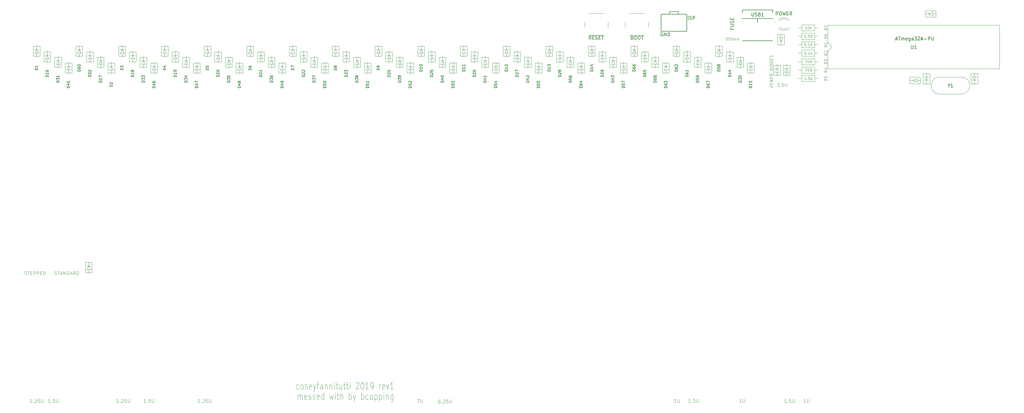
<source format=gbr>
G04 #@! TF.GenerationSoftware,KiCad,Pcbnew,(5.1.4)-1*
G04 #@! TF.CreationDate,2019-10-22T18:14:41+01:00*
G04 #@! TF.ProjectId,discipline-pcb,64697363-6970-46c6-996e-652d7063622e,rev?*
G04 #@! TF.SameCoordinates,Original*
G04 #@! TF.FileFunction,Legend,Top*
G04 #@! TF.FilePolarity,Positive*
%FSLAX46Y46*%
G04 Gerber Fmt 4.6, Leading zero omitted, Abs format (unit mm)*
G04 Created by KiCad (PCBNEW (5.1.4)-1) date 2019-10-22 18:14:41*
%MOMM*%
%LPD*%
G04 APERTURE LIST*
%ADD10C,0.100000*%
%ADD11C,0.120000*%
%ADD12C,0.150000*%
%ADD13C,0.075000*%
%ADD14C,0.200000*%
%ADD15C,0.203200*%
G04 APERTURE END LIST*
D10*
X275347969Y-61241179D02*
X274967017Y-61241179D01*
X274928922Y-61622132D01*
X274967017Y-61584036D01*
X275043208Y-61545941D01*
X275233684Y-61545941D01*
X275309874Y-61584036D01*
X275347969Y-61622132D01*
X275386065Y-61698322D01*
X275386065Y-61888798D01*
X275347969Y-61964989D01*
X275309874Y-62003084D01*
X275233684Y-62041179D01*
X275043208Y-62041179D01*
X274967017Y-62003084D01*
X274928922Y-61964989D01*
X275881303Y-61241179D02*
X275957493Y-61241179D01*
X276033684Y-61279275D01*
X276071779Y-61317370D01*
X276109874Y-61393560D01*
X276147969Y-61545941D01*
X276147969Y-61736417D01*
X276109874Y-61888798D01*
X276071779Y-61964989D01*
X276033684Y-62003084D01*
X275957493Y-62041179D01*
X275881303Y-62041179D01*
X275805112Y-62003084D01*
X275767017Y-61964989D01*
X275728922Y-61888798D01*
X275690827Y-61736417D01*
X275690827Y-61545941D01*
X275728922Y-61393560D01*
X275767017Y-61317370D01*
X275805112Y-61279275D01*
X275881303Y-61241179D01*
X276643208Y-61241179D02*
X276719398Y-61241179D01*
X276795589Y-61279275D01*
X276833684Y-61317370D01*
X276871779Y-61393560D01*
X276909874Y-61545941D01*
X276909874Y-61736417D01*
X276871779Y-61888798D01*
X276833684Y-61964989D01*
X276795589Y-62003084D01*
X276719398Y-62041179D01*
X276643208Y-62041179D01*
X276567017Y-62003084D01*
X276528922Y-61964989D01*
X276490827Y-61888798D01*
X276452731Y-61736417D01*
X276452731Y-61545941D01*
X276490827Y-61393560D01*
X276528922Y-61317370D01*
X276567017Y-61279275D01*
X276643208Y-61241179D01*
X277252731Y-62041179D02*
X277252731Y-61507846D01*
X277252731Y-61584036D02*
X277290827Y-61545941D01*
X277367017Y-61507846D01*
X277481303Y-61507846D01*
X277557493Y-61545941D01*
X277595589Y-61622132D01*
X277595589Y-62041179D01*
X277595589Y-61622132D02*
X277633684Y-61545941D01*
X277709874Y-61507846D01*
X277824160Y-61507846D01*
X277900350Y-61545941D01*
X277938446Y-61622132D01*
X277938446Y-62041179D01*
X278281303Y-61812608D02*
X278662255Y-61812608D01*
X278205112Y-62041179D02*
X278471779Y-61241179D01*
X278738446Y-62041179D01*
X290127979Y-74833764D02*
X290747027Y-74833764D01*
X290413693Y-75214717D01*
X290556550Y-75214717D01*
X290651789Y-75262336D01*
X290699408Y-75309955D01*
X290747027Y-75405193D01*
X290747027Y-75643288D01*
X290699408Y-75738526D01*
X290651789Y-75786145D01*
X290556550Y-75833764D01*
X290270836Y-75833764D01*
X290175598Y-75786145D01*
X290127979Y-75738526D01*
X291175598Y-75738526D02*
X291223217Y-75786145D01*
X291175598Y-75833764D01*
X291127979Y-75786145D01*
X291175598Y-75738526D01*
X291175598Y-75833764D01*
X292080360Y-74833764D02*
X291889884Y-74833764D01*
X291794646Y-74881384D01*
X291747027Y-74929003D01*
X291651789Y-75071860D01*
X291604170Y-75262336D01*
X291604170Y-75643288D01*
X291651789Y-75738526D01*
X291699408Y-75786145D01*
X291794646Y-75833764D01*
X291985122Y-75833764D01*
X292080360Y-75786145D01*
X292127979Y-75738526D01*
X292175598Y-75643288D01*
X292175598Y-75405193D01*
X292127979Y-75309955D01*
X292080360Y-75262336D01*
X291985122Y-75214717D01*
X291794646Y-75214717D01*
X291699408Y-75262336D01*
X291651789Y-75309955D01*
X291604170Y-75405193D01*
X292461312Y-74833764D02*
X292794646Y-75833764D01*
X293127979Y-74833764D01*
X287944174Y-76009000D02*
X287944174Y-75409000D01*
X288844174Y-76121500D01*
X288844174Y-75521500D01*
X288372746Y-75119715D02*
X288372746Y-74819715D01*
X288844174Y-74750072D02*
X288844174Y-75178643D01*
X287944174Y-75066143D01*
X287944174Y-74637572D01*
X288844174Y-74364358D02*
X287944174Y-74251858D01*
X288844174Y-73850072D01*
X287944174Y-73737572D01*
X288372746Y-73362572D02*
X288372746Y-73062572D01*
X288844174Y-72992929D02*
X288844174Y-73421500D01*
X287944174Y-73309000D01*
X287944174Y-72880429D01*
X288844174Y-72092929D02*
X288415603Y-72339358D01*
X288844174Y-72607215D02*
X287944174Y-72494715D01*
X287944174Y-72151858D01*
X287987032Y-72071500D01*
X288029889Y-72034000D01*
X288115603Y-72001858D01*
X288244174Y-72017929D01*
X288329889Y-72071500D01*
X288372746Y-72119715D01*
X288415603Y-72210786D01*
X288415603Y-72553643D01*
X288844174Y-71021500D02*
X287944174Y-70909000D01*
X287944174Y-70694715D01*
X287987032Y-70571500D01*
X288072746Y-70496500D01*
X288158460Y-70464358D01*
X288329889Y-70442929D01*
X288458460Y-70459000D01*
X288629889Y-70523286D01*
X288715603Y-70576858D01*
X288801317Y-70673286D01*
X288844174Y-70807215D01*
X288844174Y-71021500D01*
X288844174Y-70121500D02*
X287944174Y-70009000D01*
X287944174Y-69409000D02*
X287944174Y-69237572D01*
X287987032Y-69157215D01*
X288072746Y-69082215D01*
X288244174Y-69060786D01*
X288544174Y-69098286D01*
X288715603Y-69162572D01*
X288801317Y-69259000D01*
X288844174Y-69350072D01*
X288844174Y-69521500D01*
X288801317Y-69601858D01*
X288715603Y-69676858D01*
X288544174Y-69698286D01*
X288244174Y-69660786D01*
X288072746Y-69596500D01*
X287987032Y-69500072D01*
X287944174Y-69409000D01*
X288844174Y-68750072D02*
X287944174Y-68637572D01*
X287944174Y-68423286D01*
X287987032Y-68300072D01*
X288072746Y-68225072D01*
X288158460Y-68192929D01*
X288329889Y-68171500D01*
X288458460Y-68187572D01*
X288629889Y-68251858D01*
X288715603Y-68305429D01*
X288801317Y-68401858D01*
X288844174Y-68535786D01*
X288844174Y-68750072D01*
X288372746Y-67791143D02*
X288372746Y-67491143D01*
X288844174Y-67421500D02*
X288844174Y-67850072D01*
X287944174Y-67737572D01*
X287944174Y-67309000D01*
X288801317Y-67073286D02*
X288844174Y-66950072D01*
X288844174Y-66735786D01*
X288801317Y-66644715D01*
X288758460Y-66596500D01*
X288672746Y-66542929D01*
X288587032Y-66532215D01*
X288501317Y-66564358D01*
X288458460Y-66601858D01*
X288415603Y-66682215D01*
X288372746Y-66848286D01*
X288329889Y-66928643D01*
X288287032Y-66966143D01*
X288201317Y-66998286D01*
X288115603Y-66987572D01*
X288029889Y-66934000D01*
X287987032Y-66885786D01*
X287944174Y-66794715D01*
X287944174Y-66580429D01*
X287987032Y-66457215D01*
D11*
X292176544Y-70762296D02*
X292421516Y-70499826D01*
X293511452Y-70499442D02*
X293756424Y-70236972D01*
X289294434Y-70761912D02*
X289539406Y-70499442D01*
X290641780Y-70499442D02*
X290886752Y-70236972D01*
D12*
X234976091Y-61764204D02*
X234642757Y-61288014D01*
X234404662Y-61764204D02*
X234404662Y-60764204D01*
X234785614Y-60764204D01*
X234880852Y-60811824D01*
X234928472Y-60859443D01*
X234976091Y-60954681D01*
X234976091Y-61097538D01*
X234928472Y-61192776D01*
X234880852Y-61240395D01*
X234785614Y-61288014D01*
X234404662Y-61288014D01*
X235404662Y-61240395D02*
X235737995Y-61240395D01*
X235880852Y-61764204D02*
X235404662Y-61764204D01*
X235404662Y-60764204D01*
X235880852Y-60764204D01*
X236261805Y-61716585D02*
X236404662Y-61764204D01*
X236642757Y-61764204D01*
X236737995Y-61716585D01*
X236785614Y-61668966D01*
X236833233Y-61573728D01*
X236833233Y-61478490D01*
X236785614Y-61383252D01*
X236737995Y-61335633D01*
X236642757Y-61288014D01*
X236452281Y-61240395D01*
X236357043Y-61192776D01*
X236309424Y-61145157D01*
X236261805Y-61049919D01*
X236261805Y-60954681D01*
X236309424Y-60859443D01*
X236357043Y-60811824D01*
X236452281Y-60764204D01*
X236690376Y-60764204D01*
X236833233Y-60811824D01*
X237261805Y-61240395D02*
X237595138Y-61240395D01*
X237737995Y-61764204D02*
X237261805Y-61764204D01*
X237261805Y-60764204D01*
X237737995Y-60764204D01*
X238023710Y-60764204D02*
X238595138Y-60764204D01*
X238309424Y-61764204D02*
X238309424Y-60764204D01*
X289872080Y-54573694D02*
X289872080Y-53573694D01*
X290253032Y-53573694D01*
X290348270Y-53621314D01*
X290395889Y-53668933D01*
X290443508Y-53764171D01*
X290443508Y-53907028D01*
X290395889Y-54002266D01*
X290348270Y-54049885D01*
X290253032Y-54097504D01*
X289872080Y-54097504D01*
X291062556Y-53573694D02*
X291253032Y-53573694D01*
X291348270Y-53621314D01*
X291443508Y-53716552D01*
X291491127Y-53907028D01*
X291491127Y-54240361D01*
X291443508Y-54430837D01*
X291348270Y-54526075D01*
X291253032Y-54573694D01*
X291062556Y-54573694D01*
X290967318Y-54526075D01*
X290872080Y-54430837D01*
X290824461Y-54240361D01*
X290824461Y-53907028D01*
X290872080Y-53716552D01*
X290967318Y-53621314D01*
X291062556Y-53573694D01*
X291824461Y-53573694D02*
X292062556Y-54573694D01*
X292253032Y-53859409D01*
X292443508Y-54573694D01*
X292681604Y-53573694D01*
X293062556Y-54049885D02*
X293395889Y-54049885D01*
X293538746Y-54573694D02*
X293062556Y-54573694D01*
X293062556Y-53573694D01*
X293538746Y-53573694D01*
X294538746Y-54573694D02*
X294205413Y-54097504D01*
X293967318Y-54573694D02*
X293967318Y-53573694D01*
X294348270Y-53573694D01*
X294443508Y-53621314D01*
X294491127Y-53668933D01*
X294538746Y-53764171D01*
X294538746Y-53907028D01*
X294491127Y-54002266D01*
X294443508Y-54049885D01*
X294348270Y-54097504D01*
X293967318Y-54097504D01*
X256191330Y-59814457D02*
X256096092Y-59766837D01*
X255953235Y-59766837D01*
X255810377Y-59814457D01*
X255715139Y-59909695D01*
X255667520Y-60004933D01*
X255619901Y-60195409D01*
X255619901Y-60338266D01*
X255667520Y-60528742D01*
X255715139Y-60623980D01*
X255810377Y-60719218D01*
X255953235Y-60766837D01*
X256048473Y-60766837D01*
X256191330Y-60719218D01*
X256238949Y-60671599D01*
X256238949Y-60338266D01*
X256048473Y-60338266D01*
X256667520Y-60766837D02*
X256667520Y-59766837D01*
X257238949Y-60766837D01*
X257238949Y-59766837D01*
X257715139Y-60766837D02*
X257715139Y-59766837D01*
X257953235Y-59766837D01*
X258096092Y-59814457D01*
X258191330Y-59909695D01*
X258238949Y-60004933D01*
X258286568Y-60195409D01*
X258286568Y-60338266D01*
X258238949Y-60528742D01*
X258191330Y-60623980D01*
X258096092Y-60719218D01*
X257953235Y-60766837D01*
X257715139Y-60766837D01*
X263746008Y-55884988D02*
X263746008Y-54884988D01*
X264174579Y-55837369D02*
X264317437Y-55884988D01*
X264555532Y-55884988D01*
X264650770Y-55837369D01*
X264698389Y-55789750D01*
X264746008Y-55694512D01*
X264746008Y-55599274D01*
X264698389Y-55504036D01*
X264650770Y-55456417D01*
X264555532Y-55408798D01*
X264365056Y-55361179D01*
X264269818Y-55313560D01*
X264222199Y-55265941D01*
X264174579Y-55170703D01*
X264174579Y-55075465D01*
X264222199Y-54980227D01*
X264269818Y-54932608D01*
X264365056Y-54884988D01*
X264603151Y-54884988D01*
X264746008Y-54932608D01*
X265174579Y-55884988D02*
X265174579Y-54884988D01*
X265555532Y-54884988D01*
X265650770Y-54932608D01*
X265698389Y-54980227D01*
X265746008Y-55075465D01*
X265746008Y-55218322D01*
X265698389Y-55313560D01*
X265650770Y-55361179D01*
X265555532Y-55408798D01*
X265174579Y-55408798D01*
D10*
X298639119Y-65440619D02*
X298258167Y-65440619D01*
X298220072Y-65821572D01*
X298258167Y-65783476D01*
X298334357Y-65745381D01*
X298524833Y-65745381D01*
X298601024Y-65783476D01*
X298639119Y-65821572D01*
X298677214Y-65897762D01*
X298677214Y-66088238D01*
X298639119Y-66164429D01*
X298601024Y-66202524D01*
X298524833Y-66240619D01*
X298334357Y-66240619D01*
X298258167Y-66202524D01*
X298220072Y-66164429D01*
X299020072Y-66164429D02*
X299058167Y-66202524D01*
X299020072Y-66240619D01*
X298981976Y-66202524D01*
X299020072Y-66164429D01*
X299020072Y-66240619D01*
X299820072Y-66240619D02*
X299362929Y-66240619D01*
X299591500Y-66240619D02*
X299591500Y-65440619D01*
X299515310Y-65554905D01*
X299439119Y-65631095D01*
X299362929Y-65669191D01*
X300162929Y-66240619D02*
X300162929Y-65440619D01*
X300620072Y-66240619D02*
X300277214Y-65783476D01*
X300620072Y-65440619D02*
X300162929Y-65897762D01*
X298639119Y-62887166D02*
X298258167Y-62887166D01*
X298220072Y-63268119D01*
X298258167Y-63230023D01*
X298334357Y-63191928D01*
X298524833Y-63191928D01*
X298601024Y-63230023D01*
X298639119Y-63268119D01*
X298677214Y-63344309D01*
X298677214Y-63534785D01*
X298639119Y-63610976D01*
X298601024Y-63649071D01*
X298524833Y-63687166D01*
X298334357Y-63687166D01*
X298258167Y-63649071D01*
X298220072Y-63610976D01*
X299020072Y-63610976D02*
X299058167Y-63649071D01*
X299020072Y-63687166D01*
X298981976Y-63649071D01*
X299020072Y-63610976D01*
X299020072Y-63687166D01*
X299820072Y-63687166D02*
X299362929Y-63687166D01*
X299591500Y-63687166D02*
X299591500Y-62887166D01*
X299515310Y-63001452D01*
X299439119Y-63077642D01*
X299362929Y-63115738D01*
X300162929Y-63687166D02*
X300162929Y-62887166D01*
X300620072Y-63687166D02*
X300277214Y-63230023D01*
X300620072Y-62887166D02*
X300162929Y-63344309D01*
X298627744Y-169726244D02*
X298056316Y-169726244D01*
X298342030Y-169726244D02*
X298342030Y-168726244D01*
X298246792Y-168869102D01*
X298151554Y-168964340D01*
X298056316Y-169011959D01*
X299056316Y-168726244D02*
X299056316Y-169535768D01*
X299103935Y-169631006D01*
X299151554Y-169678625D01*
X299246792Y-169726244D01*
X299437268Y-169726244D01*
X299532506Y-169678625D01*
X299580125Y-169631006D01*
X299627744Y-169535768D01*
X299627744Y-168726244D01*
X279537426Y-169726244D02*
X278965998Y-169726244D01*
X279251712Y-169726244D02*
X279251712Y-168726244D01*
X279156474Y-168869102D01*
X279061236Y-168964340D01*
X278965998Y-169011959D01*
X279965998Y-168726244D02*
X279965998Y-169535768D01*
X280013617Y-169631006D01*
X280061236Y-169678625D01*
X280156474Y-169726244D01*
X280346950Y-169726244D01*
X280442188Y-169678625D01*
X280489807Y-169631006D01*
X280537426Y-169535768D01*
X280537426Y-168726244D01*
X260127184Y-169726244D02*
X259555756Y-169726244D01*
X259841470Y-169726244D02*
X259841470Y-168726244D01*
X259746232Y-168869102D01*
X259650994Y-168964340D01*
X259555756Y-169011959D01*
X260555756Y-168726244D02*
X260555756Y-169535768D01*
X260603375Y-169631006D01*
X260650994Y-169678625D01*
X260746232Y-169726244D01*
X260936708Y-169726244D01*
X261031946Y-169678625D01*
X261079565Y-169631006D01*
X261127184Y-169535768D01*
X261127184Y-168726244D01*
X75753008Y-131673693D02*
X75895866Y-131721312D01*
X76133961Y-131721312D01*
X76229199Y-131673693D01*
X76276818Y-131626074D01*
X76324437Y-131530836D01*
X76324437Y-131435598D01*
X76276818Y-131340360D01*
X76229199Y-131292741D01*
X76133961Y-131245122D01*
X75943485Y-131197503D01*
X75848247Y-131149884D01*
X75800628Y-131102265D01*
X75753008Y-131007027D01*
X75753008Y-130911789D01*
X75800628Y-130816551D01*
X75848247Y-130768932D01*
X75943485Y-130721312D01*
X76181580Y-130721312D01*
X76324437Y-130768932D01*
X76610151Y-130721312D02*
X77181580Y-130721312D01*
X76895866Y-131721312D02*
X76895866Y-130721312D01*
X77467294Y-131435598D02*
X77943485Y-131435598D01*
X77372056Y-131721312D02*
X77705389Y-130721312D01*
X78038723Y-131721312D01*
X78372056Y-131721312D02*
X78372056Y-130721312D01*
X78943485Y-131721312D01*
X78943485Y-130721312D01*
X79419675Y-131721312D02*
X79419675Y-130721312D01*
X79657770Y-130721312D01*
X79800628Y-130768932D01*
X79895866Y-130864170D01*
X79943485Y-130959408D01*
X79991104Y-131149884D01*
X79991104Y-131292741D01*
X79943485Y-131483217D01*
X79895866Y-131578455D01*
X79800628Y-131673693D01*
X79657770Y-131721312D01*
X79419675Y-131721312D01*
X80372056Y-131435598D02*
X80848247Y-131435598D01*
X80276818Y-131721312D02*
X80610151Y-130721312D01*
X80943485Y-131721312D01*
X81848247Y-131721312D02*
X81514913Y-131245122D01*
X81276818Y-131721312D02*
X81276818Y-130721312D01*
X81657770Y-130721312D01*
X81753008Y-130768932D01*
X81800628Y-130816551D01*
X81848247Y-130911789D01*
X81848247Y-131054646D01*
X81800628Y-131149884D01*
X81753008Y-131197503D01*
X81657770Y-131245122D01*
X81276818Y-131245122D01*
X82276818Y-131721312D02*
X82276818Y-130721312D01*
X82514913Y-130721312D01*
X82657770Y-130768932D01*
X82753008Y-130864170D01*
X82800628Y-130959408D01*
X82848247Y-131149884D01*
X82848247Y-131292741D01*
X82800628Y-131483217D01*
X82753008Y-131578455D01*
X82657770Y-131673693D01*
X82514913Y-131721312D01*
X82276818Y-131721312D01*
X66832952Y-131673693D02*
X66975809Y-131721312D01*
X67213904Y-131721312D01*
X67309142Y-131673693D01*
X67356761Y-131626074D01*
X67404381Y-131530836D01*
X67404381Y-131435598D01*
X67356761Y-131340360D01*
X67309142Y-131292741D01*
X67213904Y-131245122D01*
X67023428Y-131197503D01*
X66928190Y-131149884D01*
X66880571Y-131102265D01*
X66832952Y-131007027D01*
X66832952Y-130911789D01*
X66880571Y-130816551D01*
X66928190Y-130768932D01*
X67023428Y-130721312D01*
X67261523Y-130721312D01*
X67404381Y-130768932D01*
X67690095Y-130721312D02*
X68261523Y-130721312D01*
X67975809Y-131721312D02*
X67975809Y-130721312D01*
X68594857Y-131197503D02*
X68928190Y-131197503D01*
X69071047Y-131721312D02*
X68594857Y-131721312D01*
X68594857Y-130721312D01*
X69071047Y-130721312D01*
X69499619Y-131721312D02*
X69499619Y-130721312D01*
X69880571Y-130721312D01*
X69975809Y-130768932D01*
X70023428Y-130816551D01*
X70071047Y-130911789D01*
X70071047Y-131054646D01*
X70023428Y-131149884D01*
X69975809Y-131197503D01*
X69880571Y-131245122D01*
X69499619Y-131245122D01*
X70499619Y-131721312D02*
X70499619Y-130721312D01*
X70880571Y-130721312D01*
X70975809Y-130768932D01*
X71023428Y-130816551D01*
X71071047Y-130911789D01*
X71071047Y-131054646D01*
X71023428Y-131149884D01*
X70975809Y-131197503D01*
X70880571Y-131245122D01*
X70499619Y-131245122D01*
X71499619Y-131197503D02*
X71832952Y-131197503D01*
X71975809Y-131721312D02*
X71499619Y-131721312D01*
X71499619Y-130721312D01*
X71975809Y-130721312D01*
X72404381Y-131721312D02*
X72404381Y-130721312D01*
X72642476Y-130721312D01*
X72785333Y-130768932D01*
X72880571Y-130864170D01*
X72928190Y-130959408D01*
X72975809Y-131149884D01*
X72975809Y-131292741D01*
X72928190Y-131483217D01*
X72880571Y-131578455D01*
X72785333Y-131673693D01*
X72642476Y-131721312D01*
X72404381Y-131721312D01*
X292887138Y-169726244D02*
X292315709Y-169726244D01*
X292601423Y-169726244D02*
X292601423Y-168726244D01*
X292506185Y-168869102D01*
X292410947Y-168964340D01*
X292315709Y-169011959D01*
X293315709Y-169631006D02*
X293363328Y-169678625D01*
X293315709Y-169726244D01*
X293268090Y-169678625D01*
X293315709Y-169631006D01*
X293315709Y-169726244D01*
X294268090Y-168726244D02*
X293791899Y-168726244D01*
X293744280Y-169202435D01*
X293791899Y-169154816D01*
X293887138Y-169107197D01*
X294125233Y-169107197D01*
X294220471Y-169154816D01*
X294268090Y-169202435D01*
X294315709Y-169297673D01*
X294315709Y-169535768D01*
X294268090Y-169631006D01*
X294220471Y-169678625D01*
X294125233Y-169726244D01*
X293887138Y-169726244D01*
X293791899Y-169678625D01*
X293744280Y-169631006D01*
X294744280Y-168726244D02*
X294744280Y-169535768D01*
X294791899Y-169631006D01*
X294839519Y-169678625D01*
X294934757Y-169726244D01*
X295125233Y-169726244D01*
X295220471Y-169678625D01*
X295268090Y-169631006D01*
X295315709Y-169535768D01*
X295315709Y-168726244D01*
X264399734Y-169726244D02*
X263828305Y-169726244D01*
X264114019Y-169726244D02*
X264114019Y-168726244D01*
X264018781Y-168869102D01*
X263923543Y-168964340D01*
X263828305Y-169011959D01*
X264828305Y-169631006D02*
X264875924Y-169678625D01*
X264828305Y-169726244D01*
X264780686Y-169678625D01*
X264828305Y-169631006D01*
X264828305Y-169726244D01*
X265780686Y-168726244D02*
X265304495Y-168726244D01*
X265256876Y-169202435D01*
X265304495Y-169154816D01*
X265399734Y-169107197D01*
X265637829Y-169107197D01*
X265733067Y-169154816D01*
X265780686Y-169202435D01*
X265828305Y-169297673D01*
X265828305Y-169535768D01*
X265780686Y-169631006D01*
X265733067Y-169678625D01*
X265637829Y-169726244D01*
X265399734Y-169726244D01*
X265304495Y-169678625D01*
X265256876Y-169631006D01*
X266256876Y-168726244D02*
X266256876Y-169535768D01*
X266304495Y-169631006D01*
X266352115Y-169678625D01*
X266447353Y-169726244D01*
X266637829Y-169726244D01*
X266733067Y-169678625D01*
X266780686Y-169631006D01*
X266828305Y-169535768D01*
X266828305Y-168726244D01*
X102757492Y-169726244D02*
X102186063Y-169726244D01*
X102471777Y-169726244D02*
X102471777Y-168726244D01*
X102376539Y-168869102D01*
X102281301Y-168964340D01*
X102186063Y-169011959D01*
X103186063Y-169631006D02*
X103233682Y-169678625D01*
X103186063Y-169726244D01*
X103138444Y-169678625D01*
X103186063Y-169631006D01*
X103186063Y-169726244D01*
X104138444Y-168726244D02*
X103662253Y-168726244D01*
X103614634Y-169202435D01*
X103662253Y-169154816D01*
X103757492Y-169107197D01*
X103995587Y-169107197D01*
X104090825Y-169154816D01*
X104138444Y-169202435D01*
X104186063Y-169297673D01*
X104186063Y-169535768D01*
X104138444Y-169631006D01*
X104090825Y-169678625D01*
X103995587Y-169726244D01*
X103757492Y-169726244D01*
X103662253Y-169678625D01*
X103614634Y-169631006D01*
X104614634Y-168726244D02*
X104614634Y-169535768D01*
X104662253Y-169631006D01*
X104709873Y-169678625D01*
X104805111Y-169726244D01*
X104995587Y-169726244D01*
X105090825Y-169678625D01*
X105138444Y-169631006D01*
X105186063Y-169535768D01*
X105186063Y-168726244D01*
X74411272Y-169726244D02*
X73839843Y-169726244D01*
X74125557Y-169726244D02*
X74125557Y-168726244D01*
X74030319Y-168869102D01*
X73935081Y-168964340D01*
X73839843Y-169011959D01*
X74839843Y-169631006D02*
X74887462Y-169678625D01*
X74839843Y-169726244D01*
X74792224Y-169678625D01*
X74839843Y-169631006D01*
X74839843Y-169726244D01*
X75792224Y-168726244D02*
X75316033Y-168726244D01*
X75268414Y-169202435D01*
X75316033Y-169154816D01*
X75411272Y-169107197D01*
X75649367Y-169107197D01*
X75744605Y-169154816D01*
X75792224Y-169202435D01*
X75839843Y-169297673D01*
X75839843Y-169535768D01*
X75792224Y-169631006D01*
X75744605Y-169678625D01*
X75649367Y-169726244D01*
X75411272Y-169726244D01*
X75316033Y-169678625D01*
X75268414Y-169631006D01*
X76268414Y-168726244D02*
X76268414Y-169535768D01*
X76316033Y-169631006D01*
X76363653Y-169678625D01*
X76458891Y-169726244D01*
X76649367Y-169726244D01*
X76744605Y-169678625D01*
X76792224Y-169631006D01*
X76839843Y-169535768D01*
X76839843Y-168726244D01*
X118816596Y-169726244D02*
X118245168Y-169726244D01*
X118530882Y-169726244D02*
X118530882Y-168726244D01*
X118435644Y-168869102D01*
X118340406Y-168964340D01*
X118245168Y-169011959D01*
X119245168Y-169631006D02*
X119292787Y-169678625D01*
X119245168Y-169726244D01*
X119197548Y-169678625D01*
X119245168Y-169631006D01*
X119245168Y-169726244D01*
X119673739Y-168821483D02*
X119721358Y-168773864D01*
X119816596Y-168726244D01*
X120054691Y-168726244D01*
X120149929Y-168773864D01*
X120197548Y-168821483D01*
X120245168Y-168916721D01*
X120245168Y-169011959D01*
X120197548Y-169154816D01*
X119626120Y-169726244D01*
X120245168Y-169726244D01*
X121149929Y-168726244D02*
X120673739Y-168726244D01*
X120626120Y-169202435D01*
X120673739Y-169154816D01*
X120768977Y-169107197D01*
X121007072Y-169107197D01*
X121102310Y-169154816D01*
X121149929Y-169202435D01*
X121197548Y-169297673D01*
X121197548Y-169535768D01*
X121149929Y-169631006D01*
X121102310Y-169678625D01*
X121007072Y-169726244D01*
X120768977Y-169726244D01*
X120673739Y-169678625D01*
X120626120Y-169631006D01*
X121626120Y-168726244D02*
X121626120Y-169535768D01*
X121673739Y-169631006D01*
X121721358Y-169678625D01*
X121816596Y-169726244D01*
X122007072Y-169726244D01*
X122102310Y-169678625D01*
X122149929Y-169631006D01*
X122197548Y-169535768D01*
X122197548Y-168726244D01*
X94669816Y-169726244D02*
X94098388Y-169726244D01*
X94384102Y-169726244D02*
X94384102Y-168726244D01*
X94288864Y-168869102D01*
X94193626Y-168964340D01*
X94098388Y-169011959D01*
X95098388Y-169631006D02*
X95146007Y-169678625D01*
X95098388Y-169726244D01*
X95050768Y-169678625D01*
X95098388Y-169631006D01*
X95098388Y-169726244D01*
X95526959Y-168821483D02*
X95574578Y-168773864D01*
X95669816Y-168726244D01*
X95907911Y-168726244D01*
X96003149Y-168773864D01*
X96050768Y-168821483D01*
X96098388Y-168916721D01*
X96098388Y-169011959D01*
X96050768Y-169154816D01*
X95479340Y-169726244D01*
X96098388Y-169726244D01*
X97003149Y-168726244D02*
X96526959Y-168726244D01*
X96479340Y-169202435D01*
X96526959Y-169154816D01*
X96622197Y-169107197D01*
X96860292Y-169107197D01*
X96955530Y-169154816D01*
X97003149Y-169202435D01*
X97050768Y-169297673D01*
X97050768Y-169535768D01*
X97003149Y-169631006D01*
X96955530Y-169678625D01*
X96860292Y-169726244D01*
X96622197Y-169726244D01*
X96526959Y-169678625D01*
X96479340Y-169631006D01*
X97479340Y-168726244D02*
X97479340Y-169535768D01*
X97526959Y-169631006D01*
X97574578Y-169678625D01*
X97669816Y-169726244D01*
X97860292Y-169726244D01*
X97955530Y-169678625D01*
X98003149Y-169631006D01*
X98050768Y-169535768D01*
X98050768Y-168726244D01*
X69000739Y-169726244D02*
X68429311Y-169726244D01*
X68715025Y-169726244D02*
X68715025Y-168726244D01*
X68619787Y-168869102D01*
X68524549Y-168964340D01*
X68429311Y-169011959D01*
X69429311Y-169631006D02*
X69476930Y-169678625D01*
X69429311Y-169726244D01*
X69381691Y-169678625D01*
X69429311Y-169631006D01*
X69429311Y-169726244D01*
X69857882Y-168821483D02*
X69905501Y-168773864D01*
X70000739Y-168726244D01*
X70238834Y-168726244D01*
X70334072Y-168773864D01*
X70381691Y-168821483D01*
X70429311Y-168916721D01*
X70429311Y-169011959D01*
X70381691Y-169154816D01*
X69810263Y-169726244D01*
X70429311Y-169726244D01*
X71334072Y-168726244D02*
X70857882Y-168726244D01*
X70810263Y-169202435D01*
X70857882Y-169154816D01*
X70953120Y-169107197D01*
X71191215Y-169107197D01*
X71286453Y-169154816D01*
X71334072Y-169202435D01*
X71381691Y-169297673D01*
X71381691Y-169535768D01*
X71334072Y-169631006D01*
X71286453Y-169678625D01*
X71191215Y-169726244D01*
X70953120Y-169726244D01*
X70857882Y-169678625D01*
X70810263Y-169631006D01*
X71810263Y-168726244D02*
X71810263Y-169535768D01*
X71857882Y-169631006D01*
X71905501Y-169678625D01*
X72000739Y-169726244D01*
X72191215Y-169726244D01*
X72286453Y-169678625D01*
X72334072Y-169631006D01*
X72381691Y-169535768D01*
X72381691Y-168726244D01*
D13*
X148174907Y-165616623D02*
X148032050Y-165711861D01*
X147746335Y-165711861D01*
X147603478Y-165616623D01*
X147532050Y-165521385D01*
X147460621Y-165330909D01*
X147460621Y-164759480D01*
X147532050Y-164569004D01*
X147603478Y-164473766D01*
X147746335Y-164378528D01*
X148032050Y-164378528D01*
X148174907Y-164473766D01*
X149032050Y-165711861D02*
X148889192Y-165616623D01*
X148817764Y-165521385D01*
X148746335Y-165330909D01*
X148746335Y-164759480D01*
X148817764Y-164569004D01*
X148889192Y-164473766D01*
X149032050Y-164378528D01*
X149246335Y-164378528D01*
X149389192Y-164473766D01*
X149460621Y-164569004D01*
X149532050Y-164759480D01*
X149532050Y-165330909D01*
X149460621Y-165521385D01*
X149389192Y-165616623D01*
X149246335Y-165711861D01*
X149032050Y-165711861D01*
X150103478Y-165616623D02*
X150246335Y-165711861D01*
X150532050Y-165711861D01*
X150674907Y-165616623D01*
X150746335Y-165426147D01*
X150746335Y-165330909D01*
X150674907Y-165140433D01*
X150532050Y-165045195D01*
X150317764Y-165045195D01*
X150174907Y-164949957D01*
X150103478Y-164759480D01*
X150103478Y-164664242D01*
X150174907Y-164473766D01*
X150317764Y-164378528D01*
X150532050Y-164378528D01*
X150674907Y-164473766D01*
X151960621Y-165616623D02*
X151817764Y-165711861D01*
X151532050Y-165711861D01*
X151389192Y-165616623D01*
X151317764Y-165426147D01*
X151317764Y-164664242D01*
X151389192Y-164473766D01*
X151532050Y-164378528D01*
X151817764Y-164378528D01*
X151960621Y-164473766D01*
X152032050Y-164664242D01*
X152032050Y-164854719D01*
X151317764Y-165045195D01*
X152532050Y-164378528D02*
X152889192Y-165711861D01*
X153246335Y-164378528D02*
X152889192Y-165711861D01*
X152746335Y-166188052D01*
X152674907Y-166283290D01*
X152532050Y-166378528D01*
X153603478Y-164378528D02*
X154174907Y-164378528D01*
X153817764Y-165711861D02*
X153817764Y-163997576D01*
X153889192Y-163807100D01*
X154032050Y-163711861D01*
X154174907Y-163711861D01*
X155317764Y-165711861D02*
X155317764Y-164664242D01*
X155246335Y-164473766D01*
X155103478Y-164378528D01*
X154817764Y-164378528D01*
X154674907Y-164473766D01*
X155317764Y-165616623D02*
X155174907Y-165711861D01*
X154817764Y-165711861D01*
X154674907Y-165616623D01*
X154603478Y-165426147D01*
X154603478Y-165235671D01*
X154674907Y-165045195D01*
X154817764Y-164949957D01*
X155174907Y-164949957D01*
X155317764Y-164854719D01*
X156032050Y-164378528D02*
X156032050Y-165711861D01*
X156032050Y-164569004D02*
X156103478Y-164473766D01*
X156246335Y-164378528D01*
X156460621Y-164378528D01*
X156603478Y-164473766D01*
X156674907Y-164664242D01*
X156674907Y-165711861D01*
X157389192Y-164378528D02*
X157389192Y-165711861D01*
X157389192Y-164569004D02*
X157460621Y-164473766D01*
X157603478Y-164378528D01*
X157817764Y-164378528D01*
X157960621Y-164473766D01*
X158032050Y-164664242D01*
X158032050Y-165711861D01*
X158746335Y-165711861D02*
X158746335Y-164378528D01*
X158746335Y-163711861D02*
X158674907Y-163807100D01*
X158746335Y-163902338D01*
X158817764Y-163807100D01*
X158746335Y-163711861D01*
X158746335Y-163902338D01*
X159246335Y-164378528D02*
X159817764Y-164378528D01*
X159460621Y-163711861D02*
X159460621Y-165426147D01*
X159532050Y-165616623D01*
X159674907Y-165711861D01*
X159817764Y-165711861D01*
X160960621Y-164378528D02*
X160960621Y-165711861D01*
X160317764Y-164378528D02*
X160317764Y-165426147D01*
X160389192Y-165616623D01*
X160532050Y-165711861D01*
X160746335Y-165711861D01*
X160889192Y-165616623D01*
X160960621Y-165521385D01*
X161460621Y-164378528D02*
X162032050Y-164378528D01*
X161674907Y-163711861D02*
X161674907Y-165426147D01*
X161746335Y-165616623D01*
X161889192Y-165711861D01*
X162032050Y-165711861D01*
X162317764Y-164378528D02*
X162889192Y-164378528D01*
X162532050Y-163711861D02*
X162532050Y-165426147D01*
X162603478Y-165616623D01*
X162746335Y-165711861D01*
X162889192Y-165711861D01*
X163389192Y-165711861D02*
X163389192Y-164378528D01*
X163389192Y-163711861D02*
X163317764Y-163807100D01*
X163389192Y-163902338D01*
X163460621Y-163807100D01*
X163389192Y-163711861D01*
X163389192Y-163902338D01*
X165174907Y-163902338D02*
X165246335Y-163807100D01*
X165389192Y-163711861D01*
X165746335Y-163711861D01*
X165889192Y-163807100D01*
X165960621Y-163902338D01*
X166032050Y-164092814D01*
X166032050Y-164283290D01*
X165960621Y-164569004D01*
X165103478Y-165711861D01*
X166032050Y-165711861D01*
X166960621Y-163711861D02*
X167103478Y-163711861D01*
X167246335Y-163807100D01*
X167317764Y-163902338D01*
X167389192Y-164092814D01*
X167460621Y-164473766D01*
X167460621Y-164949957D01*
X167389192Y-165330909D01*
X167317764Y-165521385D01*
X167246335Y-165616623D01*
X167103478Y-165711861D01*
X166960621Y-165711861D01*
X166817764Y-165616623D01*
X166746335Y-165521385D01*
X166674907Y-165330909D01*
X166603478Y-164949957D01*
X166603478Y-164473766D01*
X166674907Y-164092814D01*
X166746335Y-163902338D01*
X166817764Y-163807100D01*
X166960621Y-163711861D01*
X168889192Y-165711861D02*
X168032050Y-165711861D01*
X168460621Y-165711861D02*
X168460621Y-163711861D01*
X168317764Y-163997576D01*
X168174907Y-164188052D01*
X168032050Y-164283290D01*
X169603478Y-165711861D02*
X169889192Y-165711861D01*
X170032050Y-165616623D01*
X170103478Y-165521385D01*
X170246335Y-165235671D01*
X170317764Y-164854719D01*
X170317764Y-164092814D01*
X170246335Y-163902338D01*
X170174907Y-163807100D01*
X170032050Y-163711861D01*
X169746335Y-163711861D01*
X169603478Y-163807100D01*
X169532050Y-163902338D01*
X169460621Y-164092814D01*
X169460621Y-164569004D01*
X169532050Y-164759480D01*
X169603478Y-164854719D01*
X169746335Y-164949957D01*
X170032050Y-164949957D01*
X170174907Y-164854719D01*
X170246335Y-164759480D01*
X170317764Y-164569004D01*
X172103478Y-165711861D02*
X172103478Y-164378528D01*
X172103478Y-164759480D02*
X172174907Y-164569004D01*
X172246335Y-164473766D01*
X172389192Y-164378528D01*
X172532050Y-164378528D01*
X173603478Y-165616623D02*
X173460621Y-165711861D01*
X173174907Y-165711861D01*
X173032050Y-165616623D01*
X172960621Y-165426147D01*
X172960621Y-164664242D01*
X173032050Y-164473766D01*
X173174907Y-164378528D01*
X173460621Y-164378528D01*
X173603478Y-164473766D01*
X173674907Y-164664242D01*
X173674907Y-164854719D01*
X172960621Y-165045195D01*
X174174907Y-164378528D02*
X174532050Y-165711861D01*
X174889192Y-164378528D01*
X176246335Y-165711861D02*
X175389192Y-165711861D01*
X175817764Y-165711861D02*
X175817764Y-163711861D01*
X175674907Y-163997576D01*
X175532050Y-164188052D01*
X175389192Y-164283290D01*
X147960621Y-168786861D02*
X147960621Y-167453528D01*
X147960621Y-167644004D02*
X148032050Y-167548766D01*
X148174907Y-167453528D01*
X148389192Y-167453528D01*
X148532050Y-167548766D01*
X148603478Y-167739242D01*
X148603478Y-168786861D01*
X148603478Y-167739242D02*
X148674907Y-167548766D01*
X148817764Y-167453528D01*
X149032050Y-167453528D01*
X149174907Y-167548766D01*
X149246335Y-167739242D01*
X149246335Y-168786861D01*
X150532050Y-168691623D02*
X150389192Y-168786861D01*
X150103478Y-168786861D01*
X149960621Y-168691623D01*
X149889192Y-168501147D01*
X149889192Y-167739242D01*
X149960621Y-167548766D01*
X150103478Y-167453528D01*
X150389192Y-167453528D01*
X150532050Y-167548766D01*
X150603478Y-167739242D01*
X150603478Y-167929719D01*
X149889192Y-168120195D01*
X151174907Y-168691623D02*
X151317764Y-168786861D01*
X151603478Y-168786861D01*
X151746335Y-168691623D01*
X151817764Y-168501147D01*
X151817764Y-168405909D01*
X151746335Y-168215433D01*
X151603478Y-168120195D01*
X151389192Y-168120195D01*
X151246335Y-168024957D01*
X151174907Y-167834480D01*
X151174907Y-167739242D01*
X151246335Y-167548766D01*
X151389192Y-167453528D01*
X151603478Y-167453528D01*
X151746335Y-167548766D01*
X152389192Y-168691623D02*
X152532050Y-168786861D01*
X152817764Y-168786861D01*
X152960621Y-168691623D01*
X153032050Y-168501147D01*
X153032050Y-168405909D01*
X152960621Y-168215433D01*
X152817764Y-168120195D01*
X152603478Y-168120195D01*
X152460621Y-168024957D01*
X152389192Y-167834480D01*
X152389192Y-167739242D01*
X152460621Y-167548766D01*
X152603478Y-167453528D01*
X152817764Y-167453528D01*
X152960621Y-167548766D01*
X154246335Y-168691623D02*
X154103478Y-168786861D01*
X153817764Y-168786861D01*
X153674907Y-168691623D01*
X153603478Y-168501147D01*
X153603478Y-167739242D01*
X153674907Y-167548766D01*
X153817764Y-167453528D01*
X154103478Y-167453528D01*
X154246335Y-167548766D01*
X154317764Y-167739242D01*
X154317764Y-167929719D01*
X153603478Y-168120195D01*
X155603478Y-168786861D02*
X155603478Y-166786861D01*
X155603478Y-168691623D02*
X155460621Y-168786861D01*
X155174907Y-168786861D01*
X155032050Y-168691623D01*
X154960621Y-168596385D01*
X154889192Y-168405909D01*
X154889192Y-167834480D01*
X154960621Y-167644004D01*
X155032050Y-167548766D01*
X155174907Y-167453528D01*
X155460621Y-167453528D01*
X155603478Y-167548766D01*
X157317764Y-167453528D02*
X157603478Y-168786861D01*
X157889192Y-167834480D01*
X158174907Y-168786861D01*
X158460621Y-167453528D01*
X159032050Y-168786861D02*
X159032050Y-167453528D01*
X159032050Y-166786861D02*
X158960621Y-166882100D01*
X159032050Y-166977338D01*
X159103478Y-166882100D01*
X159032050Y-166786861D01*
X159032050Y-166977338D01*
X159532050Y-167453528D02*
X160103478Y-167453528D01*
X159746335Y-166786861D02*
X159746335Y-168501147D01*
X159817764Y-168691623D01*
X159960621Y-168786861D01*
X160103478Y-168786861D01*
X160603478Y-168786861D02*
X160603478Y-166786861D01*
X161246335Y-168786861D02*
X161246335Y-167739242D01*
X161174907Y-167548766D01*
X161032050Y-167453528D01*
X160817764Y-167453528D01*
X160674907Y-167548766D01*
X160603478Y-167644004D01*
X163103478Y-168786861D02*
X163103478Y-166786861D01*
X163103478Y-167548766D02*
X163246335Y-167453528D01*
X163532050Y-167453528D01*
X163674907Y-167548766D01*
X163746335Y-167644004D01*
X163817764Y-167834480D01*
X163817764Y-168405909D01*
X163746335Y-168596385D01*
X163674907Y-168691623D01*
X163532050Y-168786861D01*
X163246335Y-168786861D01*
X163103478Y-168691623D01*
X164317764Y-167453528D02*
X164674907Y-168786861D01*
X165032050Y-167453528D02*
X164674907Y-168786861D01*
X164532050Y-169263052D01*
X164460621Y-169358290D01*
X164317764Y-169453528D01*
X166746335Y-168786861D02*
X166746335Y-166786861D01*
X166746335Y-167548766D02*
X166889192Y-167453528D01*
X167174907Y-167453528D01*
X167317764Y-167548766D01*
X167389192Y-167644004D01*
X167460621Y-167834480D01*
X167460621Y-168405909D01*
X167389192Y-168596385D01*
X167317764Y-168691623D01*
X167174907Y-168786861D01*
X166889192Y-168786861D01*
X166746335Y-168691623D01*
X168746335Y-168691623D02*
X168603478Y-168786861D01*
X168317764Y-168786861D01*
X168174907Y-168691623D01*
X168103478Y-168596385D01*
X168032050Y-168405909D01*
X168032050Y-167834480D01*
X168103478Y-167644004D01*
X168174907Y-167548766D01*
X168317764Y-167453528D01*
X168603478Y-167453528D01*
X168746335Y-167548766D01*
X169603478Y-168786861D02*
X169460621Y-168691623D01*
X169389192Y-168596385D01*
X169317764Y-168405909D01*
X169317764Y-167834480D01*
X169389192Y-167644004D01*
X169460621Y-167548766D01*
X169603478Y-167453528D01*
X169817764Y-167453528D01*
X169960621Y-167548766D01*
X170032050Y-167644004D01*
X170103478Y-167834480D01*
X170103478Y-168405909D01*
X170032050Y-168596385D01*
X169960621Y-168691623D01*
X169817764Y-168786861D01*
X169603478Y-168786861D01*
X170746335Y-167453528D02*
X170746335Y-169453528D01*
X170746335Y-167548766D02*
X170889192Y-167453528D01*
X171174907Y-167453528D01*
X171317764Y-167548766D01*
X171389192Y-167644004D01*
X171460621Y-167834480D01*
X171460621Y-168405909D01*
X171389192Y-168596385D01*
X171317764Y-168691623D01*
X171174907Y-168786861D01*
X170889192Y-168786861D01*
X170746335Y-168691623D01*
X172103478Y-167453528D02*
X172103478Y-169453528D01*
X172103478Y-167548766D02*
X172246335Y-167453528D01*
X172532050Y-167453528D01*
X172674907Y-167548766D01*
X172746335Y-167644004D01*
X172817764Y-167834480D01*
X172817764Y-168405909D01*
X172746335Y-168596385D01*
X172674907Y-168691623D01*
X172532050Y-168786861D01*
X172246335Y-168786861D01*
X172103478Y-168691623D01*
X173460621Y-168786861D02*
X173460621Y-167453528D01*
X173460621Y-166786861D02*
X173389192Y-166882100D01*
X173460621Y-166977338D01*
X173532050Y-166882100D01*
X173460621Y-166786861D01*
X173460621Y-166977338D01*
X174174907Y-167453528D02*
X174174907Y-168786861D01*
X174174907Y-167644004D02*
X174246335Y-167548766D01*
X174389192Y-167453528D01*
X174603478Y-167453528D01*
X174746335Y-167548766D01*
X174817764Y-167739242D01*
X174817764Y-168786861D01*
X176174907Y-167453528D02*
X176174907Y-169072576D01*
X176103478Y-169263052D01*
X176032050Y-169358290D01*
X175889192Y-169453528D01*
X175674907Y-169453528D01*
X175532050Y-169358290D01*
X176174907Y-168691623D02*
X176032050Y-168786861D01*
X175746335Y-168786861D01*
X175603478Y-168691623D01*
X175532050Y-168596385D01*
X175460621Y-168405909D01*
X175460621Y-167834480D01*
X175532050Y-167644004D01*
X175603478Y-167548766D01*
X175746335Y-167453528D01*
X176032050Y-167453528D01*
X176174907Y-167548766D01*
D11*
X84826600Y-128095400D02*
X84826600Y-131065400D01*
X86826600Y-128085400D02*
X86816600Y-131075400D01*
X84826600Y-131075400D02*
X86816600Y-131075400D01*
X85836600Y-131285400D02*
X85836600Y-130165400D01*
X85836600Y-127825400D02*
X85836600Y-129105400D01*
X84826600Y-128085400D02*
X86826600Y-128085400D01*
X85836600Y-129215400D02*
X86376600Y-130165400D01*
X85826600Y-129225400D02*
X85296600Y-130135400D01*
X85296600Y-130165400D02*
X86376600Y-130165400D01*
X85296600Y-129115400D02*
X86376600Y-129115400D01*
X329587596Y-74964046D02*
X332557596Y-74964046D01*
X329577596Y-72964046D02*
X332567596Y-72974046D01*
X332567596Y-74964046D02*
X332567596Y-72974046D01*
X332777596Y-73954046D02*
X331657596Y-73954046D01*
X329317596Y-73954046D02*
X330597596Y-73954046D01*
X329577596Y-74964046D02*
X329577596Y-72964046D01*
X330707596Y-73954046D02*
X331657596Y-73414046D01*
X330717596Y-73964046D02*
X331627596Y-74494046D01*
X331657596Y-74494046D02*
X331657596Y-73414046D01*
X330607596Y-74494046D02*
X330607596Y-73414046D01*
X334242064Y-55173808D02*
X337212064Y-55173808D01*
X334232064Y-53173808D02*
X337222064Y-53183808D01*
X337222064Y-55173808D02*
X337222064Y-53183808D01*
X337432064Y-54163808D02*
X336312064Y-54163808D01*
X333972064Y-54163808D02*
X335252064Y-54163808D01*
X334232064Y-55173808D02*
X334232064Y-53173808D01*
X335362064Y-54163808D02*
X336312064Y-53623808D01*
X335372064Y-54173808D02*
X336282064Y-54703808D01*
X336312064Y-54703808D02*
X336312064Y-53623808D01*
X335262064Y-54703808D02*
X335262064Y-53623808D01*
X292254210Y-63312496D02*
X292254210Y-60342496D01*
X290254210Y-63322496D02*
X290264210Y-60332496D01*
X292254210Y-60332496D02*
X290264210Y-60332496D01*
X291244210Y-60122496D02*
X291244210Y-61242496D01*
X291244210Y-63582496D02*
X291244210Y-62302496D01*
X292254210Y-63322496D02*
X290254210Y-63322496D01*
X291244210Y-62192496D02*
X290704210Y-61242496D01*
X291254210Y-62182496D02*
X291784210Y-61272496D01*
X291784210Y-61242496D02*
X290704210Y-61242496D01*
X291784210Y-62292496D02*
X290704210Y-62292496D01*
X335456772Y-74913670D02*
X335456772Y-71943670D01*
X333456772Y-74923670D02*
X333466772Y-71933670D01*
X335456772Y-71933670D02*
X333466772Y-71933670D01*
X334446772Y-71723670D02*
X334446772Y-72843670D01*
X334446772Y-75183670D02*
X334446772Y-73903670D01*
X335456772Y-74923670D02*
X333456772Y-74923670D01*
X334446772Y-73793670D02*
X333906772Y-72843670D01*
X334456772Y-73783670D02*
X334986772Y-72873670D01*
X334986772Y-72843670D02*
X333906772Y-72843670D01*
X334986772Y-73893670D02*
X333906772Y-73893670D01*
X349682646Y-74913670D02*
X349682646Y-71943670D01*
X347682646Y-74923670D02*
X347692646Y-71933670D01*
X349682646Y-71933670D02*
X347692646Y-71933670D01*
X348672646Y-71723670D02*
X348672646Y-72843670D01*
X348672646Y-75183670D02*
X348672646Y-73903670D01*
X349682646Y-74923670D02*
X347682646Y-74923670D01*
X348672646Y-73793670D02*
X348132646Y-72843670D01*
X348682646Y-73783670D02*
X349212646Y-72873670D01*
X349212646Y-72843670D02*
X348132646Y-72843670D01*
X349212646Y-73893670D02*
X348132646Y-73893670D01*
X305199964Y-63016812D02*
G75*
G02X305199964Y-65016812I0J-1000000D01*
G01*
X305199964Y-65016812D02*
X305199964Y-70476812D01*
X305199964Y-70476812D02*
X356119964Y-70476812D01*
X356119964Y-70476812D02*
X356119964Y-57556812D01*
X356119964Y-57556812D02*
X305199964Y-57556812D01*
X305199964Y-57556812D02*
X305199964Y-63016812D01*
D14*
X260780364Y-54318500D02*
X260780364Y-53518500D01*
X260780364Y-53518500D02*
X258230364Y-53518500D01*
X258230364Y-53518500D02*
X258230364Y-54318500D01*
D15*
X255720364Y-54328500D02*
X263340364Y-54328500D01*
X263340364Y-59408500D02*
X255720364Y-59408500D01*
X255720364Y-59408500D02*
X255720364Y-54328500D01*
X263340364Y-54328500D02*
X263340364Y-59408500D01*
D11*
X344788178Y-78028870D02*
X338388178Y-78028870D01*
X344788178Y-72978870D02*
X338388178Y-72978870D01*
X344788178Y-72978870D02*
G75*
G02X344788178Y-78028870I0J-2525000D01*
G01*
X338388178Y-72978870D02*
G75*
G03X338388178Y-78028870I0J-2525000D01*
G01*
X301262850Y-71813147D02*
X301262850Y-69973147D01*
X301262850Y-69973147D02*
X297422850Y-69973147D01*
X297422850Y-69973147D02*
X297422850Y-71813147D01*
X297422850Y-71813147D02*
X301262850Y-71813147D01*
X302212850Y-70893147D02*
X301262850Y-70893147D01*
X296472850Y-70893147D02*
X297422850Y-70893147D01*
X301262850Y-69319682D02*
X301262850Y-67479682D01*
X301262850Y-67479682D02*
X297422850Y-67479682D01*
X297422850Y-67479682D02*
X297422850Y-69319682D01*
X297422850Y-69319682D02*
X301262850Y-69319682D01*
X302212850Y-68399682D02*
X301262850Y-68399682D01*
X296472850Y-68399682D02*
X297422850Y-68399682D01*
X301262850Y-74306612D02*
X301262850Y-72466612D01*
X301262850Y-72466612D02*
X297422850Y-72466612D01*
X297422850Y-72466612D02*
X297422850Y-74306612D01*
X297422850Y-74306612D02*
X301262850Y-74306612D01*
X302212850Y-73386612D02*
X301262850Y-73386612D01*
X296472850Y-73386612D02*
X297422850Y-73386612D01*
X297422850Y-64907841D02*
X297422850Y-66747841D01*
X297422850Y-66747841D02*
X301262850Y-66747841D01*
X301262850Y-66747841D02*
X301262850Y-64907841D01*
X301262850Y-64907841D02*
X297422850Y-64907841D01*
X296472850Y-65827841D02*
X297422850Y-65827841D01*
X302212850Y-65827841D02*
X301262850Y-65827841D01*
X297422850Y-62388129D02*
X297422850Y-64228129D01*
X297422850Y-64228129D02*
X301262850Y-64228129D01*
X301262850Y-64228129D02*
X301262850Y-62388129D01*
X301262850Y-62388129D02*
X297422850Y-62388129D01*
X296472850Y-63308129D02*
X297422850Y-63308129D01*
X302212850Y-63308129D02*
X301262850Y-63308129D01*
X297422850Y-59894664D02*
X297422850Y-61734664D01*
X297422850Y-61734664D02*
X301262850Y-61734664D01*
X301262850Y-61734664D02*
X301262850Y-59894664D01*
X301262850Y-59894664D02*
X297422850Y-59894664D01*
X296472850Y-60814664D02*
X297422850Y-60814664D01*
X302212850Y-60814664D02*
X301262850Y-60814664D01*
X301262850Y-59240834D02*
X301262850Y-57400834D01*
X301262850Y-57400834D02*
X297422850Y-57400834D01*
X297422850Y-57400834D02*
X297422850Y-59240834D01*
X297422850Y-59240834D02*
X301262850Y-59240834D01*
X302212850Y-58320834D02*
X301262850Y-58320834D01*
X296472850Y-58320834D02*
X297422850Y-58320834D01*
X290614250Y-58298460D02*
X290614250Y-58454460D01*
X290614250Y-55982460D02*
X290614250Y-56138460D01*
X293215380Y-58298297D02*
G75*
G02X291133289Y-58298460I-1041130J1079837D01*
G01*
X293215380Y-56138623D02*
G75*
G03X291133289Y-56138460I-1041130J-1079837D01*
G01*
X293846585Y-58297068D02*
G75*
G02X290614250Y-58453976I-1672335J1078608D01*
G01*
X293846585Y-56139852D02*
G75*
G03X290614250Y-55982944I-1672335J-1078608D01*
G01*
D12*
X288950002Y-55538652D02*
X279700002Y-55538652D01*
X288800002Y-62198652D02*
X279850002Y-62198652D01*
X279845002Y-53788652D02*
X279850002Y-53028652D01*
X288800002Y-53028652D02*
X279850002Y-53028652D01*
X288800002Y-53028652D02*
X288805002Y-53788652D01*
X284325002Y-55538652D02*
X284325002Y-56808652D01*
D11*
X252012266Y-58083704D02*
X252012266Y-56583704D01*
X250762266Y-54083704D02*
X246262266Y-54083704D01*
X245012266Y-56583704D02*
X245012266Y-58083704D01*
X246262266Y-60583704D02*
X250762266Y-60583704D01*
X240012266Y-58083704D02*
X240012266Y-56583704D01*
X238762266Y-54083704D02*
X234262266Y-54083704D01*
X233012266Y-56583704D02*
X233012266Y-58083704D01*
X234262266Y-60583704D02*
X238762266Y-60583704D01*
X69376818Y-63793242D02*
X69376818Y-66763242D01*
X71376818Y-63783242D02*
X71366818Y-66773242D01*
X69376818Y-66773242D02*
X71366818Y-66773242D01*
X70386818Y-66983242D02*
X70386818Y-65863242D01*
X70386818Y-63523242D02*
X70386818Y-64803242D01*
X69376818Y-63783242D02*
X71376818Y-63783242D01*
X70386818Y-64913242D02*
X70926818Y-65863242D01*
X70376818Y-64923242D02*
X69846818Y-65833242D01*
X69846818Y-65863242D02*
X70926818Y-65863242D01*
X69846818Y-64813242D02*
X70926818Y-64813242D01*
X78885207Y-68753829D02*
X78885207Y-71723829D01*
X80885207Y-68743829D02*
X80875207Y-71733829D01*
X78885207Y-71733829D02*
X80875207Y-71733829D01*
X79895207Y-71943829D02*
X79895207Y-70823829D01*
X79895207Y-68483829D02*
X79895207Y-69763829D01*
X78885207Y-68743829D02*
X80885207Y-68743829D01*
X79895207Y-69873829D02*
X80435207Y-70823829D01*
X79885207Y-69883829D02*
X79355207Y-70793829D01*
X79355207Y-70823829D02*
X80435207Y-70823829D01*
X79355207Y-69773829D02*
X80435207Y-69773829D01*
X91563059Y-68753829D02*
X91563059Y-71723829D01*
X93563059Y-68743829D02*
X93553059Y-71733829D01*
X91563059Y-71733829D02*
X93553059Y-71733829D01*
X92573059Y-71943829D02*
X92573059Y-70823829D01*
X92573059Y-68483829D02*
X92573059Y-69763829D01*
X91563059Y-68743829D02*
X93563059Y-68743829D01*
X92573059Y-69873829D02*
X93113059Y-70823829D01*
X92563059Y-69883829D02*
X92033059Y-70793829D01*
X92033059Y-70823829D02*
X93113059Y-70823829D01*
X92033059Y-69773829D02*
X93113059Y-69773829D01*
X94732522Y-63793242D02*
X94732522Y-66763242D01*
X96732522Y-63783242D02*
X96722522Y-66773242D01*
X94732522Y-66773242D02*
X96722522Y-66773242D01*
X95742522Y-66983242D02*
X95742522Y-65863242D01*
X95742522Y-63523242D02*
X95742522Y-64803242D01*
X94732522Y-63783242D02*
X96732522Y-63783242D01*
X95742522Y-64913242D02*
X96282522Y-65863242D01*
X95732522Y-64923242D02*
X95202522Y-65833242D01*
X95202522Y-65863242D02*
X96282522Y-65863242D01*
X95202522Y-64813242D02*
X96282522Y-64813242D01*
X107410374Y-63793242D02*
X107410374Y-66763242D01*
X109410374Y-63783242D02*
X109400374Y-66773242D01*
X107410374Y-66773242D02*
X109400374Y-66773242D01*
X108420374Y-66983242D02*
X108420374Y-65863242D01*
X108420374Y-63523242D02*
X108420374Y-64803242D01*
X107410374Y-63783242D02*
X109410374Y-63783242D01*
X108420374Y-64913242D02*
X108960374Y-65863242D01*
X108410374Y-64923242D02*
X107880374Y-65833242D01*
X107880374Y-65863242D02*
X108960374Y-65863242D01*
X107880374Y-64813242D02*
X108960374Y-64813242D01*
X120088226Y-63793242D02*
X120088226Y-66763242D01*
X122088226Y-63783242D02*
X122078226Y-66773242D01*
X120088226Y-66773242D02*
X122078226Y-66773242D01*
X121098226Y-66983242D02*
X121098226Y-65863242D01*
X121098226Y-63523242D02*
X121098226Y-64803242D01*
X120088226Y-63783242D02*
X122088226Y-63783242D01*
X121098226Y-64913242D02*
X121638226Y-65863242D01*
X121088226Y-64923242D02*
X120558226Y-65833242D01*
X120558226Y-65863242D02*
X121638226Y-65863242D01*
X120558226Y-64813242D02*
X121638226Y-64813242D01*
X132766078Y-63793242D02*
X132766078Y-66763242D01*
X134766078Y-63783242D02*
X134756078Y-66773242D01*
X132766078Y-66773242D02*
X134756078Y-66773242D01*
X133776078Y-66983242D02*
X133776078Y-65863242D01*
X133776078Y-63523242D02*
X133776078Y-64803242D01*
X132766078Y-63783242D02*
X134766078Y-63783242D01*
X133776078Y-64913242D02*
X134316078Y-65863242D01*
X133766078Y-64923242D02*
X133236078Y-65833242D01*
X133236078Y-65863242D02*
X134316078Y-65863242D01*
X133236078Y-64813242D02*
X134316078Y-64813242D01*
X145443930Y-63793242D02*
X145443930Y-66763242D01*
X147443930Y-63783242D02*
X147433930Y-66773242D01*
X145443930Y-66773242D02*
X147433930Y-66773242D01*
X146453930Y-66983242D02*
X146453930Y-65863242D01*
X146453930Y-63523242D02*
X146453930Y-64803242D01*
X145443930Y-63783242D02*
X147443930Y-63783242D01*
X146453930Y-64913242D02*
X146993930Y-65863242D01*
X146443930Y-64923242D02*
X145913930Y-65833242D01*
X145913930Y-65863242D02*
X146993930Y-65863242D01*
X145913930Y-64813242D02*
X146993930Y-64813242D01*
X158121782Y-63793242D02*
X158121782Y-66763242D01*
X160121782Y-63783242D02*
X160111782Y-66773242D01*
X158121782Y-66773242D02*
X160111782Y-66773242D01*
X159131782Y-66983242D02*
X159131782Y-65863242D01*
X159131782Y-63523242D02*
X159131782Y-64803242D01*
X158121782Y-63783242D02*
X160121782Y-63783242D01*
X159131782Y-64913242D02*
X159671782Y-65863242D01*
X159121782Y-64923242D02*
X158591782Y-65833242D01*
X158591782Y-65863242D02*
X159671782Y-65863242D01*
X158591782Y-64813242D02*
X159671782Y-64813242D01*
X170799634Y-63793242D02*
X170799634Y-66763242D01*
X172799634Y-63783242D02*
X172789634Y-66773242D01*
X170799634Y-66773242D02*
X172789634Y-66773242D01*
X171809634Y-66983242D02*
X171809634Y-65863242D01*
X171809634Y-63523242D02*
X171809634Y-64803242D01*
X170799634Y-63783242D02*
X172799634Y-63783242D01*
X171809634Y-64913242D02*
X172349634Y-65863242D01*
X171799634Y-64923242D02*
X171269634Y-65833242D01*
X171269634Y-65863242D02*
X172349634Y-65863242D01*
X171269634Y-64813242D02*
X172349634Y-64813242D01*
X183477486Y-63793242D02*
X183477486Y-66763242D01*
X185477486Y-63783242D02*
X185467486Y-66773242D01*
X183477486Y-66773242D02*
X185467486Y-66773242D01*
X184487486Y-66983242D02*
X184487486Y-65863242D01*
X184487486Y-63523242D02*
X184487486Y-64803242D01*
X183477486Y-63783242D02*
X185477486Y-63783242D01*
X184487486Y-64913242D02*
X185027486Y-65863242D01*
X184477486Y-64923242D02*
X183947486Y-65833242D01*
X183947486Y-65863242D02*
X185027486Y-65863242D01*
X183947486Y-64813242D02*
X185027486Y-64813242D01*
X196155338Y-63793242D02*
X196155338Y-66763242D01*
X198155338Y-63783242D02*
X198145338Y-66773242D01*
X196155338Y-66773242D02*
X198145338Y-66773242D01*
X197165338Y-66983242D02*
X197165338Y-65863242D01*
X197165338Y-63523242D02*
X197165338Y-64803242D01*
X196155338Y-63783242D02*
X198155338Y-63783242D01*
X197165338Y-64913242D02*
X197705338Y-65863242D01*
X197155338Y-64923242D02*
X196625338Y-65833242D01*
X196625338Y-65863242D02*
X197705338Y-65863242D01*
X196625338Y-64813242D02*
X197705338Y-64813242D01*
X208833190Y-63793242D02*
X208833190Y-66763242D01*
X210833190Y-63783242D02*
X210823190Y-66773242D01*
X208833190Y-66773242D02*
X210823190Y-66773242D01*
X209843190Y-66983242D02*
X209843190Y-65863242D01*
X209843190Y-63523242D02*
X209843190Y-64803242D01*
X208833190Y-63783242D02*
X210833190Y-63783242D01*
X209843190Y-64913242D02*
X210383190Y-65863242D01*
X209833190Y-64923242D02*
X209303190Y-65833242D01*
X209303190Y-65863242D02*
X210383190Y-65863242D01*
X209303190Y-64813242D02*
X210383190Y-64813242D01*
X221511042Y-63793242D02*
X221511042Y-66763242D01*
X223511042Y-63783242D02*
X223501042Y-66773242D01*
X221511042Y-66773242D02*
X223501042Y-66773242D01*
X222521042Y-66983242D02*
X222521042Y-65863242D01*
X222521042Y-63523242D02*
X222521042Y-64803242D01*
X221511042Y-63783242D02*
X223511042Y-63783242D01*
X222521042Y-64913242D02*
X223061042Y-65863242D01*
X222511042Y-64923242D02*
X221981042Y-65833242D01*
X221981042Y-65863242D02*
X223061042Y-65863242D01*
X221981042Y-64813242D02*
X223061042Y-64813242D01*
X234118910Y-63793242D02*
X234118910Y-66763242D01*
X236118910Y-63783242D02*
X236108910Y-66773242D01*
X234118910Y-66773242D02*
X236108910Y-66773242D01*
X235128910Y-66983242D02*
X235128910Y-65863242D01*
X235128910Y-63523242D02*
X235128910Y-64803242D01*
X234118910Y-63783242D02*
X236118910Y-63783242D01*
X235128910Y-64913242D02*
X235668910Y-65863242D01*
X235118910Y-64923242D02*
X234588910Y-65833242D01*
X234588910Y-65863242D02*
X235668910Y-65863242D01*
X234588910Y-64813242D02*
X235668910Y-64813242D01*
X281318463Y-68753829D02*
X281318463Y-71723829D01*
X283318463Y-68743829D02*
X283308463Y-71733829D01*
X281318463Y-71733829D02*
X283308463Y-71733829D01*
X282328463Y-71943829D02*
X282328463Y-70823829D01*
X282328463Y-68483829D02*
X282328463Y-69763829D01*
X281318463Y-68743829D02*
X283318463Y-68743829D01*
X282328463Y-69873829D02*
X282868463Y-70823829D01*
X282318463Y-69883829D02*
X281788463Y-70793829D01*
X281788463Y-70823829D02*
X282868463Y-70823829D01*
X281788463Y-69773829D02*
X282868463Y-69773829D01*
X72546281Y-65446771D02*
X72546281Y-68416771D01*
X74546281Y-65436771D02*
X74536281Y-68426771D01*
X72546281Y-68426771D02*
X74536281Y-68426771D01*
X73556281Y-68636771D02*
X73556281Y-67516771D01*
X73556281Y-65176771D02*
X73556281Y-66456771D01*
X72546281Y-65436771D02*
X74546281Y-65436771D01*
X73556281Y-66566771D02*
X74096281Y-67516771D01*
X73546281Y-66576771D02*
X73016281Y-67486771D01*
X73016281Y-67516771D02*
X74096281Y-67516771D01*
X73016281Y-66466771D02*
X74096281Y-66466771D01*
X88393596Y-67100300D02*
X88393596Y-70070300D01*
X90393596Y-67090300D02*
X90383596Y-70080300D01*
X88393596Y-70080300D02*
X90383596Y-70080300D01*
X89403596Y-70290300D02*
X89403596Y-69170300D01*
X89403596Y-66830300D02*
X89403596Y-68110300D01*
X88393596Y-67090300D02*
X90393596Y-67090300D01*
X89403596Y-68220300D02*
X89943596Y-69170300D01*
X89393596Y-68230300D02*
X88863596Y-69140300D01*
X88863596Y-69170300D02*
X89943596Y-69170300D01*
X88863596Y-68120300D02*
X89943596Y-68120300D01*
X97901985Y-65446771D02*
X97901985Y-68416771D01*
X99901985Y-65436771D02*
X99891985Y-68426771D01*
X97901985Y-68426771D02*
X99891985Y-68426771D01*
X98911985Y-68636771D02*
X98911985Y-67516771D01*
X98911985Y-65176771D02*
X98911985Y-66456771D01*
X97901985Y-65436771D02*
X99901985Y-65436771D01*
X98911985Y-66566771D02*
X99451985Y-67516771D01*
X98901985Y-66576771D02*
X98371985Y-67486771D01*
X98371985Y-67516771D02*
X99451985Y-67516771D01*
X98371985Y-66466771D02*
X99451985Y-66466771D01*
X110579837Y-65446771D02*
X110579837Y-68416771D01*
X112579837Y-65436771D02*
X112569837Y-68426771D01*
X110579837Y-68426771D02*
X112569837Y-68426771D01*
X111589837Y-68636771D02*
X111589837Y-67516771D01*
X111589837Y-65176771D02*
X111589837Y-66456771D01*
X110579837Y-65436771D02*
X112579837Y-65436771D01*
X111589837Y-66566771D02*
X112129837Y-67516771D01*
X111579837Y-66576771D02*
X111049837Y-67486771D01*
X111049837Y-67516771D02*
X112129837Y-67516771D01*
X111049837Y-66466771D02*
X112129837Y-66466771D01*
X123257689Y-65446771D02*
X123257689Y-68416771D01*
X125257689Y-65436771D02*
X125247689Y-68426771D01*
X123257689Y-68426771D02*
X125247689Y-68426771D01*
X124267689Y-68636771D02*
X124267689Y-67516771D01*
X124267689Y-65176771D02*
X124267689Y-66456771D01*
X123257689Y-65436771D02*
X125257689Y-65436771D01*
X124267689Y-66566771D02*
X124807689Y-67516771D01*
X124257689Y-66576771D02*
X123727689Y-67486771D01*
X123727689Y-67516771D02*
X124807689Y-67516771D01*
X123727689Y-66466771D02*
X124807689Y-66466771D01*
X135935541Y-65446771D02*
X135935541Y-68416771D01*
X137935541Y-65436771D02*
X137925541Y-68426771D01*
X135935541Y-68426771D02*
X137925541Y-68426771D01*
X136945541Y-68636771D02*
X136945541Y-67516771D01*
X136945541Y-65176771D02*
X136945541Y-66456771D01*
X135935541Y-65436771D02*
X137935541Y-65436771D01*
X136945541Y-66566771D02*
X137485541Y-67516771D01*
X136935541Y-66576771D02*
X136405541Y-67486771D01*
X136405541Y-67516771D02*
X137485541Y-67516771D01*
X136405541Y-66466771D02*
X137485541Y-66466771D01*
X148613393Y-65446771D02*
X148613393Y-68416771D01*
X150613393Y-65436771D02*
X150603393Y-68426771D01*
X148613393Y-68426771D02*
X150603393Y-68426771D01*
X149623393Y-68636771D02*
X149623393Y-67516771D01*
X149623393Y-65176771D02*
X149623393Y-66456771D01*
X148613393Y-65436771D02*
X150613393Y-65436771D01*
X149623393Y-66566771D02*
X150163393Y-67516771D01*
X149613393Y-66576771D02*
X149083393Y-67486771D01*
X149083393Y-67516771D02*
X150163393Y-67516771D01*
X149083393Y-66466771D02*
X150163393Y-66466771D01*
X161291245Y-65446771D02*
X161291245Y-68416771D01*
X163291245Y-65436771D02*
X163281245Y-68426771D01*
X161291245Y-68426771D02*
X163281245Y-68426771D01*
X162301245Y-68636771D02*
X162301245Y-67516771D01*
X162301245Y-65176771D02*
X162301245Y-66456771D01*
X161291245Y-65436771D02*
X163291245Y-65436771D01*
X162301245Y-66566771D02*
X162841245Y-67516771D01*
X162291245Y-66576771D02*
X161761245Y-67486771D01*
X161761245Y-67516771D02*
X162841245Y-67516771D01*
X161761245Y-66466771D02*
X162841245Y-66466771D01*
X173969097Y-65446771D02*
X173969097Y-68416771D01*
X175969097Y-65436771D02*
X175959097Y-68426771D01*
X173969097Y-68426771D02*
X175959097Y-68426771D01*
X174979097Y-68636771D02*
X174979097Y-67516771D01*
X174979097Y-65176771D02*
X174979097Y-66456771D01*
X173969097Y-65436771D02*
X175969097Y-65436771D01*
X174979097Y-66566771D02*
X175519097Y-67516771D01*
X174969097Y-66576771D02*
X174439097Y-67486771D01*
X174439097Y-67516771D02*
X175519097Y-67516771D01*
X174439097Y-66466771D02*
X175519097Y-66466771D01*
X186646949Y-65446771D02*
X186646949Y-68416771D01*
X188646949Y-65436771D02*
X188636949Y-68426771D01*
X186646949Y-68426771D02*
X188636949Y-68426771D01*
X187656949Y-68636771D02*
X187656949Y-67516771D01*
X187656949Y-65176771D02*
X187656949Y-66456771D01*
X186646949Y-65436771D02*
X188646949Y-65436771D01*
X187656949Y-66566771D02*
X188196949Y-67516771D01*
X187646949Y-66576771D02*
X187116949Y-67486771D01*
X187116949Y-67516771D02*
X188196949Y-67516771D01*
X187116949Y-66466771D02*
X188196949Y-66466771D01*
X199324801Y-65446771D02*
X199324801Y-68416771D01*
X201324801Y-65436771D02*
X201314801Y-68426771D01*
X199324801Y-68426771D02*
X201314801Y-68426771D01*
X200334801Y-68636771D02*
X200334801Y-67516771D01*
X200334801Y-65176771D02*
X200334801Y-66456771D01*
X199324801Y-65436771D02*
X201324801Y-65436771D01*
X200334801Y-66566771D02*
X200874801Y-67516771D01*
X200324801Y-66576771D02*
X199794801Y-67486771D01*
X199794801Y-67516771D02*
X200874801Y-67516771D01*
X199794801Y-66466771D02*
X200874801Y-66466771D01*
X212002653Y-65446771D02*
X212002653Y-68416771D01*
X214002653Y-65436771D02*
X213992653Y-68426771D01*
X212002653Y-68426771D02*
X213992653Y-68426771D01*
X213012653Y-68636771D02*
X213012653Y-67516771D01*
X213012653Y-65176771D02*
X213012653Y-66456771D01*
X212002653Y-65436771D02*
X214002653Y-65436771D01*
X213012653Y-66566771D02*
X213552653Y-67516771D01*
X213002653Y-66576771D02*
X212472653Y-67486771D01*
X212472653Y-67516771D02*
X213552653Y-67516771D01*
X212472653Y-66466771D02*
X213552653Y-66466771D01*
X224663009Y-65446771D02*
X224663009Y-68416771D01*
X226663009Y-65436771D02*
X226653009Y-68426771D01*
X224663009Y-68426771D02*
X226653009Y-68426771D01*
X225673009Y-68636771D02*
X225673009Y-67516771D01*
X225673009Y-65176771D02*
X225673009Y-66456771D01*
X224663009Y-65436771D02*
X226663009Y-65436771D01*
X225673009Y-66566771D02*
X226213009Y-67516771D01*
X225663009Y-66576771D02*
X225133009Y-67486771D01*
X225133009Y-67516771D02*
X226213009Y-67516771D01*
X225133009Y-66466771D02*
X226213009Y-66466771D01*
X237269683Y-65446771D02*
X237269683Y-68416771D01*
X239269683Y-65436771D02*
X239259683Y-68426771D01*
X237269683Y-68426771D02*
X239259683Y-68426771D01*
X238279683Y-68636771D02*
X238279683Y-67516771D01*
X238279683Y-65176771D02*
X238279683Y-66456771D01*
X237269683Y-65436771D02*
X239269683Y-65436771D01*
X238279683Y-66566771D02*
X238819683Y-67516771D01*
X238269683Y-66576771D02*
X237739683Y-67486771D01*
X237739683Y-67516771D02*
X238819683Y-67516771D01*
X237739683Y-66466771D02*
X238819683Y-66466771D01*
X278229739Y-67100300D02*
X278229739Y-70070300D01*
X280229739Y-67090300D02*
X280219739Y-70080300D01*
X278229739Y-70080300D02*
X280219739Y-70080300D01*
X279239739Y-70290300D02*
X279239739Y-69170300D01*
X279239739Y-66830300D02*
X279239739Y-68110300D01*
X278229739Y-67090300D02*
X280229739Y-67090300D01*
X279239739Y-68220300D02*
X279779739Y-69170300D01*
X279229739Y-68230300D02*
X278699739Y-69140300D01*
X278699739Y-69170300D02*
X279779739Y-69170300D01*
X278699739Y-68120300D02*
X279779739Y-68120300D01*
X75715744Y-67100300D02*
X75715744Y-70070300D01*
X77715744Y-67090300D02*
X77705744Y-70080300D01*
X75715744Y-70080300D02*
X77705744Y-70080300D01*
X76725744Y-70290300D02*
X76725744Y-69170300D01*
X76725744Y-66830300D02*
X76725744Y-68110300D01*
X75715744Y-67090300D02*
X77715744Y-67090300D01*
X76725744Y-68220300D02*
X77265744Y-69170300D01*
X76715744Y-68230300D02*
X76185744Y-69140300D01*
X76185744Y-69170300D02*
X77265744Y-69170300D01*
X76185744Y-68120300D02*
X77265744Y-68120300D01*
X85224133Y-65446771D02*
X85224133Y-68416771D01*
X87224133Y-65436771D02*
X87214133Y-68426771D01*
X85224133Y-68426771D02*
X87214133Y-68426771D01*
X86234133Y-68636771D02*
X86234133Y-67516771D01*
X86234133Y-65176771D02*
X86234133Y-66456771D01*
X85224133Y-65436771D02*
X87224133Y-65436771D01*
X86234133Y-66566771D02*
X86774133Y-67516771D01*
X86224133Y-66576771D02*
X85694133Y-67486771D01*
X85694133Y-67516771D02*
X86774133Y-67516771D01*
X85694133Y-66466771D02*
X86774133Y-66466771D01*
X101071448Y-67100300D02*
X101071448Y-70070300D01*
X103071448Y-67090300D02*
X103061448Y-70080300D01*
X101071448Y-70080300D02*
X103061448Y-70080300D01*
X102081448Y-70290300D02*
X102081448Y-69170300D01*
X102081448Y-66830300D02*
X102081448Y-68110300D01*
X101071448Y-67090300D02*
X103071448Y-67090300D01*
X102081448Y-68220300D02*
X102621448Y-69170300D01*
X102071448Y-68230300D02*
X101541448Y-69140300D01*
X101541448Y-69170300D02*
X102621448Y-69170300D01*
X101541448Y-68120300D02*
X102621448Y-68120300D01*
X113749300Y-67100300D02*
X113749300Y-70070300D01*
X115749300Y-67090300D02*
X115739300Y-70080300D01*
X113749300Y-70080300D02*
X115739300Y-70080300D01*
X114759300Y-70290300D02*
X114759300Y-69170300D01*
X114759300Y-66830300D02*
X114759300Y-68110300D01*
X113749300Y-67090300D02*
X115749300Y-67090300D01*
X114759300Y-68220300D02*
X115299300Y-69170300D01*
X114749300Y-68230300D02*
X114219300Y-69140300D01*
X114219300Y-69170300D02*
X115299300Y-69170300D01*
X114219300Y-68120300D02*
X115299300Y-68120300D01*
X126427152Y-67100300D02*
X126427152Y-70070300D01*
X128427152Y-67090300D02*
X128417152Y-70080300D01*
X126427152Y-70080300D02*
X128417152Y-70080300D01*
X127437152Y-70290300D02*
X127437152Y-69170300D01*
X127437152Y-66830300D02*
X127437152Y-68110300D01*
X126427152Y-67090300D02*
X128427152Y-67090300D01*
X127437152Y-68220300D02*
X127977152Y-69170300D01*
X127427152Y-68230300D02*
X126897152Y-69140300D01*
X126897152Y-69170300D02*
X127977152Y-69170300D01*
X126897152Y-68120300D02*
X127977152Y-68120300D01*
X139105004Y-67100300D02*
X139105004Y-70070300D01*
X141105004Y-67090300D02*
X141095004Y-70080300D01*
X139105004Y-70080300D02*
X141095004Y-70080300D01*
X140115004Y-70290300D02*
X140115004Y-69170300D01*
X140115004Y-66830300D02*
X140115004Y-68110300D01*
X139105004Y-67090300D02*
X141105004Y-67090300D01*
X140115004Y-68220300D02*
X140655004Y-69170300D01*
X140105004Y-68230300D02*
X139575004Y-69140300D01*
X139575004Y-69170300D02*
X140655004Y-69170300D01*
X139575004Y-68120300D02*
X140655004Y-68120300D01*
X151782856Y-67100300D02*
X151782856Y-70070300D01*
X153782856Y-67090300D02*
X153772856Y-70080300D01*
X151782856Y-70080300D02*
X153772856Y-70080300D01*
X152792856Y-70290300D02*
X152792856Y-69170300D01*
X152792856Y-66830300D02*
X152792856Y-68110300D01*
X151782856Y-67090300D02*
X153782856Y-67090300D01*
X152792856Y-68220300D02*
X153332856Y-69170300D01*
X152782856Y-68230300D02*
X152252856Y-69140300D01*
X152252856Y-69170300D02*
X153332856Y-69170300D01*
X152252856Y-68120300D02*
X153332856Y-68120300D01*
X164460708Y-67100300D02*
X164460708Y-70070300D01*
X166460708Y-67090300D02*
X166450708Y-70080300D01*
X164460708Y-70080300D02*
X166450708Y-70080300D01*
X165470708Y-70290300D02*
X165470708Y-69170300D01*
X165470708Y-66830300D02*
X165470708Y-68110300D01*
X164460708Y-67090300D02*
X166460708Y-67090300D01*
X165470708Y-68220300D02*
X166010708Y-69170300D01*
X165460708Y-68230300D02*
X164930708Y-69140300D01*
X164930708Y-69170300D02*
X166010708Y-69170300D01*
X164930708Y-68120300D02*
X166010708Y-68120300D01*
X177138560Y-67100300D02*
X177138560Y-70070300D01*
X179138560Y-67090300D02*
X179128560Y-70080300D01*
X177138560Y-70080300D02*
X179128560Y-70080300D01*
X178148560Y-70290300D02*
X178148560Y-69170300D01*
X178148560Y-66830300D02*
X178148560Y-68110300D01*
X177138560Y-67090300D02*
X179138560Y-67090300D01*
X178148560Y-68220300D02*
X178688560Y-69170300D01*
X178138560Y-68230300D02*
X177608560Y-69140300D01*
X177608560Y-69170300D02*
X178688560Y-69170300D01*
X177608560Y-68120300D02*
X178688560Y-68120300D01*
X189816412Y-67100300D02*
X189816412Y-70070300D01*
X191816412Y-67090300D02*
X191806412Y-70080300D01*
X189816412Y-70080300D02*
X191806412Y-70080300D01*
X190826412Y-70290300D02*
X190826412Y-69170300D01*
X190826412Y-66830300D02*
X190826412Y-68110300D01*
X189816412Y-67090300D02*
X191816412Y-67090300D01*
X190826412Y-68220300D02*
X191366412Y-69170300D01*
X190816412Y-68230300D02*
X190286412Y-69140300D01*
X190286412Y-69170300D02*
X191366412Y-69170300D01*
X190286412Y-68120300D02*
X191366412Y-68120300D01*
X202494264Y-67100300D02*
X202494264Y-70070300D01*
X204494264Y-67090300D02*
X204484264Y-70080300D01*
X202494264Y-70080300D02*
X204484264Y-70080300D01*
X203504264Y-70290300D02*
X203504264Y-69170300D01*
X203504264Y-66830300D02*
X203504264Y-68110300D01*
X202494264Y-67090300D02*
X204494264Y-67090300D01*
X203504264Y-68220300D02*
X204044264Y-69170300D01*
X203494264Y-68230300D02*
X202964264Y-69140300D01*
X202964264Y-69170300D02*
X204044264Y-69170300D01*
X202964264Y-68120300D02*
X204044264Y-68120300D01*
X215172116Y-67100300D02*
X215172116Y-70070300D01*
X217172116Y-67090300D02*
X217162116Y-70080300D01*
X215172116Y-70080300D02*
X217162116Y-70080300D01*
X216182116Y-70290300D02*
X216182116Y-69170300D01*
X216182116Y-66830300D02*
X216182116Y-68110300D01*
X215172116Y-67090300D02*
X217172116Y-67090300D01*
X216182116Y-68220300D02*
X216722116Y-69170300D01*
X216172116Y-68230300D02*
X215642116Y-69140300D01*
X215642116Y-69170300D02*
X216722116Y-69170300D01*
X215642116Y-68120300D02*
X216722116Y-68120300D01*
X240420456Y-67100300D02*
X240420456Y-70070300D01*
X242420456Y-67090300D02*
X242410456Y-70080300D01*
X240420456Y-70080300D02*
X242410456Y-70080300D01*
X241430456Y-70290300D02*
X241430456Y-69170300D01*
X241430456Y-66830300D02*
X241430456Y-68110300D01*
X240420456Y-67090300D02*
X242420456Y-67090300D01*
X241430456Y-68220300D02*
X241970456Y-69170300D01*
X241420456Y-68230300D02*
X240890456Y-69140300D01*
X240890456Y-69170300D02*
X241970456Y-69170300D01*
X240890456Y-68120300D02*
X241970456Y-68120300D01*
X275141015Y-65446771D02*
X275141015Y-68416771D01*
X277141015Y-65436771D02*
X277131015Y-68426771D01*
X275141015Y-68426771D02*
X277131015Y-68426771D01*
X276151015Y-68636771D02*
X276151015Y-67516771D01*
X276151015Y-65176771D02*
X276151015Y-66456771D01*
X275141015Y-65436771D02*
X277141015Y-65436771D01*
X276151015Y-66566771D02*
X276691015Y-67516771D01*
X276141015Y-66576771D02*
X275611015Y-67486771D01*
X275611015Y-67516771D02*
X276691015Y-67516771D01*
X275611015Y-66466771D02*
X276691015Y-66466771D01*
X104240911Y-68753829D02*
X104240911Y-71723829D01*
X106240911Y-68743829D02*
X106230911Y-71733829D01*
X104240911Y-71733829D02*
X106230911Y-71733829D01*
X105250911Y-71943829D02*
X105250911Y-70823829D01*
X105250911Y-68483829D02*
X105250911Y-69763829D01*
X104240911Y-68743829D02*
X106240911Y-68743829D01*
X105250911Y-69873829D02*
X105790911Y-70823829D01*
X105240911Y-69883829D02*
X104710911Y-70793829D01*
X104710911Y-70823829D02*
X105790911Y-70823829D01*
X104710911Y-69773829D02*
X105790911Y-69773829D01*
X116918763Y-68753829D02*
X116918763Y-71723829D01*
X118918763Y-68743829D02*
X118908763Y-71733829D01*
X116918763Y-71733829D02*
X118908763Y-71733829D01*
X117928763Y-71943829D02*
X117928763Y-70823829D01*
X117928763Y-68483829D02*
X117928763Y-69763829D01*
X116918763Y-68743829D02*
X118918763Y-68743829D01*
X117928763Y-69873829D02*
X118468763Y-70823829D01*
X117918763Y-69883829D02*
X117388763Y-70793829D01*
X117388763Y-70823829D02*
X118468763Y-70823829D01*
X117388763Y-69773829D02*
X118468763Y-69773829D01*
X129596615Y-68753829D02*
X129596615Y-71723829D01*
X131596615Y-68743829D02*
X131586615Y-71733829D01*
X129596615Y-71733829D02*
X131586615Y-71733829D01*
X130606615Y-71943829D02*
X130606615Y-70823829D01*
X130606615Y-68483829D02*
X130606615Y-69763829D01*
X129596615Y-68743829D02*
X131596615Y-68743829D01*
X130606615Y-69873829D02*
X131146615Y-70823829D01*
X130596615Y-69883829D02*
X130066615Y-70793829D01*
X130066615Y-70823829D02*
X131146615Y-70823829D01*
X130066615Y-69773829D02*
X131146615Y-69773829D01*
X142274467Y-68753829D02*
X142274467Y-71723829D01*
X144274467Y-68743829D02*
X144264467Y-71733829D01*
X142274467Y-71733829D02*
X144264467Y-71733829D01*
X143284467Y-71943829D02*
X143284467Y-70823829D01*
X143284467Y-68483829D02*
X143284467Y-69763829D01*
X142274467Y-68743829D02*
X144274467Y-68743829D01*
X143284467Y-69873829D02*
X143824467Y-70823829D01*
X143274467Y-69883829D02*
X142744467Y-70793829D01*
X142744467Y-70823829D02*
X143824467Y-70823829D01*
X142744467Y-69773829D02*
X143824467Y-69773829D01*
X154952319Y-68753829D02*
X154952319Y-71723829D01*
X156952319Y-68743829D02*
X156942319Y-71733829D01*
X154952319Y-71733829D02*
X156942319Y-71733829D01*
X155962319Y-71943829D02*
X155962319Y-70823829D01*
X155962319Y-68483829D02*
X155962319Y-69763829D01*
X154952319Y-68743829D02*
X156952319Y-68743829D01*
X155962319Y-69873829D02*
X156502319Y-70823829D01*
X155952319Y-69883829D02*
X155422319Y-70793829D01*
X155422319Y-70823829D02*
X156502319Y-70823829D01*
X155422319Y-69773829D02*
X156502319Y-69773829D01*
X167630171Y-68753829D02*
X167630171Y-71723829D01*
X169630171Y-68743829D02*
X169620171Y-71733829D01*
X167630171Y-71733829D02*
X169620171Y-71733829D01*
X168640171Y-71943829D02*
X168640171Y-70823829D01*
X168640171Y-68483829D02*
X168640171Y-69763829D01*
X167630171Y-68743829D02*
X169630171Y-68743829D01*
X168640171Y-69873829D02*
X169180171Y-70823829D01*
X168630171Y-69883829D02*
X168100171Y-70793829D01*
X168100171Y-70823829D02*
X169180171Y-70823829D01*
X168100171Y-69773829D02*
X169180171Y-69773829D01*
X180308023Y-68753829D02*
X180308023Y-71723829D01*
X182308023Y-68743829D02*
X182298023Y-71733829D01*
X180308023Y-71733829D02*
X182298023Y-71733829D01*
X181318023Y-71943829D02*
X181318023Y-70823829D01*
X181318023Y-68483829D02*
X181318023Y-69763829D01*
X180308023Y-68743829D02*
X182308023Y-68743829D01*
X181318023Y-69873829D02*
X181858023Y-70823829D01*
X181308023Y-69883829D02*
X180778023Y-70793829D01*
X180778023Y-70823829D02*
X181858023Y-70823829D01*
X180778023Y-69773829D02*
X181858023Y-69773829D01*
X192985875Y-68753829D02*
X192985875Y-71723829D01*
X194985875Y-68743829D02*
X194975875Y-71733829D01*
X192985875Y-71733829D02*
X194975875Y-71733829D01*
X193995875Y-71943829D02*
X193995875Y-70823829D01*
X193995875Y-68483829D02*
X193995875Y-69763829D01*
X192985875Y-68743829D02*
X194985875Y-68743829D01*
X193995875Y-69873829D02*
X194535875Y-70823829D01*
X193985875Y-69883829D02*
X193455875Y-70793829D01*
X193455875Y-70823829D02*
X194535875Y-70823829D01*
X193455875Y-69773829D02*
X194535875Y-69773829D01*
X205663727Y-68753829D02*
X205663727Y-71723829D01*
X207663727Y-68743829D02*
X207653727Y-71733829D01*
X205663727Y-71733829D02*
X207653727Y-71733829D01*
X206673727Y-71943829D02*
X206673727Y-70823829D01*
X206673727Y-68483829D02*
X206673727Y-69763829D01*
X205663727Y-68743829D02*
X207663727Y-68743829D01*
X206673727Y-69873829D02*
X207213727Y-70823829D01*
X206663727Y-69883829D02*
X206133727Y-70793829D01*
X206133727Y-70823829D02*
X207213727Y-70823829D01*
X206133727Y-69773829D02*
X207213727Y-69773829D01*
X218341579Y-68753829D02*
X218341579Y-71723829D01*
X220341579Y-68743829D02*
X220331579Y-71733829D01*
X218341579Y-71733829D02*
X220331579Y-71733829D01*
X219351579Y-71943829D02*
X219351579Y-70823829D01*
X219351579Y-68483829D02*
X219351579Y-69763829D01*
X218341579Y-68743829D02*
X220341579Y-68743829D01*
X219351579Y-69873829D02*
X219891579Y-70823829D01*
X219341579Y-69883829D02*
X218811579Y-70793829D01*
X218811579Y-70823829D02*
X219891579Y-70823829D01*
X218811579Y-69773829D02*
X219891579Y-69773829D01*
X227814976Y-67100300D02*
X227814976Y-70070300D01*
X229814976Y-67090300D02*
X229804976Y-70080300D01*
X227814976Y-70080300D02*
X229804976Y-70080300D01*
X228824976Y-70290300D02*
X228824976Y-69170300D01*
X228824976Y-66830300D02*
X228824976Y-68110300D01*
X227814976Y-67090300D02*
X229814976Y-67090300D01*
X228824976Y-68220300D02*
X229364976Y-69170300D01*
X228814976Y-68230300D02*
X228284976Y-69140300D01*
X228284976Y-69170300D02*
X229364976Y-69170300D01*
X228284976Y-68120300D02*
X229364976Y-68120300D01*
X243571229Y-68753829D02*
X243571229Y-71723829D01*
X245571229Y-68743829D02*
X245561229Y-71733829D01*
X243571229Y-71733829D02*
X245561229Y-71733829D01*
X244581229Y-71943829D02*
X244581229Y-70823829D01*
X244581229Y-68483829D02*
X244581229Y-69763829D01*
X243571229Y-68743829D02*
X245571229Y-68743829D01*
X244581229Y-69873829D02*
X245121229Y-70823829D01*
X244571229Y-69883829D02*
X244041229Y-70793829D01*
X244041229Y-70823829D02*
X245121229Y-70823829D01*
X244041229Y-69773829D02*
X245121229Y-69773829D01*
X271866140Y-63793242D02*
X271866140Y-66763242D01*
X273866140Y-63783242D02*
X273856140Y-66773242D01*
X271866140Y-66773242D02*
X273856140Y-66773242D01*
X272876140Y-66983242D02*
X272876140Y-65863242D01*
X272876140Y-63523242D02*
X272876140Y-64803242D01*
X271866140Y-63783242D02*
X273866140Y-63783242D01*
X272876140Y-64913242D02*
X273416140Y-65863242D01*
X272866140Y-64923242D02*
X272336140Y-65833242D01*
X272336140Y-65863242D02*
X273416140Y-65863242D01*
X272336140Y-64813242D02*
X273416140Y-64813242D01*
X265564592Y-67100300D02*
X265564592Y-70070300D01*
X267564592Y-67090300D02*
X267554592Y-70080300D01*
X265564592Y-70080300D02*
X267554592Y-70080300D01*
X266574592Y-70290300D02*
X266574592Y-69170300D01*
X266574592Y-66830300D02*
X266574592Y-68110300D01*
X265564592Y-67090300D02*
X267564592Y-67090300D01*
X266574592Y-68220300D02*
X267114592Y-69170300D01*
X266564592Y-68230300D02*
X266034592Y-69140300D01*
X266034592Y-69170300D02*
X267114592Y-69170300D01*
X266034592Y-68120300D02*
X267114592Y-68120300D01*
X82054670Y-63793242D02*
X82054670Y-66763242D01*
X84054670Y-63783242D02*
X84044670Y-66773242D01*
X82054670Y-66773242D02*
X84044670Y-66773242D01*
X83064670Y-66983242D02*
X83064670Y-65863242D01*
X83064670Y-63523242D02*
X83064670Y-64803242D01*
X82054670Y-63783242D02*
X84054670Y-63783242D01*
X83064670Y-64913242D02*
X83604670Y-65863242D01*
X83054670Y-64923242D02*
X82524670Y-65833242D01*
X82524670Y-65863242D02*
X83604670Y-65863242D01*
X82524670Y-64813242D02*
X83604670Y-64813242D01*
X262413818Y-65446771D02*
X262413818Y-68416771D01*
X264413818Y-65436771D02*
X264403818Y-68426771D01*
X262413818Y-68426771D02*
X264403818Y-68426771D01*
X263423818Y-68636771D02*
X263423818Y-67516771D01*
X263423818Y-65176771D02*
X263423818Y-66456771D01*
X262413818Y-65436771D02*
X264413818Y-65436771D01*
X263423818Y-66566771D02*
X263963818Y-67516771D01*
X263413818Y-66576771D02*
X262883818Y-67486771D01*
X262883818Y-67516771D02*
X263963818Y-67516771D01*
X262883818Y-66466771D02*
X263963818Y-66466771D01*
X259263045Y-63793242D02*
X259263045Y-66763242D01*
X261263045Y-63783242D02*
X261253045Y-66773242D01*
X259263045Y-66773242D02*
X261253045Y-66773242D01*
X260273045Y-66983242D02*
X260273045Y-65863242D01*
X260273045Y-63523242D02*
X260273045Y-64803242D01*
X259263045Y-63783242D02*
X261263045Y-63783242D01*
X260273045Y-64913242D02*
X260813045Y-65863242D01*
X260263045Y-64923242D02*
X259733045Y-65833242D01*
X259733045Y-65863242D02*
X260813045Y-65863242D01*
X259733045Y-64813242D02*
X260813045Y-64813242D01*
X256112272Y-68753829D02*
X256112272Y-71723829D01*
X258112272Y-68743829D02*
X258102272Y-71733829D01*
X256112272Y-71733829D02*
X258102272Y-71733829D01*
X257122272Y-71943829D02*
X257122272Y-70823829D01*
X257122272Y-68483829D02*
X257122272Y-69763829D01*
X256112272Y-68743829D02*
X258112272Y-68743829D01*
X257122272Y-69873829D02*
X257662272Y-70823829D01*
X257112272Y-69883829D02*
X256582272Y-70793829D01*
X256582272Y-70823829D02*
X257662272Y-70823829D01*
X256582272Y-69773829D02*
X257662272Y-69773829D01*
X230966943Y-68753829D02*
X230966943Y-71723829D01*
X232966943Y-68743829D02*
X232956943Y-71733829D01*
X230966943Y-71733829D02*
X232956943Y-71733829D01*
X231976943Y-71943829D02*
X231976943Y-70823829D01*
X231976943Y-68483829D02*
X231976943Y-69763829D01*
X230966943Y-68743829D02*
X232966943Y-68743829D01*
X231976943Y-69873829D02*
X232516943Y-70823829D01*
X231966943Y-69883829D02*
X231436943Y-70793829D01*
X231436943Y-70823829D02*
X232516943Y-70823829D01*
X231436943Y-69773829D02*
X232516943Y-69773829D01*
X249872775Y-65446771D02*
X249872775Y-68416771D01*
X251872775Y-65436771D02*
X251862775Y-68426771D01*
X249872775Y-68426771D02*
X251862775Y-68426771D01*
X250882775Y-68636771D02*
X250882775Y-67516771D01*
X250882775Y-65176771D02*
X250882775Y-66456771D01*
X249872775Y-65436771D02*
X251872775Y-65436771D01*
X250882775Y-66566771D02*
X251422775Y-67516771D01*
X250872775Y-66576771D02*
X250342775Y-67486771D01*
X250342775Y-67516771D02*
X251422775Y-67516771D01*
X250342775Y-66466771D02*
X251422775Y-66466771D01*
X246722002Y-63793242D02*
X246722002Y-66763242D01*
X248722002Y-63783242D02*
X248712002Y-66773242D01*
X246722002Y-66773242D02*
X248712002Y-66773242D01*
X247732002Y-66983242D02*
X247732002Y-65863242D01*
X247732002Y-63523242D02*
X247732002Y-64803242D01*
X246722002Y-63783242D02*
X248722002Y-63783242D01*
X247732002Y-64913242D02*
X248272002Y-65863242D01*
X247722002Y-64923242D02*
X247192002Y-65833242D01*
X247192002Y-65863242D02*
X248272002Y-65863242D01*
X247192002Y-64813242D02*
X248272002Y-64813242D01*
X268715366Y-68753829D02*
X268715366Y-71723829D01*
X270715366Y-68743829D02*
X270705366Y-71733829D01*
X268715366Y-71733829D02*
X270705366Y-71733829D01*
X269725366Y-71943829D02*
X269725366Y-70823829D01*
X269725366Y-68483829D02*
X269725366Y-69763829D01*
X268715366Y-68743829D02*
X270715366Y-68743829D01*
X269725366Y-69873829D02*
X270265366Y-70823829D01*
X269715366Y-69883829D02*
X269185366Y-70793829D01*
X269185366Y-70823829D02*
X270265366Y-70823829D01*
X269185366Y-69773829D02*
X270265366Y-69773829D01*
X252961499Y-67100300D02*
X252961499Y-70070300D01*
X254961499Y-67090300D02*
X254951499Y-70080300D01*
X252961499Y-70080300D02*
X254951499Y-70080300D01*
X253971499Y-70290300D02*
X253971499Y-69170300D01*
X253971499Y-66830300D02*
X253971499Y-68110300D01*
X252961499Y-67090300D02*
X254961499Y-67090300D01*
X253971499Y-68220300D02*
X254511499Y-69170300D01*
X253961499Y-68230300D02*
X253431499Y-69140300D01*
X253431499Y-69170300D02*
X254511499Y-69170300D01*
X253431499Y-68120300D02*
X254511499Y-68120300D01*
X291951516Y-69479826D02*
X291951516Y-72449826D01*
X293951516Y-69469826D02*
X293941516Y-72459826D01*
X291951516Y-72459826D02*
X293941516Y-72459826D01*
X292961516Y-72669826D02*
X292961516Y-71549826D01*
X292961516Y-69209826D02*
X292961516Y-70489826D01*
X291951516Y-69469826D02*
X293951516Y-69469826D01*
X292961516Y-70599826D02*
X293501516Y-71549826D01*
X292951516Y-70609826D02*
X292421516Y-71519826D01*
X292421516Y-71549826D02*
X293501516Y-71549826D01*
X292421516Y-70499826D02*
X293501516Y-70499826D01*
X289081844Y-69479826D02*
X289081844Y-72449826D01*
X291081844Y-69469826D02*
X291071844Y-72459826D01*
X289081844Y-72459826D02*
X291071844Y-72459826D01*
X290091844Y-72669826D02*
X290091844Y-71549826D01*
X290091844Y-69209826D02*
X290091844Y-70489826D01*
X289081844Y-69469826D02*
X291081844Y-69469826D01*
X290091844Y-70599826D02*
X290631844Y-71549826D01*
X290081844Y-70609826D02*
X289551844Y-71519826D01*
X289551844Y-71549826D02*
X290631844Y-71549826D01*
X289551844Y-70499826D02*
X290631844Y-70499826D01*
D12*
X329932797Y-63565052D02*
X329932797Y-64374576D01*
X329980416Y-64469814D01*
X330028035Y-64517433D01*
X330123273Y-64565052D01*
X330313749Y-64565052D01*
X330408987Y-64517433D01*
X330456606Y-64469814D01*
X330504225Y-64374576D01*
X330504225Y-63565052D01*
X331504225Y-64565052D02*
X330932797Y-64565052D01*
X331218511Y-64565052D02*
X331218511Y-63565052D01*
X331123273Y-63707910D01*
X331028035Y-63803148D01*
X330932797Y-63850767D01*
X325349310Y-61742128D02*
X325825501Y-61742128D01*
X325254072Y-62027842D02*
X325587406Y-61027842D01*
X325920739Y-62027842D01*
X326111215Y-61027842D02*
X326682644Y-61027842D01*
X326396929Y-62027842D02*
X326396929Y-61027842D01*
X327015977Y-62027842D02*
X327015977Y-61361176D01*
X327015977Y-61456414D02*
X327063596Y-61408795D01*
X327158834Y-61361176D01*
X327301691Y-61361176D01*
X327396929Y-61408795D01*
X327444548Y-61504033D01*
X327444548Y-62027842D01*
X327444548Y-61504033D02*
X327492168Y-61408795D01*
X327587406Y-61361176D01*
X327730263Y-61361176D01*
X327825501Y-61408795D01*
X327873120Y-61504033D01*
X327873120Y-62027842D01*
X328730263Y-61980223D02*
X328635025Y-62027842D01*
X328444548Y-62027842D01*
X328349310Y-61980223D01*
X328301691Y-61884985D01*
X328301691Y-61504033D01*
X328349310Y-61408795D01*
X328444548Y-61361176D01*
X328635025Y-61361176D01*
X328730263Y-61408795D01*
X328777882Y-61504033D01*
X328777882Y-61599271D01*
X328301691Y-61694509D01*
X329635025Y-61361176D02*
X329635025Y-62170700D01*
X329587406Y-62265938D01*
X329539787Y-62313557D01*
X329444548Y-62361176D01*
X329301691Y-62361176D01*
X329206453Y-62313557D01*
X329635025Y-61980223D02*
X329539787Y-62027842D01*
X329349310Y-62027842D01*
X329254072Y-61980223D01*
X329206453Y-61932604D01*
X329158834Y-61837366D01*
X329158834Y-61551652D01*
X329206453Y-61456414D01*
X329254072Y-61408795D01*
X329349310Y-61361176D01*
X329539787Y-61361176D01*
X329635025Y-61408795D01*
X330539787Y-62027842D02*
X330539787Y-61504033D01*
X330492168Y-61408795D01*
X330396929Y-61361176D01*
X330206453Y-61361176D01*
X330111215Y-61408795D01*
X330539787Y-61980223D02*
X330444548Y-62027842D01*
X330206453Y-62027842D01*
X330111215Y-61980223D01*
X330063596Y-61884985D01*
X330063596Y-61789747D01*
X330111215Y-61694509D01*
X330206453Y-61646890D01*
X330444548Y-61646890D01*
X330539787Y-61599271D01*
X330920739Y-61027842D02*
X331539787Y-61027842D01*
X331206453Y-61408795D01*
X331349310Y-61408795D01*
X331444548Y-61456414D01*
X331492168Y-61504033D01*
X331539787Y-61599271D01*
X331539787Y-61837366D01*
X331492168Y-61932604D01*
X331444548Y-61980223D01*
X331349310Y-62027842D01*
X331063596Y-62027842D01*
X330968358Y-61980223D01*
X330920739Y-61932604D01*
X331920739Y-61123081D02*
X331968358Y-61075462D01*
X332063596Y-61027842D01*
X332301691Y-61027842D01*
X332396929Y-61075462D01*
X332444548Y-61123081D01*
X332492168Y-61218319D01*
X332492168Y-61313557D01*
X332444548Y-61456414D01*
X331873120Y-62027842D01*
X332492168Y-62027842D01*
X332873120Y-61742128D02*
X333349310Y-61742128D01*
X332777882Y-62027842D02*
X333111215Y-61027842D01*
X333444548Y-62027842D01*
X333777882Y-61646890D02*
X334539787Y-61646890D01*
X335015977Y-62027842D02*
X335015977Y-61027842D01*
X335396929Y-61027842D01*
X335492168Y-61075462D01*
X335539787Y-61123081D01*
X335587406Y-61218319D01*
X335587406Y-61361176D01*
X335539787Y-61456414D01*
X335492168Y-61504033D01*
X335396929Y-61551652D01*
X335015977Y-61551652D01*
X336015977Y-61027842D02*
X336015977Y-61837366D01*
X336063596Y-61932604D01*
X336111215Y-61980223D01*
X336206453Y-62027842D01*
X336396929Y-62027842D01*
X336492168Y-61980223D01*
X336539787Y-61932604D01*
X336587406Y-61837366D01*
X336587406Y-61027842D01*
X341111987Y-75461124D02*
X341111987Y-75937314D01*
X340778654Y-74937314D02*
X341111987Y-75461124D01*
X341445320Y-74937314D01*
X342302463Y-75937314D02*
X341731035Y-75937314D01*
X342016749Y-75937314D02*
X342016749Y-74937314D01*
X341921511Y-75080172D01*
X341826273Y-75175410D01*
X341731035Y-75223029D01*
D10*
X304978783Y-71007631D02*
X304597831Y-71274298D01*
X304978783Y-71464774D02*
X304178783Y-71464774D01*
X304178783Y-71160012D01*
X304216879Y-71083821D01*
X304254974Y-71045726D01*
X304331164Y-71007631D01*
X304445450Y-71007631D01*
X304521640Y-71045726D01*
X304559736Y-71083821D01*
X304597831Y-71160012D01*
X304597831Y-71464774D01*
X304445450Y-70321917D02*
X304978783Y-70321917D01*
X304140688Y-70512393D02*
X304712117Y-70702869D01*
X304712117Y-70207631D01*
X298372452Y-70479947D02*
X298905786Y-70479947D01*
X298562929Y-71279947D01*
X299591500Y-70479947D02*
X299210548Y-70479947D01*
X299172452Y-70860900D01*
X299210548Y-70822804D01*
X299286738Y-70784709D01*
X299477214Y-70784709D01*
X299553405Y-70822804D01*
X299591500Y-70860900D01*
X299629595Y-70937090D01*
X299629595Y-71127566D01*
X299591500Y-71203757D01*
X299553405Y-71241852D01*
X299477214Y-71279947D01*
X299286738Y-71279947D01*
X299210548Y-71241852D01*
X299172452Y-71203757D01*
X300429595Y-71279947D02*
X300162929Y-70898995D01*
X299972452Y-71279947D02*
X299972452Y-70479947D01*
X300277214Y-70479947D01*
X300353405Y-70518043D01*
X300391500Y-70556138D01*
X300429595Y-70632328D01*
X300429595Y-70746614D01*
X300391500Y-70822804D01*
X300353405Y-70860900D01*
X300277214Y-70898995D01*
X299972452Y-70898995D01*
X304978783Y-68496716D02*
X304597831Y-68763383D01*
X304978783Y-68953859D02*
X304178783Y-68953859D01*
X304178783Y-68649097D01*
X304216879Y-68572906D01*
X304254974Y-68534811D01*
X304331164Y-68496716D01*
X304445450Y-68496716D01*
X304521640Y-68534811D01*
X304559736Y-68572906D01*
X304597831Y-68649097D01*
X304597831Y-68953859D01*
X304178783Y-68230049D02*
X304178783Y-67734811D01*
X304483545Y-68001478D01*
X304483545Y-67887192D01*
X304521640Y-67811002D01*
X304559736Y-67772906D01*
X304635926Y-67734811D01*
X304826402Y-67734811D01*
X304902593Y-67772906D01*
X304940688Y-67811002D01*
X304978783Y-67887192D01*
X304978783Y-68115763D01*
X304940688Y-68191954D01*
X304902593Y-68230049D01*
X298372452Y-68012776D02*
X298905786Y-68012776D01*
X298562929Y-68812776D01*
X299591500Y-68012776D02*
X299210548Y-68012776D01*
X299172452Y-68393729D01*
X299210548Y-68355633D01*
X299286738Y-68317538D01*
X299477214Y-68317538D01*
X299553405Y-68355633D01*
X299591500Y-68393729D01*
X299629595Y-68469919D01*
X299629595Y-68660395D01*
X299591500Y-68736586D01*
X299553405Y-68774681D01*
X299477214Y-68812776D01*
X299286738Y-68812776D01*
X299210548Y-68774681D01*
X299172452Y-68736586D01*
X300429595Y-68812776D02*
X300162929Y-68431824D01*
X299972452Y-68812776D02*
X299972452Y-68012776D01*
X300277214Y-68012776D01*
X300353405Y-68050872D01*
X300391500Y-68088967D01*
X300429595Y-68165157D01*
X300429595Y-68279443D01*
X300391500Y-68355633D01*
X300353405Y-68393729D01*
X300277214Y-68431824D01*
X299972452Y-68431824D01*
X304978783Y-73518547D02*
X304597831Y-73785214D01*
X304978783Y-73975690D02*
X304178783Y-73975690D01*
X304178783Y-73670928D01*
X304216879Y-73594737D01*
X304254974Y-73556642D01*
X304331164Y-73518547D01*
X304445450Y-73518547D01*
X304521640Y-73556642D01*
X304559736Y-73594737D01*
X304597831Y-73670928D01*
X304597831Y-73975690D01*
X304178783Y-72794737D02*
X304178783Y-73175690D01*
X304559736Y-73213785D01*
X304521640Y-73175690D01*
X304483545Y-73099499D01*
X304483545Y-72909023D01*
X304521640Y-72832833D01*
X304559736Y-72794737D01*
X304635926Y-72756642D01*
X304826402Y-72756642D01*
X304902593Y-72794737D01*
X304940688Y-72832833D01*
X304978783Y-72909023D01*
X304978783Y-73099499D01*
X304940688Y-73175690D01*
X304902593Y-73213785D01*
X298753405Y-73799611D02*
X298296262Y-73799611D01*
X298524833Y-73799611D02*
X298524833Y-72999611D01*
X298448643Y-73113897D01*
X298372452Y-73190087D01*
X298296262Y-73228183D01*
X299096262Y-73723421D02*
X299134357Y-73761516D01*
X299096262Y-73799611D01*
X299058167Y-73761516D01*
X299096262Y-73723421D01*
X299096262Y-73799611D01*
X299858167Y-72999611D02*
X299477214Y-72999611D01*
X299439119Y-73380564D01*
X299477214Y-73342468D01*
X299553405Y-73304373D01*
X299743881Y-73304373D01*
X299820072Y-73342468D01*
X299858167Y-73380564D01*
X299896262Y-73456754D01*
X299896262Y-73647230D01*
X299858167Y-73723421D01*
X299820072Y-73761516D01*
X299743881Y-73799611D01*
X299553405Y-73799611D01*
X299477214Y-73761516D01*
X299439119Y-73723421D01*
X300239119Y-73799611D02*
X300239119Y-72999611D01*
X300315310Y-73494849D02*
X300543881Y-73799611D01*
X300543881Y-73266278D02*
X300239119Y-73571040D01*
X304978783Y-63474886D02*
X304597831Y-63741553D01*
X304978783Y-63932029D02*
X304178783Y-63932029D01*
X304178783Y-63627267D01*
X304216879Y-63551076D01*
X304254974Y-63512981D01*
X304331164Y-63474886D01*
X304445450Y-63474886D01*
X304521640Y-63512981D01*
X304559736Y-63551076D01*
X304597831Y-63627267D01*
X304597831Y-63932029D01*
X304978783Y-62712981D02*
X304978783Y-63170124D01*
X304978783Y-62941553D02*
X304178783Y-62941553D01*
X304293069Y-63017743D01*
X304369259Y-63093933D01*
X304407355Y-63170124D01*
X304978783Y-65985801D02*
X304597831Y-66252468D01*
X304978783Y-66442944D02*
X304178783Y-66442944D01*
X304178783Y-66138182D01*
X304216879Y-66061991D01*
X304254974Y-66023896D01*
X304331164Y-65985801D01*
X304445450Y-65985801D01*
X304521640Y-66023896D01*
X304559736Y-66061991D01*
X304597831Y-66138182D01*
X304597831Y-66442944D01*
X304254974Y-65681039D02*
X304216879Y-65642944D01*
X304178783Y-65566753D01*
X304178783Y-65376277D01*
X304216879Y-65300087D01*
X304254974Y-65261991D01*
X304331164Y-65223896D01*
X304407355Y-65223896D01*
X304521640Y-65261991D01*
X304978783Y-65719134D01*
X304978783Y-65223896D01*
X304978783Y-60963971D02*
X304597831Y-61230638D01*
X304978783Y-61421114D02*
X304178783Y-61421114D01*
X304178783Y-61116352D01*
X304216879Y-61040161D01*
X304254974Y-61002066D01*
X304331164Y-60963971D01*
X304445450Y-60963971D01*
X304521640Y-61002066D01*
X304559736Y-61040161D01*
X304597831Y-61116352D01*
X304597831Y-61421114D01*
X304178783Y-60278257D02*
X304178783Y-60430638D01*
X304216879Y-60506828D01*
X304254974Y-60544923D01*
X304369259Y-60621114D01*
X304521640Y-60659209D01*
X304826402Y-60659209D01*
X304902593Y-60621114D01*
X304940688Y-60583018D01*
X304978783Y-60506828D01*
X304978783Y-60354447D01*
X304940688Y-60278257D01*
X304902593Y-60240161D01*
X304826402Y-60202066D01*
X304635926Y-60202066D01*
X304559736Y-60240161D01*
X304521640Y-60278257D01*
X304483545Y-60354447D01*
X304483545Y-60506828D01*
X304521640Y-60583018D01*
X304559736Y-60621114D01*
X304635926Y-60659209D01*
X298677214Y-61219948D02*
X298220072Y-61219948D01*
X298448643Y-61219948D02*
X298448643Y-60419948D01*
X298372452Y-60534234D01*
X298296262Y-60610424D01*
X298220072Y-60648520D01*
X299020072Y-61143758D02*
X299058167Y-61181853D01*
X299020072Y-61219948D01*
X298981976Y-61181853D01*
X299020072Y-61143758D01*
X299020072Y-61219948D01*
X299781976Y-60419948D02*
X299401024Y-60419948D01*
X299362929Y-60800901D01*
X299401024Y-60762805D01*
X299477214Y-60724710D01*
X299667691Y-60724710D01*
X299743881Y-60762805D01*
X299781976Y-60800901D01*
X299820072Y-60877091D01*
X299820072Y-61067567D01*
X299781976Y-61143758D01*
X299743881Y-61181853D01*
X299667691Y-61219948D01*
X299477214Y-61219948D01*
X299401024Y-61181853D01*
X299362929Y-61143758D01*
X300162929Y-61219948D02*
X300162929Y-60419948D01*
X300620072Y-61219948D02*
X300277214Y-60762805D01*
X300620072Y-60419948D02*
X300162929Y-60877091D01*
X304978783Y-58453056D02*
X304597831Y-58719723D01*
X304978783Y-58910199D02*
X304178783Y-58910199D01*
X304178783Y-58605437D01*
X304216879Y-58529246D01*
X304254974Y-58491151D01*
X304331164Y-58453056D01*
X304445450Y-58453056D01*
X304521640Y-58491151D01*
X304559736Y-58529246D01*
X304597831Y-58605437D01*
X304597831Y-58910199D01*
X304178783Y-58186389D02*
X304178783Y-57653056D01*
X304978783Y-57995913D01*
X298943881Y-58731402D02*
X298486738Y-58731402D01*
X298715310Y-58731402D02*
X298715310Y-57931402D01*
X298639119Y-58045688D01*
X298562929Y-58121878D01*
X298486738Y-58159974D01*
X299439119Y-57931402D02*
X299515310Y-57931402D01*
X299591500Y-57969498D01*
X299629595Y-58007593D01*
X299667691Y-58083783D01*
X299705786Y-58236164D01*
X299705786Y-58426640D01*
X299667691Y-58579021D01*
X299629595Y-58655212D01*
X299591500Y-58693307D01*
X299515310Y-58731402D01*
X299439119Y-58731402D01*
X299362929Y-58693307D01*
X299324833Y-58655212D01*
X299286738Y-58579021D01*
X299248643Y-58426640D01*
X299248643Y-58236164D01*
X299286738Y-58083783D01*
X299324833Y-58007593D01*
X299362929Y-57969498D01*
X299439119Y-57931402D01*
X300048643Y-58731402D02*
X300048643Y-57931402D01*
X300124833Y-58426640D02*
X300353405Y-58731402D01*
X300353405Y-58198069D02*
X300048643Y-58502831D01*
D12*
X282604404Y-53853662D02*
X282604404Y-54663186D01*
X282652023Y-54758424D01*
X282699642Y-54806043D01*
X282794880Y-54853662D01*
X282985357Y-54853662D01*
X283080595Y-54806043D01*
X283128214Y-54758424D01*
X283175833Y-54663186D01*
X283175833Y-53853662D01*
X283604404Y-54806043D02*
X283747261Y-54853662D01*
X283985357Y-54853662D01*
X284080595Y-54806043D01*
X284128214Y-54758424D01*
X284175833Y-54663186D01*
X284175833Y-54567948D01*
X284128214Y-54472710D01*
X284080595Y-54425091D01*
X283985357Y-54377472D01*
X283794880Y-54329853D01*
X283699642Y-54282234D01*
X283652023Y-54234615D01*
X283604404Y-54139377D01*
X283604404Y-54044139D01*
X283652023Y-53948901D01*
X283699642Y-53901282D01*
X283794880Y-53853662D01*
X284032976Y-53853662D01*
X284175833Y-53901282D01*
X284937738Y-54329853D02*
X285080595Y-54377472D01*
X285128214Y-54425091D01*
X285175833Y-54520329D01*
X285175833Y-54663186D01*
X285128214Y-54758424D01*
X285080595Y-54806043D01*
X284985357Y-54853662D01*
X284604404Y-54853662D01*
X284604404Y-53853662D01*
X284937738Y-53853662D01*
X285032976Y-53901282D01*
X285080595Y-53948901D01*
X285128214Y-54044139D01*
X285128214Y-54139377D01*
X285080595Y-54234615D01*
X285032976Y-54282234D01*
X284937738Y-54329853D01*
X284604404Y-54329853D01*
X286128214Y-54853662D02*
X285556785Y-54853662D01*
X285842500Y-54853662D02*
X285842500Y-53853662D01*
X285747261Y-53996520D01*
X285652023Y-54091758D01*
X285556785Y-54139377D01*
X276782719Y-58437991D02*
X276782719Y-58771325D01*
X277306528Y-58771325D02*
X276306528Y-58771325D01*
X276306528Y-58295134D01*
X276306528Y-57914182D02*
X277116052Y-57914182D01*
X277211290Y-57866563D01*
X277258909Y-57818944D01*
X277306528Y-57723706D01*
X277306528Y-57533229D01*
X277258909Y-57437991D01*
X277211290Y-57390372D01*
X277116052Y-57342753D01*
X276306528Y-57342753D01*
X277258909Y-56914182D02*
X277306528Y-56771325D01*
X277306528Y-56533229D01*
X277258909Y-56437991D01*
X277211290Y-56390372D01*
X277116052Y-56342753D01*
X277020814Y-56342753D01*
X276925576Y-56390372D01*
X276877957Y-56437991D01*
X276830338Y-56533229D01*
X276782719Y-56723706D01*
X276735100Y-56818944D01*
X276687481Y-56866563D01*
X276592243Y-56914182D01*
X276497005Y-56914182D01*
X276401767Y-56866563D01*
X276354148Y-56818944D01*
X276306528Y-56723706D01*
X276306528Y-56485610D01*
X276354148Y-56342753D01*
X276782719Y-55914182D02*
X276782719Y-55580848D01*
X277306528Y-55437991D02*
X277306528Y-55914182D01*
X276306528Y-55914182D01*
X276306528Y-55437991D01*
X247197212Y-61240395D02*
X247340069Y-61288014D01*
X247387688Y-61335633D01*
X247435307Y-61430871D01*
X247435307Y-61573728D01*
X247387688Y-61668966D01*
X247340069Y-61716585D01*
X247244831Y-61764204D01*
X246863878Y-61764204D01*
X246863878Y-60764204D01*
X247197212Y-60764204D01*
X247292450Y-60811824D01*
X247340069Y-60859443D01*
X247387688Y-60954681D01*
X247387688Y-61049919D01*
X247340069Y-61145157D01*
X247292450Y-61192776D01*
X247197212Y-61240395D01*
X246863878Y-61240395D01*
X248054355Y-60764204D02*
X248244831Y-60764204D01*
X248340069Y-60811824D01*
X248435307Y-60907062D01*
X248482926Y-61097538D01*
X248482926Y-61430871D01*
X248435307Y-61621347D01*
X248340069Y-61716585D01*
X248244831Y-61764204D01*
X248054355Y-61764204D01*
X247959116Y-61716585D01*
X247863878Y-61621347D01*
X247816259Y-61430871D01*
X247816259Y-61097538D01*
X247863878Y-60907062D01*
X247959116Y-60811824D01*
X248054355Y-60764204D01*
X249101974Y-60764204D02*
X249292450Y-60764204D01*
X249387688Y-60811824D01*
X249482926Y-60907062D01*
X249530545Y-61097538D01*
X249530545Y-61430871D01*
X249482926Y-61621347D01*
X249387688Y-61716585D01*
X249292450Y-61764204D01*
X249101974Y-61764204D01*
X249006735Y-61716585D01*
X248911497Y-61621347D01*
X248863878Y-61430871D01*
X248863878Y-61097538D01*
X248911497Y-60907062D01*
X249006735Y-60811824D01*
X249101974Y-60764204D01*
X249816259Y-60764204D02*
X250387688Y-60764204D01*
X250101974Y-61764204D02*
X250101974Y-60764204D01*
X70738722Y-70813718D02*
X69938722Y-70813718D01*
X69938722Y-70623242D01*
X69976818Y-70508956D01*
X70053008Y-70432765D01*
X70129198Y-70394670D01*
X70281579Y-70356575D01*
X70395865Y-70356575D01*
X70548246Y-70394670D01*
X70624437Y-70432765D01*
X70700627Y-70508956D01*
X70738722Y-70623242D01*
X70738722Y-70813718D01*
X70738722Y-69594670D02*
X70738722Y-70051813D01*
X70738722Y-69823242D02*
X69938722Y-69823242D01*
X70053008Y-69899432D01*
X70129198Y-69975622D01*
X70167294Y-70051813D01*
X80247111Y-76155257D02*
X79447111Y-76155257D01*
X79447111Y-75964781D01*
X79485207Y-75850495D01*
X79561397Y-75774305D01*
X79637587Y-75736209D01*
X79789968Y-75698114D01*
X79904254Y-75698114D01*
X80056635Y-75736209D01*
X80132826Y-75774305D01*
X80209016Y-75850495D01*
X80247111Y-75964781D01*
X80247111Y-76155257D01*
X79713778Y-75012400D02*
X80247111Y-75012400D01*
X79409016Y-75202876D02*
X79980445Y-75393352D01*
X79980445Y-74898114D01*
X79447111Y-74212400D02*
X79447111Y-74593352D01*
X79828064Y-74631448D01*
X79789968Y-74593352D01*
X79751873Y-74517162D01*
X79751873Y-74326686D01*
X79789968Y-74250495D01*
X79828064Y-74212400D01*
X79904254Y-74174305D01*
X80094730Y-74174305D01*
X80170921Y-74212400D01*
X80209016Y-74250495D01*
X80247111Y-74326686D01*
X80247111Y-74517162D01*
X80209016Y-74593352D01*
X80170921Y-74631448D01*
X92924963Y-75774305D02*
X92124963Y-75774305D01*
X92124963Y-75583829D01*
X92163059Y-75469543D01*
X92239249Y-75393352D01*
X92315439Y-75355257D01*
X92467820Y-75317162D01*
X92582106Y-75317162D01*
X92734487Y-75355257D01*
X92810678Y-75393352D01*
X92886868Y-75469543D01*
X92924963Y-75583829D01*
X92924963Y-75774305D01*
X92201154Y-75012400D02*
X92163059Y-74974305D01*
X92124963Y-74898114D01*
X92124963Y-74707638D01*
X92163059Y-74631448D01*
X92201154Y-74593352D01*
X92277344Y-74555257D01*
X92353535Y-74555257D01*
X92467820Y-74593352D01*
X92924963Y-75050495D01*
X92924963Y-74555257D01*
X96094426Y-70813718D02*
X95294426Y-70813718D01*
X95294426Y-70623242D01*
X95332522Y-70508956D01*
X95408712Y-70432765D01*
X95484902Y-70394670D01*
X95637283Y-70356575D01*
X95751569Y-70356575D01*
X95903950Y-70394670D01*
X95980141Y-70432765D01*
X96056331Y-70508956D01*
X96094426Y-70623242D01*
X96094426Y-70813718D01*
X95294426Y-70089908D02*
X95294426Y-69594670D01*
X95599188Y-69861337D01*
X95599188Y-69747051D01*
X95637283Y-69670861D01*
X95675379Y-69632765D01*
X95751569Y-69594670D01*
X95942045Y-69594670D01*
X96018236Y-69632765D01*
X96056331Y-69670861D01*
X96094426Y-69747051D01*
X96094426Y-69975622D01*
X96056331Y-70051813D01*
X96018236Y-70089908D01*
X108772278Y-70813718D02*
X107972278Y-70813718D01*
X107972278Y-70623242D01*
X108010374Y-70508956D01*
X108086564Y-70432765D01*
X108162754Y-70394670D01*
X108315135Y-70356575D01*
X108429421Y-70356575D01*
X108581802Y-70394670D01*
X108657993Y-70432765D01*
X108734183Y-70508956D01*
X108772278Y-70623242D01*
X108772278Y-70813718D01*
X108238945Y-69670861D02*
X108772278Y-69670861D01*
X107934183Y-69861337D02*
X108505612Y-70051813D01*
X108505612Y-69556575D01*
X121450130Y-70813718D02*
X120650130Y-70813718D01*
X120650130Y-70623242D01*
X120688226Y-70508956D01*
X120764416Y-70432765D01*
X120840606Y-70394670D01*
X120992987Y-70356575D01*
X121107273Y-70356575D01*
X121259654Y-70394670D01*
X121335845Y-70432765D01*
X121412035Y-70508956D01*
X121450130Y-70623242D01*
X121450130Y-70813718D01*
X120650130Y-69632765D02*
X120650130Y-70013718D01*
X121031083Y-70051813D01*
X120992987Y-70013718D01*
X120954892Y-69937527D01*
X120954892Y-69747051D01*
X120992987Y-69670861D01*
X121031083Y-69632765D01*
X121107273Y-69594670D01*
X121297749Y-69594670D01*
X121373940Y-69632765D01*
X121412035Y-69670861D01*
X121450130Y-69747051D01*
X121450130Y-69937527D01*
X121412035Y-70013718D01*
X121373940Y-70051813D01*
X134127982Y-70813718D02*
X133327982Y-70813718D01*
X133327982Y-70623242D01*
X133366078Y-70508956D01*
X133442268Y-70432765D01*
X133518458Y-70394670D01*
X133670839Y-70356575D01*
X133785125Y-70356575D01*
X133937506Y-70394670D01*
X134013697Y-70432765D01*
X134089887Y-70508956D01*
X134127982Y-70623242D01*
X134127982Y-70813718D01*
X133327982Y-69670861D02*
X133327982Y-69823242D01*
X133366078Y-69899432D01*
X133404173Y-69937527D01*
X133518458Y-70013718D01*
X133670839Y-70051813D01*
X133975601Y-70051813D01*
X134051792Y-70013718D01*
X134089887Y-69975622D01*
X134127982Y-69899432D01*
X134127982Y-69747051D01*
X134089887Y-69670861D01*
X134051792Y-69632765D01*
X133975601Y-69594670D01*
X133785125Y-69594670D01*
X133708935Y-69632765D01*
X133670839Y-69670861D01*
X133632744Y-69747051D01*
X133632744Y-69899432D01*
X133670839Y-69975622D01*
X133708935Y-70013718D01*
X133785125Y-70051813D01*
X146805834Y-70813718D02*
X146005834Y-70813718D01*
X146005834Y-70623242D01*
X146043930Y-70508956D01*
X146120120Y-70432765D01*
X146196310Y-70394670D01*
X146348691Y-70356575D01*
X146462977Y-70356575D01*
X146615358Y-70394670D01*
X146691549Y-70432765D01*
X146767739Y-70508956D01*
X146805834Y-70623242D01*
X146805834Y-70813718D01*
X146005834Y-70089908D02*
X146005834Y-69556575D01*
X146805834Y-69899432D01*
X159483686Y-70813718D02*
X158683686Y-70813718D01*
X158683686Y-70623242D01*
X158721782Y-70508956D01*
X158797972Y-70432765D01*
X158874162Y-70394670D01*
X159026543Y-70356575D01*
X159140829Y-70356575D01*
X159293210Y-70394670D01*
X159369401Y-70432765D01*
X159445591Y-70508956D01*
X159483686Y-70623242D01*
X159483686Y-70813718D01*
X159026543Y-69899432D02*
X158988448Y-69975622D01*
X158950353Y-70013718D01*
X158874162Y-70051813D01*
X158836067Y-70051813D01*
X158759877Y-70013718D01*
X158721782Y-69975622D01*
X158683686Y-69899432D01*
X158683686Y-69747051D01*
X158721782Y-69670861D01*
X158759877Y-69632765D01*
X158836067Y-69594670D01*
X158874162Y-69594670D01*
X158950353Y-69632765D01*
X158988448Y-69670861D01*
X159026543Y-69747051D01*
X159026543Y-69899432D01*
X159064639Y-69975622D01*
X159102734Y-70013718D01*
X159178924Y-70051813D01*
X159331305Y-70051813D01*
X159407496Y-70013718D01*
X159445591Y-69975622D01*
X159483686Y-69899432D01*
X159483686Y-69747051D01*
X159445591Y-69670861D01*
X159407496Y-69632765D01*
X159331305Y-69594670D01*
X159178924Y-69594670D01*
X159102734Y-69632765D01*
X159064639Y-69670861D01*
X159026543Y-69747051D01*
X172161538Y-70813718D02*
X171361538Y-70813718D01*
X171361538Y-70623242D01*
X171399634Y-70508956D01*
X171475824Y-70432765D01*
X171552014Y-70394670D01*
X171704395Y-70356575D01*
X171818681Y-70356575D01*
X171971062Y-70394670D01*
X172047253Y-70432765D01*
X172123443Y-70508956D01*
X172161538Y-70623242D01*
X172161538Y-70813718D01*
X172161538Y-69975622D02*
X172161538Y-69823242D01*
X172123443Y-69747051D01*
X172085348Y-69708956D01*
X171971062Y-69632765D01*
X171818681Y-69594670D01*
X171513919Y-69594670D01*
X171437729Y-69632765D01*
X171399634Y-69670861D01*
X171361538Y-69747051D01*
X171361538Y-69899432D01*
X171399634Y-69975622D01*
X171437729Y-70013718D01*
X171513919Y-70051813D01*
X171704395Y-70051813D01*
X171780586Y-70013718D01*
X171818681Y-69975622D01*
X171856776Y-69899432D01*
X171856776Y-69747051D01*
X171818681Y-69670861D01*
X171780586Y-69632765D01*
X171704395Y-69594670D01*
X184839390Y-71194670D02*
X184039390Y-71194670D01*
X184039390Y-71004194D01*
X184077486Y-70889908D01*
X184153676Y-70813718D01*
X184229866Y-70775622D01*
X184382247Y-70737527D01*
X184496533Y-70737527D01*
X184648914Y-70775622D01*
X184725105Y-70813718D01*
X184801295Y-70889908D01*
X184839390Y-71004194D01*
X184839390Y-71194670D01*
X184839390Y-69975622D02*
X184839390Y-70432765D01*
X184839390Y-70204194D02*
X184039390Y-70204194D01*
X184153676Y-70280384D01*
X184229866Y-70356575D01*
X184267962Y-70432765D01*
X184039390Y-69480384D02*
X184039390Y-69404194D01*
X184077486Y-69328003D01*
X184115581Y-69289908D01*
X184191771Y-69251813D01*
X184344152Y-69213718D01*
X184534628Y-69213718D01*
X184687009Y-69251813D01*
X184763200Y-69289908D01*
X184801295Y-69328003D01*
X184839390Y-69404194D01*
X184839390Y-69480384D01*
X184801295Y-69556575D01*
X184763200Y-69594670D01*
X184687009Y-69632765D01*
X184534628Y-69670861D01*
X184344152Y-69670861D01*
X184191771Y-69632765D01*
X184115581Y-69594670D01*
X184077486Y-69556575D01*
X184039390Y-69480384D01*
X197517242Y-71194670D02*
X196717242Y-71194670D01*
X196717242Y-71004194D01*
X196755338Y-70889908D01*
X196831528Y-70813718D01*
X196907718Y-70775622D01*
X197060099Y-70737527D01*
X197174385Y-70737527D01*
X197326766Y-70775622D01*
X197402957Y-70813718D01*
X197479147Y-70889908D01*
X197517242Y-71004194D01*
X197517242Y-71194670D01*
X197517242Y-69975622D02*
X197517242Y-70432765D01*
X197517242Y-70204194D02*
X196717242Y-70204194D01*
X196831528Y-70280384D01*
X196907718Y-70356575D01*
X196945814Y-70432765D01*
X197517242Y-69213718D02*
X197517242Y-69670861D01*
X197517242Y-69442289D02*
X196717242Y-69442289D01*
X196831528Y-69518480D01*
X196907718Y-69594670D01*
X196945814Y-69670861D01*
X210195094Y-71194670D02*
X209395094Y-71194670D01*
X209395094Y-71004194D01*
X209433190Y-70889908D01*
X209509380Y-70813718D01*
X209585570Y-70775622D01*
X209737951Y-70737527D01*
X209852237Y-70737527D01*
X210004618Y-70775622D01*
X210080809Y-70813718D01*
X210156999Y-70889908D01*
X210195094Y-71004194D01*
X210195094Y-71194670D01*
X210195094Y-69975622D02*
X210195094Y-70432765D01*
X210195094Y-70204194D02*
X209395094Y-70204194D01*
X209509380Y-70280384D01*
X209585570Y-70356575D01*
X209623666Y-70432765D01*
X209471285Y-69670861D02*
X209433190Y-69632765D01*
X209395094Y-69556575D01*
X209395094Y-69366099D01*
X209433190Y-69289908D01*
X209471285Y-69251813D01*
X209547475Y-69213718D01*
X209623666Y-69213718D01*
X209737951Y-69251813D01*
X210195094Y-69708956D01*
X210195094Y-69213718D01*
X222872946Y-71194670D02*
X222072946Y-71194670D01*
X222072946Y-71004194D01*
X222111042Y-70889908D01*
X222187232Y-70813718D01*
X222263422Y-70775622D01*
X222415803Y-70737527D01*
X222530089Y-70737527D01*
X222682470Y-70775622D01*
X222758661Y-70813718D01*
X222834851Y-70889908D01*
X222872946Y-71004194D01*
X222872946Y-71194670D01*
X222872946Y-69975622D02*
X222872946Y-70432765D01*
X222872946Y-70204194D02*
X222072946Y-70204194D01*
X222187232Y-70280384D01*
X222263422Y-70356575D01*
X222301518Y-70432765D01*
X222072946Y-69708956D02*
X222072946Y-69213718D01*
X222377708Y-69480384D01*
X222377708Y-69366099D01*
X222415803Y-69289908D01*
X222453899Y-69251813D01*
X222530089Y-69213718D01*
X222720565Y-69213718D01*
X222796756Y-69251813D01*
X222834851Y-69289908D01*
X222872946Y-69366099D01*
X222872946Y-69594670D01*
X222834851Y-69670861D01*
X222796756Y-69708956D01*
X235480814Y-71194670D02*
X234680814Y-71194670D01*
X234680814Y-71004194D01*
X234718910Y-70889908D01*
X234795100Y-70813718D01*
X234871290Y-70775622D01*
X235023671Y-70737527D01*
X235137957Y-70737527D01*
X235290338Y-70775622D01*
X235366529Y-70813718D01*
X235442719Y-70889908D01*
X235480814Y-71004194D01*
X235480814Y-71194670D01*
X235480814Y-69975622D02*
X235480814Y-70432765D01*
X235480814Y-70204194D02*
X234680814Y-70204194D01*
X234795100Y-70280384D01*
X234871290Y-70356575D01*
X234909386Y-70432765D01*
X234947481Y-69289908D02*
X235480814Y-69289908D01*
X234642719Y-69480384D02*
X235214148Y-69670861D01*
X235214148Y-69175622D01*
X282680367Y-76155257D02*
X281880367Y-76155257D01*
X281880367Y-75964781D01*
X281918463Y-75850495D01*
X281994653Y-75774305D01*
X282070843Y-75736209D01*
X282223224Y-75698114D01*
X282337510Y-75698114D01*
X282489891Y-75736209D01*
X282566082Y-75774305D01*
X282642272Y-75850495D01*
X282680367Y-75964781D01*
X282680367Y-76155257D01*
X282680367Y-74936209D02*
X282680367Y-75393352D01*
X282680367Y-75164781D02*
X281880367Y-75164781D01*
X281994653Y-75240971D01*
X282070843Y-75317162D01*
X282108939Y-75393352D01*
X281880367Y-74212400D02*
X281880367Y-74593352D01*
X282261320Y-74631448D01*
X282223224Y-74593352D01*
X282185129Y-74517162D01*
X282185129Y-74326686D01*
X282223224Y-74250495D01*
X282261320Y-74212400D01*
X282337510Y-74174305D01*
X282527986Y-74174305D01*
X282604177Y-74212400D01*
X282642272Y-74250495D01*
X282680367Y-74326686D01*
X282680367Y-74517162D01*
X282642272Y-74593352D01*
X282604177Y-74631448D01*
X73908185Y-72848199D02*
X73108185Y-72848199D01*
X73108185Y-72657723D01*
X73146281Y-72543437D01*
X73222471Y-72467247D01*
X73298661Y-72429151D01*
X73451042Y-72391056D01*
X73565328Y-72391056D01*
X73717709Y-72429151D01*
X73793900Y-72467247D01*
X73870090Y-72543437D01*
X73908185Y-72657723D01*
X73908185Y-72848199D01*
X73908185Y-71629151D02*
X73908185Y-72086294D01*
X73908185Y-71857723D02*
X73108185Y-71857723D01*
X73222471Y-71933913D01*
X73298661Y-72010104D01*
X73336757Y-72086294D01*
X73108185Y-70943437D02*
X73108185Y-71095818D01*
X73146281Y-71172009D01*
X73184376Y-71210104D01*
X73298661Y-71286294D01*
X73451042Y-71324390D01*
X73755804Y-71324390D01*
X73831995Y-71286294D01*
X73870090Y-71248199D01*
X73908185Y-71172009D01*
X73908185Y-71019628D01*
X73870090Y-70943437D01*
X73831995Y-70905342D01*
X73755804Y-70867247D01*
X73565328Y-70867247D01*
X73489138Y-70905342D01*
X73451042Y-70943437D01*
X73412947Y-71019628D01*
X73412947Y-71172009D01*
X73451042Y-71248199D01*
X73489138Y-71286294D01*
X73565328Y-71324390D01*
X89755500Y-74501728D02*
X88955500Y-74501728D01*
X88955500Y-74311252D01*
X88993596Y-74196966D01*
X89069786Y-74120776D01*
X89145976Y-74082680D01*
X89298357Y-74044585D01*
X89412643Y-74044585D01*
X89565024Y-74082680D01*
X89641215Y-74120776D01*
X89717405Y-74196966D01*
X89755500Y-74311252D01*
X89755500Y-74501728D01*
X89755500Y-73282680D02*
X89755500Y-73739823D01*
X89755500Y-73511252D02*
X88955500Y-73511252D01*
X89069786Y-73587442D01*
X89145976Y-73663633D01*
X89184072Y-73739823D01*
X88955500Y-73016014D02*
X88955500Y-72482680D01*
X89755500Y-72825538D01*
X99263889Y-72848199D02*
X98463889Y-72848199D01*
X98463889Y-72657723D01*
X98501985Y-72543437D01*
X98578175Y-72467247D01*
X98654365Y-72429151D01*
X98806746Y-72391056D01*
X98921032Y-72391056D01*
X99073413Y-72429151D01*
X99149604Y-72467247D01*
X99225794Y-72543437D01*
X99263889Y-72657723D01*
X99263889Y-72848199D01*
X99263889Y-71629151D02*
X99263889Y-72086294D01*
X99263889Y-71857723D02*
X98463889Y-71857723D01*
X98578175Y-71933913D01*
X98654365Y-72010104D01*
X98692461Y-72086294D01*
X98806746Y-71172009D02*
X98768651Y-71248199D01*
X98730556Y-71286294D01*
X98654365Y-71324390D01*
X98616270Y-71324390D01*
X98540080Y-71286294D01*
X98501985Y-71248199D01*
X98463889Y-71172009D01*
X98463889Y-71019628D01*
X98501985Y-70943437D01*
X98540080Y-70905342D01*
X98616270Y-70867247D01*
X98654365Y-70867247D01*
X98730556Y-70905342D01*
X98768651Y-70943437D01*
X98806746Y-71019628D01*
X98806746Y-71172009D01*
X98844842Y-71248199D01*
X98882937Y-71286294D01*
X98959127Y-71324390D01*
X99111508Y-71324390D01*
X99187699Y-71286294D01*
X99225794Y-71248199D01*
X99263889Y-71172009D01*
X99263889Y-71019628D01*
X99225794Y-70943437D01*
X99187699Y-70905342D01*
X99111508Y-70867247D01*
X98959127Y-70867247D01*
X98882937Y-70905342D01*
X98844842Y-70943437D01*
X98806746Y-71019628D01*
X111941741Y-72848199D02*
X111141741Y-72848199D01*
X111141741Y-72657723D01*
X111179837Y-72543437D01*
X111256027Y-72467247D01*
X111332217Y-72429151D01*
X111484598Y-72391056D01*
X111598884Y-72391056D01*
X111751265Y-72429151D01*
X111827456Y-72467247D01*
X111903646Y-72543437D01*
X111941741Y-72657723D01*
X111941741Y-72848199D01*
X111941741Y-71629151D02*
X111941741Y-72086294D01*
X111941741Y-71857723D02*
X111141741Y-71857723D01*
X111256027Y-71933913D01*
X111332217Y-72010104D01*
X111370313Y-72086294D01*
X111941741Y-71248199D02*
X111941741Y-71095818D01*
X111903646Y-71019628D01*
X111865551Y-70981532D01*
X111751265Y-70905342D01*
X111598884Y-70867247D01*
X111294122Y-70867247D01*
X111217932Y-70905342D01*
X111179837Y-70943437D01*
X111141741Y-71019628D01*
X111141741Y-71172009D01*
X111179837Y-71248199D01*
X111217932Y-71286294D01*
X111294122Y-71324390D01*
X111484598Y-71324390D01*
X111560789Y-71286294D01*
X111598884Y-71248199D01*
X111636979Y-71172009D01*
X111636979Y-71019628D01*
X111598884Y-70943437D01*
X111560789Y-70905342D01*
X111484598Y-70867247D01*
X124619593Y-72848199D02*
X123819593Y-72848199D01*
X123819593Y-72657723D01*
X123857689Y-72543437D01*
X123933879Y-72467247D01*
X124010069Y-72429151D01*
X124162450Y-72391056D01*
X124276736Y-72391056D01*
X124429117Y-72429151D01*
X124505308Y-72467247D01*
X124581498Y-72543437D01*
X124619593Y-72657723D01*
X124619593Y-72848199D01*
X123895784Y-72086294D02*
X123857689Y-72048199D01*
X123819593Y-71972009D01*
X123819593Y-71781532D01*
X123857689Y-71705342D01*
X123895784Y-71667247D01*
X123971974Y-71629151D01*
X124048165Y-71629151D01*
X124162450Y-71667247D01*
X124619593Y-72124390D01*
X124619593Y-71629151D01*
X123819593Y-71133913D02*
X123819593Y-71057723D01*
X123857689Y-70981532D01*
X123895784Y-70943437D01*
X123971974Y-70905342D01*
X124124355Y-70867247D01*
X124314831Y-70867247D01*
X124467212Y-70905342D01*
X124543403Y-70943437D01*
X124581498Y-70981532D01*
X124619593Y-71057723D01*
X124619593Y-71133913D01*
X124581498Y-71210104D01*
X124543403Y-71248199D01*
X124467212Y-71286294D01*
X124314831Y-71324390D01*
X124124355Y-71324390D01*
X123971974Y-71286294D01*
X123895784Y-71248199D01*
X123857689Y-71210104D01*
X123819593Y-71133913D01*
X137297445Y-72848199D02*
X136497445Y-72848199D01*
X136497445Y-72657723D01*
X136535541Y-72543437D01*
X136611731Y-72467247D01*
X136687921Y-72429151D01*
X136840302Y-72391056D01*
X136954588Y-72391056D01*
X137106969Y-72429151D01*
X137183160Y-72467247D01*
X137259350Y-72543437D01*
X137297445Y-72657723D01*
X137297445Y-72848199D01*
X136573636Y-72086294D02*
X136535541Y-72048199D01*
X136497445Y-71972009D01*
X136497445Y-71781532D01*
X136535541Y-71705342D01*
X136573636Y-71667247D01*
X136649826Y-71629151D01*
X136726017Y-71629151D01*
X136840302Y-71667247D01*
X137297445Y-72124390D01*
X137297445Y-71629151D01*
X137297445Y-70867247D02*
X137297445Y-71324390D01*
X137297445Y-71095818D02*
X136497445Y-71095818D01*
X136611731Y-71172009D01*
X136687921Y-71248199D01*
X136726017Y-71324390D01*
X149975297Y-72848199D02*
X149175297Y-72848199D01*
X149175297Y-72657723D01*
X149213393Y-72543437D01*
X149289583Y-72467247D01*
X149365773Y-72429151D01*
X149518154Y-72391056D01*
X149632440Y-72391056D01*
X149784821Y-72429151D01*
X149861012Y-72467247D01*
X149937202Y-72543437D01*
X149975297Y-72657723D01*
X149975297Y-72848199D01*
X149251488Y-72086294D02*
X149213393Y-72048199D01*
X149175297Y-71972009D01*
X149175297Y-71781532D01*
X149213393Y-71705342D01*
X149251488Y-71667247D01*
X149327678Y-71629151D01*
X149403869Y-71629151D01*
X149518154Y-71667247D01*
X149975297Y-72124390D01*
X149975297Y-71629151D01*
X149251488Y-71324390D02*
X149213393Y-71286294D01*
X149175297Y-71210104D01*
X149175297Y-71019628D01*
X149213393Y-70943437D01*
X149251488Y-70905342D01*
X149327678Y-70867247D01*
X149403869Y-70867247D01*
X149518154Y-70905342D01*
X149975297Y-71362485D01*
X149975297Y-70867247D01*
X162653149Y-72848199D02*
X161853149Y-72848199D01*
X161853149Y-72657723D01*
X161891245Y-72543437D01*
X161967435Y-72467247D01*
X162043625Y-72429151D01*
X162196006Y-72391056D01*
X162310292Y-72391056D01*
X162462673Y-72429151D01*
X162538864Y-72467247D01*
X162615054Y-72543437D01*
X162653149Y-72657723D01*
X162653149Y-72848199D01*
X161929340Y-72086294D02*
X161891245Y-72048199D01*
X161853149Y-71972009D01*
X161853149Y-71781532D01*
X161891245Y-71705342D01*
X161929340Y-71667247D01*
X162005530Y-71629151D01*
X162081721Y-71629151D01*
X162196006Y-71667247D01*
X162653149Y-72124390D01*
X162653149Y-71629151D01*
X161853149Y-71362485D02*
X161853149Y-70867247D01*
X162157911Y-71133913D01*
X162157911Y-71019628D01*
X162196006Y-70943437D01*
X162234102Y-70905342D01*
X162310292Y-70867247D01*
X162500768Y-70867247D01*
X162576959Y-70905342D01*
X162615054Y-70943437D01*
X162653149Y-71019628D01*
X162653149Y-71248199D01*
X162615054Y-71324390D01*
X162576959Y-71362485D01*
X175331001Y-72848199D02*
X174531001Y-72848199D01*
X174531001Y-72657723D01*
X174569097Y-72543437D01*
X174645287Y-72467247D01*
X174721477Y-72429151D01*
X174873858Y-72391056D01*
X174988144Y-72391056D01*
X175140525Y-72429151D01*
X175216716Y-72467247D01*
X175292906Y-72543437D01*
X175331001Y-72657723D01*
X175331001Y-72848199D01*
X174607192Y-72086294D02*
X174569097Y-72048199D01*
X174531001Y-71972009D01*
X174531001Y-71781532D01*
X174569097Y-71705342D01*
X174607192Y-71667247D01*
X174683382Y-71629151D01*
X174759573Y-71629151D01*
X174873858Y-71667247D01*
X175331001Y-72124390D01*
X175331001Y-71629151D01*
X174797668Y-70943437D02*
X175331001Y-70943437D01*
X174492906Y-71133913D02*
X175064335Y-71324390D01*
X175064335Y-70829151D01*
X188008853Y-72848199D02*
X187208853Y-72848199D01*
X187208853Y-72657723D01*
X187246949Y-72543437D01*
X187323139Y-72467247D01*
X187399329Y-72429151D01*
X187551710Y-72391056D01*
X187665996Y-72391056D01*
X187818377Y-72429151D01*
X187894568Y-72467247D01*
X187970758Y-72543437D01*
X188008853Y-72657723D01*
X188008853Y-72848199D01*
X187285044Y-72086294D02*
X187246949Y-72048199D01*
X187208853Y-71972009D01*
X187208853Y-71781532D01*
X187246949Y-71705342D01*
X187285044Y-71667247D01*
X187361234Y-71629151D01*
X187437425Y-71629151D01*
X187551710Y-71667247D01*
X188008853Y-72124390D01*
X188008853Y-71629151D01*
X187208853Y-70905342D02*
X187208853Y-71286294D01*
X187589806Y-71324390D01*
X187551710Y-71286294D01*
X187513615Y-71210104D01*
X187513615Y-71019628D01*
X187551710Y-70943437D01*
X187589806Y-70905342D01*
X187665996Y-70867247D01*
X187856472Y-70867247D01*
X187932663Y-70905342D01*
X187970758Y-70943437D01*
X188008853Y-71019628D01*
X188008853Y-71210104D01*
X187970758Y-71286294D01*
X187932663Y-71324390D01*
X200686705Y-72848199D02*
X199886705Y-72848199D01*
X199886705Y-72657723D01*
X199924801Y-72543437D01*
X200000991Y-72467247D01*
X200077181Y-72429151D01*
X200229562Y-72391056D01*
X200343848Y-72391056D01*
X200496229Y-72429151D01*
X200572420Y-72467247D01*
X200648610Y-72543437D01*
X200686705Y-72657723D01*
X200686705Y-72848199D01*
X199962896Y-72086294D02*
X199924801Y-72048199D01*
X199886705Y-71972009D01*
X199886705Y-71781532D01*
X199924801Y-71705342D01*
X199962896Y-71667247D01*
X200039086Y-71629151D01*
X200115277Y-71629151D01*
X200229562Y-71667247D01*
X200686705Y-72124390D01*
X200686705Y-71629151D01*
X199886705Y-70943437D02*
X199886705Y-71095818D01*
X199924801Y-71172009D01*
X199962896Y-71210104D01*
X200077181Y-71286294D01*
X200229562Y-71324390D01*
X200534324Y-71324390D01*
X200610515Y-71286294D01*
X200648610Y-71248199D01*
X200686705Y-71172009D01*
X200686705Y-71019628D01*
X200648610Y-70943437D01*
X200610515Y-70905342D01*
X200534324Y-70867247D01*
X200343848Y-70867247D01*
X200267658Y-70905342D01*
X200229562Y-70943437D01*
X200191467Y-71019628D01*
X200191467Y-71172009D01*
X200229562Y-71248199D01*
X200267658Y-71286294D01*
X200343848Y-71324390D01*
X213364557Y-72848199D02*
X212564557Y-72848199D01*
X212564557Y-72657723D01*
X212602653Y-72543437D01*
X212678843Y-72467247D01*
X212755033Y-72429151D01*
X212907414Y-72391056D01*
X213021700Y-72391056D01*
X213174081Y-72429151D01*
X213250272Y-72467247D01*
X213326462Y-72543437D01*
X213364557Y-72657723D01*
X213364557Y-72848199D01*
X212640748Y-72086294D02*
X212602653Y-72048199D01*
X212564557Y-71972009D01*
X212564557Y-71781532D01*
X212602653Y-71705342D01*
X212640748Y-71667247D01*
X212716938Y-71629151D01*
X212793129Y-71629151D01*
X212907414Y-71667247D01*
X213364557Y-72124390D01*
X213364557Y-71629151D01*
X212564557Y-71362485D02*
X212564557Y-70829151D01*
X213364557Y-71172009D01*
X226024913Y-72848199D02*
X225224913Y-72848199D01*
X225224913Y-72657723D01*
X225263009Y-72543437D01*
X225339199Y-72467247D01*
X225415389Y-72429151D01*
X225567770Y-72391056D01*
X225682056Y-72391056D01*
X225834437Y-72429151D01*
X225910628Y-72467247D01*
X225986818Y-72543437D01*
X226024913Y-72657723D01*
X226024913Y-72848199D01*
X225301104Y-72086294D02*
X225263009Y-72048199D01*
X225224913Y-71972009D01*
X225224913Y-71781532D01*
X225263009Y-71705342D01*
X225301104Y-71667247D01*
X225377294Y-71629151D01*
X225453485Y-71629151D01*
X225567770Y-71667247D01*
X226024913Y-72124390D01*
X226024913Y-71629151D01*
X225567770Y-71172009D02*
X225529675Y-71248199D01*
X225491580Y-71286294D01*
X225415389Y-71324390D01*
X225377294Y-71324390D01*
X225301104Y-71286294D01*
X225263009Y-71248199D01*
X225224913Y-71172009D01*
X225224913Y-71019628D01*
X225263009Y-70943437D01*
X225301104Y-70905342D01*
X225377294Y-70867247D01*
X225415389Y-70867247D01*
X225491580Y-70905342D01*
X225529675Y-70943437D01*
X225567770Y-71019628D01*
X225567770Y-71172009D01*
X225605866Y-71248199D01*
X225643961Y-71286294D01*
X225720151Y-71324390D01*
X225872532Y-71324390D01*
X225948723Y-71286294D01*
X225986818Y-71248199D01*
X226024913Y-71172009D01*
X226024913Y-71019628D01*
X225986818Y-70943437D01*
X225948723Y-70905342D01*
X225872532Y-70867247D01*
X225720151Y-70867247D01*
X225643961Y-70905342D01*
X225605866Y-70943437D01*
X225567770Y-71019628D01*
X238631587Y-72848199D02*
X237831587Y-72848199D01*
X237831587Y-72657723D01*
X237869683Y-72543437D01*
X237945873Y-72467247D01*
X238022063Y-72429151D01*
X238174444Y-72391056D01*
X238288730Y-72391056D01*
X238441111Y-72429151D01*
X238517302Y-72467247D01*
X238593492Y-72543437D01*
X238631587Y-72657723D01*
X238631587Y-72848199D01*
X237907778Y-72086294D02*
X237869683Y-72048199D01*
X237831587Y-71972009D01*
X237831587Y-71781532D01*
X237869683Y-71705342D01*
X237907778Y-71667247D01*
X237983968Y-71629151D01*
X238060159Y-71629151D01*
X238174444Y-71667247D01*
X238631587Y-72124390D01*
X238631587Y-71629151D01*
X238631587Y-71248199D02*
X238631587Y-71095818D01*
X238593492Y-71019628D01*
X238555397Y-70981532D01*
X238441111Y-70905342D01*
X238288730Y-70867247D01*
X237983968Y-70867247D01*
X237907778Y-70905342D01*
X237869683Y-70943437D01*
X237831587Y-71019628D01*
X237831587Y-71172009D01*
X237869683Y-71248199D01*
X237907778Y-71286294D01*
X237983968Y-71324390D01*
X238174444Y-71324390D01*
X238250635Y-71286294D01*
X238288730Y-71248199D01*
X238326825Y-71172009D01*
X238326825Y-71019628D01*
X238288730Y-70943437D01*
X238250635Y-70905342D01*
X238174444Y-70867247D01*
X279591643Y-74501728D02*
X278791643Y-74501728D01*
X278791643Y-74311252D01*
X278829739Y-74196966D01*
X278905929Y-74120776D01*
X278982119Y-74082680D01*
X279134500Y-74044585D01*
X279248786Y-74044585D01*
X279401167Y-74082680D01*
X279477358Y-74120776D01*
X279553548Y-74196966D01*
X279591643Y-74311252D01*
X279591643Y-74501728D01*
X278791643Y-73777919D02*
X278791643Y-73282680D01*
X279096405Y-73549347D01*
X279096405Y-73435061D01*
X279134500Y-73358871D01*
X279172596Y-73320776D01*
X279248786Y-73282680D01*
X279439262Y-73282680D01*
X279515453Y-73320776D01*
X279553548Y-73358871D01*
X279591643Y-73435061D01*
X279591643Y-73663633D01*
X279553548Y-73739823D01*
X279515453Y-73777919D01*
X278791643Y-72787442D02*
X278791643Y-72711252D01*
X278829739Y-72635061D01*
X278867834Y-72596966D01*
X278944024Y-72558871D01*
X279096405Y-72520776D01*
X279286881Y-72520776D01*
X279439262Y-72558871D01*
X279515453Y-72596966D01*
X279553548Y-72635061D01*
X279591643Y-72711252D01*
X279591643Y-72787442D01*
X279553548Y-72863633D01*
X279515453Y-72901728D01*
X279439262Y-72939823D01*
X279286881Y-72977919D01*
X279096405Y-72977919D01*
X278944024Y-72939823D01*
X278867834Y-72901728D01*
X278829739Y-72863633D01*
X278791643Y-72787442D01*
X77077648Y-74501728D02*
X76277648Y-74501728D01*
X76277648Y-74311252D01*
X76315744Y-74196966D01*
X76391934Y-74120776D01*
X76468124Y-74082680D01*
X76620505Y-74044585D01*
X76734791Y-74044585D01*
X76887172Y-74082680D01*
X76963363Y-74120776D01*
X77039553Y-74196966D01*
X77077648Y-74311252D01*
X77077648Y-74501728D01*
X76277648Y-73777919D02*
X76277648Y-73282680D01*
X76582410Y-73549347D01*
X76582410Y-73435061D01*
X76620505Y-73358871D01*
X76658601Y-73320776D01*
X76734791Y-73282680D01*
X76925267Y-73282680D01*
X77001458Y-73320776D01*
X77039553Y-73358871D01*
X77077648Y-73435061D01*
X77077648Y-73663633D01*
X77039553Y-73739823D01*
X77001458Y-73777919D01*
X77077648Y-72520776D02*
X77077648Y-72977919D01*
X77077648Y-72749347D02*
X76277648Y-72749347D01*
X76391934Y-72825538D01*
X76468124Y-72901728D01*
X76506220Y-72977919D01*
X86586037Y-72848199D02*
X85786037Y-72848199D01*
X85786037Y-72657723D01*
X85824133Y-72543437D01*
X85900323Y-72467247D01*
X85976513Y-72429151D01*
X86128894Y-72391056D01*
X86243180Y-72391056D01*
X86395561Y-72429151D01*
X86471752Y-72467247D01*
X86547942Y-72543437D01*
X86586037Y-72657723D01*
X86586037Y-72848199D01*
X85786037Y-72124390D02*
X85786037Y-71629151D01*
X86090799Y-71895818D01*
X86090799Y-71781532D01*
X86128894Y-71705342D01*
X86166990Y-71667247D01*
X86243180Y-71629151D01*
X86433656Y-71629151D01*
X86509847Y-71667247D01*
X86547942Y-71705342D01*
X86586037Y-71781532D01*
X86586037Y-72010104D01*
X86547942Y-72086294D01*
X86509847Y-72124390D01*
X85862228Y-71324390D02*
X85824133Y-71286294D01*
X85786037Y-71210104D01*
X85786037Y-71019628D01*
X85824133Y-70943437D01*
X85862228Y-70905342D01*
X85938418Y-70867247D01*
X86014609Y-70867247D01*
X86128894Y-70905342D01*
X86586037Y-71362485D01*
X86586037Y-70867247D01*
X102433352Y-74501728D02*
X101633352Y-74501728D01*
X101633352Y-74311252D01*
X101671448Y-74196966D01*
X101747638Y-74120776D01*
X101823828Y-74082680D01*
X101976209Y-74044585D01*
X102090495Y-74044585D01*
X102242876Y-74082680D01*
X102319067Y-74120776D01*
X102395257Y-74196966D01*
X102433352Y-74311252D01*
X102433352Y-74501728D01*
X101633352Y-73777919D02*
X101633352Y-73282680D01*
X101938114Y-73549347D01*
X101938114Y-73435061D01*
X101976209Y-73358871D01*
X102014305Y-73320776D01*
X102090495Y-73282680D01*
X102280971Y-73282680D01*
X102357162Y-73320776D01*
X102395257Y-73358871D01*
X102433352Y-73435061D01*
X102433352Y-73663633D01*
X102395257Y-73739823D01*
X102357162Y-73777919D01*
X101633352Y-73016014D02*
X101633352Y-72520776D01*
X101938114Y-72787442D01*
X101938114Y-72673157D01*
X101976209Y-72596966D01*
X102014305Y-72558871D01*
X102090495Y-72520776D01*
X102280971Y-72520776D01*
X102357162Y-72558871D01*
X102395257Y-72596966D01*
X102433352Y-72673157D01*
X102433352Y-72901728D01*
X102395257Y-72977919D01*
X102357162Y-73016014D01*
X115111204Y-74501728D02*
X114311204Y-74501728D01*
X114311204Y-74311252D01*
X114349300Y-74196966D01*
X114425490Y-74120776D01*
X114501680Y-74082680D01*
X114654061Y-74044585D01*
X114768347Y-74044585D01*
X114920728Y-74082680D01*
X114996919Y-74120776D01*
X115073109Y-74196966D01*
X115111204Y-74311252D01*
X115111204Y-74501728D01*
X114311204Y-73777919D02*
X114311204Y-73282680D01*
X114615966Y-73549347D01*
X114615966Y-73435061D01*
X114654061Y-73358871D01*
X114692157Y-73320776D01*
X114768347Y-73282680D01*
X114958823Y-73282680D01*
X115035014Y-73320776D01*
X115073109Y-73358871D01*
X115111204Y-73435061D01*
X115111204Y-73663633D01*
X115073109Y-73739823D01*
X115035014Y-73777919D01*
X114577871Y-72596966D02*
X115111204Y-72596966D01*
X114273109Y-72787442D02*
X114844538Y-72977919D01*
X114844538Y-72482680D01*
X127789056Y-74501728D02*
X126989056Y-74501728D01*
X126989056Y-74311252D01*
X127027152Y-74196966D01*
X127103342Y-74120776D01*
X127179532Y-74082680D01*
X127331913Y-74044585D01*
X127446199Y-74044585D01*
X127598580Y-74082680D01*
X127674771Y-74120776D01*
X127750961Y-74196966D01*
X127789056Y-74311252D01*
X127789056Y-74501728D01*
X126989056Y-73777919D02*
X126989056Y-73282680D01*
X127293818Y-73549347D01*
X127293818Y-73435061D01*
X127331913Y-73358871D01*
X127370009Y-73320776D01*
X127446199Y-73282680D01*
X127636675Y-73282680D01*
X127712866Y-73320776D01*
X127750961Y-73358871D01*
X127789056Y-73435061D01*
X127789056Y-73663633D01*
X127750961Y-73739823D01*
X127712866Y-73777919D01*
X126989056Y-72558871D02*
X126989056Y-72939823D01*
X127370009Y-72977919D01*
X127331913Y-72939823D01*
X127293818Y-72863633D01*
X127293818Y-72673157D01*
X127331913Y-72596966D01*
X127370009Y-72558871D01*
X127446199Y-72520776D01*
X127636675Y-72520776D01*
X127712866Y-72558871D01*
X127750961Y-72596966D01*
X127789056Y-72673157D01*
X127789056Y-72863633D01*
X127750961Y-72939823D01*
X127712866Y-72977919D01*
X140466908Y-74501728D02*
X139666908Y-74501728D01*
X139666908Y-74311252D01*
X139705004Y-74196966D01*
X139781194Y-74120776D01*
X139857384Y-74082680D01*
X140009765Y-74044585D01*
X140124051Y-74044585D01*
X140276432Y-74082680D01*
X140352623Y-74120776D01*
X140428813Y-74196966D01*
X140466908Y-74311252D01*
X140466908Y-74501728D01*
X139666908Y-73777919D02*
X139666908Y-73282680D01*
X139971670Y-73549347D01*
X139971670Y-73435061D01*
X140009765Y-73358871D01*
X140047861Y-73320776D01*
X140124051Y-73282680D01*
X140314527Y-73282680D01*
X140390718Y-73320776D01*
X140428813Y-73358871D01*
X140466908Y-73435061D01*
X140466908Y-73663633D01*
X140428813Y-73739823D01*
X140390718Y-73777919D01*
X139666908Y-72596966D02*
X139666908Y-72749347D01*
X139705004Y-72825538D01*
X139743099Y-72863633D01*
X139857384Y-72939823D01*
X140009765Y-72977919D01*
X140314527Y-72977919D01*
X140390718Y-72939823D01*
X140428813Y-72901728D01*
X140466908Y-72825538D01*
X140466908Y-72673157D01*
X140428813Y-72596966D01*
X140390718Y-72558871D01*
X140314527Y-72520776D01*
X140124051Y-72520776D01*
X140047861Y-72558871D01*
X140009765Y-72596966D01*
X139971670Y-72673157D01*
X139971670Y-72825538D01*
X140009765Y-72901728D01*
X140047861Y-72939823D01*
X140124051Y-72977919D01*
X153144760Y-74501728D02*
X152344760Y-74501728D01*
X152344760Y-74311252D01*
X152382856Y-74196966D01*
X152459046Y-74120776D01*
X152535236Y-74082680D01*
X152687617Y-74044585D01*
X152801903Y-74044585D01*
X152954284Y-74082680D01*
X153030475Y-74120776D01*
X153106665Y-74196966D01*
X153144760Y-74311252D01*
X153144760Y-74501728D01*
X152344760Y-73777919D02*
X152344760Y-73282680D01*
X152649522Y-73549347D01*
X152649522Y-73435061D01*
X152687617Y-73358871D01*
X152725713Y-73320776D01*
X152801903Y-73282680D01*
X152992379Y-73282680D01*
X153068570Y-73320776D01*
X153106665Y-73358871D01*
X153144760Y-73435061D01*
X153144760Y-73663633D01*
X153106665Y-73739823D01*
X153068570Y-73777919D01*
X152344760Y-73016014D02*
X152344760Y-72482680D01*
X153144760Y-72825538D01*
X165822612Y-74501728D02*
X165022612Y-74501728D01*
X165022612Y-74311252D01*
X165060708Y-74196966D01*
X165136898Y-74120776D01*
X165213088Y-74082680D01*
X165365469Y-74044585D01*
X165479755Y-74044585D01*
X165632136Y-74082680D01*
X165708327Y-74120776D01*
X165784517Y-74196966D01*
X165822612Y-74311252D01*
X165822612Y-74501728D01*
X165022612Y-73777919D02*
X165022612Y-73282680D01*
X165327374Y-73549347D01*
X165327374Y-73435061D01*
X165365469Y-73358871D01*
X165403565Y-73320776D01*
X165479755Y-73282680D01*
X165670231Y-73282680D01*
X165746422Y-73320776D01*
X165784517Y-73358871D01*
X165822612Y-73435061D01*
X165822612Y-73663633D01*
X165784517Y-73739823D01*
X165746422Y-73777919D01*
X165365469Y-72825538D02*
X165327374Y-72901728D01*
X165289279Y-72939823D01*
X165213088Y-72977919D01*
X165174993Y-72977919D01*
X165098803Y-72939823D01*
X165060708Y-72901728D01*
X165022612Y-72825538D01*
X165022612Y-72673157D01*
X165060708Y-72596966D01*
X165098803Y-72558871D01*
X165174993Y-72520776D01*
X165213088Y-72520776D01*
X165289279Y-72558871D01*
X165327374Y-72596966D01*
X165365469Y-72673157D01*
X165365469Y-72825538D01*
X165403565Y-72901728D01*
X165441660Y-72939823D01*
X165517850Y-72977919D01*
X165670231Y-72977919D01*
X165746422Y-72939823D01*
X165784517Y-72901728D01*
X165822612Y-72825538D01*
X165822612Y-72673157D01*
X165784517Y-72596966D01*
X165746422Y-72558871D01*
X165670231Y-72520776D01*
X165517850Y-72520776D01*
X165441660Y-72558871D01*
X165403565Y-72596966D01*
X165365469Y-72673157D01*
X178500464Y-74501728D02*
X177700464Y-74501728D01*
X177700464Y-74311252D01*
X177738560Y-74196966D01*
X177814750Y-74120776D01*
X177890940Y-74082680D01*
X178043321Y-74044585D01*
X178157607Y-74044585D01*
X178309988Y-74082680D01*
X178386179Y-74120776D01*
X178462369Y-74196966D01*
X178500464Y-74311252D01*
X178500464Y-74501728D01*
X177700464Y-73777919D02*
X177700464Y-73282680D01*
X178005226Y-73549347D01*
X178005226Y-73435061D01*
X178043321Y-73358871D01*
X178081417Y-73320776D01*
X178157607Y-73282680D01*
X178348083Y-73282680D01*
X178424274Y-73320776D01*
X178462369Y-73358871D01*
X178500464Y-73435061D01*
X178500464Y-73663633D01*
X178462369Y-73739823D01*
X178424274Y-73777919D01*
X178500464Y-72901728D02*
X178500464Y-72749347D01*
X178462369Y-72673157D01*
X178424274Y-72635061D01*
X178309988Y-72558871D01*
X178157607Y-72520776D01*
X177852845Y-72520776D01*
X177776655Y-72558871D01*
X177738560Y-72596966D01*
X177700464Y-72673157D01*
X177700464Y-72825538D01*
X177738560Y-72901728D01*
X177776655Y-72939823D01*
X177852845Y-72977919D01*
X178043321Y-72977919D01*
X178119512Y-72939823D01*
X178157607Y-72901728D01*
X178195702Y-72825538D01*
X178195702Y-72673157D01*
X178157607Y-72596966D01*
X178119512Y-72558871D01*
X178043321Y-72520776D01*
X191178316Y-74501728D02*
X190378316Y-74501728D01*
X190378316Y-74311252D01*
X190416412Y-74196966D01*
X190492602Y-74120776D01*
X190568792Y-74082680D01*
X190721173Y-74044585D01*
X190835459Y-74044585D01*
X190987840Y-74082680D01*
X191064031Y-74120776D01*
X191140221Y-74196966D01*
X191178316Y-74311252D01*
X191178316Y-74501728D01*
X190644983Y-73358871D02*
X191178316Y-73358871D01*
X190340221Y-73549347D02*
X190911650Y-73739823D01*
X190911650Y-73244585D01*
X190378316Y-72787442D02*
X190378316Y-72711252D01*
X190416412Y-72635061D01*
X190454507Y-72596966D01*
X190530697Y-72558871D01*
X190683078Y-72520776D01*
X190873554Y-72520776D01*
X191025935Y-72558871D01*
X191102126Y-72596966D01*
X191140221Y-72635061D01*
X191178316Y-72711252D01*
X191178316Y-72787442D01*
X191140221Y-72863633D01*
X191102126Y-72901728D01*
X191025935Y-72939823D01*
X190873554Y-72977919D01*
X190683078Y-72977919D01*
X190530697Y-72939823D01*
X190454507Y-72901728D01*
X190416412Y-72863633D01*
X190378316Y-72787442D01*
X203856168Y-74501728D02*
X203056168Y-74501728D01*
X203056168Y-74311252D01*
X203094264Y-74196966D01*
X203170454Y-74120776D01*
X203246644Y-74082680D01*
X203399025Y-74044585D01*
X203513311Y-74044585D01*
X203665692Y-74082680D01*
X203741883Y-74120776D01*
X203818073Y-74196966D01*
X203856168Y-74311252D01*
X203856168Y-74501728D01*
X203322835Y-73358871D02*
X203856168Y-73358871D01*
X203018073Y-73549347D02*
X203589502Y-73739823D01*
X203589502Y-73244585D01*
X203856168Y-72520776D02*
X203856168Y-72977919D01*
X203856168Y-72749347D02*
X203056168Y-72749347D01*
X203170454Y-72825538D01*
X203246644Y-72901728D01*
X203284740Y-72977919D01*
X216534020Y-74501728D02*
X215734020Y-74501728D01*
X215734020Y-74311252D01*
X215772116Y-74196966D01*
X215848306Y-74120776D01*
X215924496Y-74082680D01*
X216076877Y-74044585D01*
X216191163Y-74044585D01*
X216343544Y-74082680D01*
X216419735Y-74120776D01*
X216495925Y-74196966D01*
X216534020Y-74311252D01*
X216534020Y-74501728D01*
X216000687Y-73358871D02*
X216534020Y-73358871D01*
X215695925Y-73549347D02*
X216267354Y-73739823D01*
X216267354Y-73244585D01*
X215810211Y-72977919D02*
X215772116Y-72939823D01*
X215734020Y-72863633D01*
X215734020Y-72673157D01*
X215772116Y-72596966D01*
X215810211Y-72558871D01*
X215886401Y-72520776D01*
X215962592Y-72520776D01*
X216076877Y-72558871D01*
X216534020Y-73016014D01*
X216534020Y-72520776D01*
X241782360Y-74501728D02*
X240982360Y-74501728D01*
X240982360Y-74311252D01*
X241020456Y-74196966D01*
X241096646Y-74120776D01*
X241172836Y-74082680D01*
X241325217Y-74044585D01*
X241439503Y-74044585D01*
X241591884Y-74082680D01*
X241668075Y-74120776D01*
X241744265Y-74196966D01*
X241782360Y-74311252D01*
X241782360Y-74501728D01*
X241249027Y-73358871D02*
X241782360Y-73358871D01*
X240944265Y-73549347D02*
X241515694Y-73739823D01*
X241515694Y-73244585D01*
X240982360Y-73016014D02*
X240982360Y-72520776D01*
X241287122Y-72787442D01*
X241287122Y-72673157D01*
X241325217Y-72596966D01*
X241363313Y-72558871D01*
X241439503Y-72520776D01*
X241629979Y-72520776D01*
X241706170Y-72558871D01*
X241744265Y-72596966D01*
X241782360Y-72673157D01*
X241782360Y-72901728D01*
X241744265Y-72977919D01*
X241706170Y-73016014D01*
X276502919Y-72848199D02*
X275702919Y-72848199D01*
X275702919Y-72657723D01*
X275741015Y-72543437D01*
X275817205Y-72467247D01*
X275893395Y-72429151D01*
X276045776Y-72391056D01*
X276160062Y-72391056D01*
X276312443Y-72429151D01*
X276388634Y-72467247D01*
X276464824Y-72543437D01*
X276502919Y-72657723D01*
X276502919Y-72848199D01*
X275969586Y-71705342D02*
X276502919Y-71705342D01*
X275664824Y-71895818D02*
X276236253Y-72086294D01*
X276236253Y-71591056D01*
X275969586Y-70943437D02*
X276502919Y-70943437D01*
X275664824Y-71133913D02*
X276236253Y-71324390D01*
X276236253Y-70829151D01*
X105602815Y-76155257D02*
X104802815Y-76155257D01*
X104802815Y-75964781D01*
X104840911Y-75850495D01*
X104917101Y-75774305D01*
X104993291Y-75736209D01*
X105145672Y-75698114D01*
X105259958Y-75698114D01*
X105412339Y-75736209D01*
X105488530Y-75774305D01*
X105564720Y-75850495D01*
X105602815Y-75964781D01*
X105602815Y-76155257D01*
X105069482Y-75012400D02*
X105602815Y-75012400D01*
X104764720Y-75202876D02*
X105336149Y-75393352D01*
X105336149Y-74898114D01*
X104802815Y-74250495D02*
X104802815Y-74402876D01*
X104840911Y-74479067D01*
X104879006Y-74517162D01*
X104993291Y-74593352D01*
X105145672Y-74631448D01*
X105450434Y-74631448D01*
X105526625Y-74593352D01*
X105564720Y-74555257D01*
X105602815Y-74479067D01*
X105602815Y-74326686D01*
X105564720Y-74250495D01*
X105526625Y-74212400D01*
X105450434Y-74174305D01*
X105259958Y-74174305D01*
X105183768Y-74212400D01*
X105145672Y-74250495D01*
X105107577Y-74326686D01*
X105107577Y-74479067D01*
X105145672Y-74555257D01*
X105183768Y-74593352D01*
X105259958Y-74631448D01*
X118280667Y-76155257D02*
X117480667Y-76155257D01*
X117480667Y-75964781D01*
X117518763Y-75850495D01*
X117594953Y-75774305D01*
X117671143Y-75736209D01*
X117823524Y-75698114D01*
X117937810Y-75698114D01*
X118090191Y-75736209D01*
X118166382Y-75774305D01*
X118242572Y-75850495D01*
X118280667Y-75964781D01*
X118280667Y-76155257D01*
X117747334Y-75012400D02*
X118280667Y-75012400D01*
X117442572Y-75202876D02*
X118014001Y-75393352D01*
X118014001Y-74898114D01*
X117480667Y-74669543D02*
X117480667Y-74136209D01*
X118280667Y-74479067D01*
X130958519Y-76155257D02*
X130158519Y-76155257D01*
X130158519Y-75964781D01*
X130196615Y-75850495D01*
X130272805Y-75774305D01*
X130348995Y-75736209D01*
X130501376Y-75698114D01*
X130615662Y-75698114D01*
X130768043Y-75736209D01*
X130844234Y-75774305D01*
X130920424Y-75850495D01*
X130958519Y-75964781D01*
X130958519Y-76155257D01*
X130425186Y-75012400D02*
X130958519Y-75012400D01*
X130120424Y-75202876D02*
X130691853Y-75393352D01*
X130691853Y-74898114D01*
X130501376Y-74479067D02*
X130463281Y-74555257D01*
X130425186Y-74593352D01*
X130348995Y-74631448D01*
X130310900Y-74631448D01*
X130234710Y-74593352D01*
X130196615Y-74555257D01*
X130158519Y-74479067D01*
X130158519Y-74326686D01*
X130196615Y-74250495D01*
X130234710Y-74212400D01*
X130310900Y-74174305D01*
X130348995Y-74174305D01*
X130425186Y-74212400D01*
X130463281Y-74250495D01*
X130501376Y-74326686D01*
X130501376Y-74479067D01*
X130539472Y-74555257D01*
X130577567Y-74593352D01*
X130653757Y-74631448D01*
X130806138Y-74631448D01*
X130882329Y-74593352D01*
X130920424Y-74555257D01*
X130958519Y-74479067D01*
X130958519Y-74326686D01*
X130920424Y-74250495D01*
X130882329Y-74212400D01*
X130806138Y-74174305D01*
X130653757Y-74174305D01*
X130577567Y-74212400D01*
X130539472Y-74250495D01*
X130501376Y-74326686D01*
X143636371Y-76155257D02*
X142836371Y-76155257D01*
X142836371Y-75964781D01*
X142874467Y-75850495D01*
X142950657Y-75774305D01*
X143026847Y-75736209D01*
X143179228Y-75698114D01*
X143293514Y-75698114D01*
X143445895Y-75736209D01*
X143522086Y-75774305D01*
X143598276Y-75850495D01*
X143636371Y-75964781D01*
X143636371Y-76155257D01*
X143103038Y-75012400D02*
X143636371Y-75012400D01*
X142798276Y-75202876D02*
X143369705Y-75393352D01*
X143369705Y-74898114D01*
X143636371Y-74555257D02*
X143636371Y-74402876D01*
X143598276Y-74326686D01*
X143560181Y-74288590D01*
X143445895Y-74212400D01*
X143293514Y-74174305D01*
X142988752Y-74174305D01*
X142912562Y-74212400D01*
X142874467Y-74250495D01*
X142836371Y-74326686D01*
X142836371Y-74479067D01*
X142874467Y-74555257D01*
X142912562Y-74593352D01*
X142988752Y-74631448D01*
X143179228Y-74631448D01*
X143255419Y-74593352D01*
X143293514Y-74555257D01*
X143331609Y-74479067D01*
X143331609Y-74326686D01*
X143293514Y-74250495D01*
X143255419Y-74212400D01*
X143179228Y-74174305D01*
X156314223Y-76155257D02*
X155514223Y-76155257D01*
X155514223Y-75964781D01*
X155552319Y-75850495D01*
X155628509Y-75774305D01*
X155704699Y-75736209D01*
X155857080Y-75698114D01*
X155971366Y-75698114D01*
X156123747Y-75736209D01*
X156199938Y-75774305D01*
X156276128Y-75850495D01*
X156314223Y-75964781D01*
X156314223Y-76155257D01*
X155514223Y-74974305D02*
X155514223Y-75355257D01*
X155895176Y-75393352D01*
X155857080Y-75355257D01*
X155818985Y-75279067D01*
X155818985Y-75088590D01*
X155857080Y-75012400D01*
X155895176Y-74974305D01*
X155971366Y-74936209D01*
X156161842Y-74936209D01*
X156238033Y-74974305D01*
X156276128Y-75012400D01*
X156314223Y-75088590D01*
X156314223Y-75279067D01*
X156276128Y-75355257D01*
X156238033Y-75393352D01*
X155514223Y-74440971D02*
X155514223Y-74364781D01*
X155552319Y-74288590D01*
X155590414Y-74250495D01*
X155666604Y-74212400D01*
X155818985Y-74174305D01*
X156009461Y-74174305D01*
X156161842Y-74212400D01*
X156238033Y-74250495D01*
X156276128Y-74288590D01*
X156314223Y-74364781D01*
X156314223Y-74440971D01*
X156276128Y-74517162D01*
X156238033Y-74555257D01*
X156161842Y-74593352D01*
X156009461Y-74631448D01*
X155818985Y-74631448D01*
X155666604Y-74593352D01*
X155590414Y-74555257D01*
X155552319Y-74517162D01*
X155514223Y-74440971D01*
X168992075Y-76155257D02*
X168192075Y-76155257D01*
X168192075Y-75964781D01*
X168230171Y-75850495D01*
X168306361Y-75774305D01*
X168382551Y-75736209D01*
X168534932Y-75698114D01*
X168649218Y-75698114D01*
X168801599Y-75736209D01*
X168877790Y-75774305D01*
X168953980Y-75850495D01*
X168992075Y-75964781D01*
X168992075Y-76155257D01*
X168192075Y-74974305D02*
X168192075Y-75355257D01*
X168573028Y-75393352D01*
X168534932Y-75355257D01*
X168496837Y-75279067D01*
X168496837Y-75088590D01*
X168534932Y-75012400D01*
X168573028Y-74974305D01*
X168649218Y-74936209D01*
X168839694Y-74936209D01*
X168915885Y-74974305D01*
X168953980Y-75012400D01*
X168992075Y-75088590D01*
X168992075Y-75279067D01*
X168953980Y-75355257D01*
X168915885Y-75393352D01*
X168992075Y-74174305D02*
X168992075Y-74631448D01*
X168992075Y-74402876D02*
X168192075Y-74402876D01*
X168306361Y-74479067D01*
X168382551Y-74555257D01*
X168420647Y-74631448D01*
X181669927Y-76155257D02*
X180869927Y-76155257D01*
X180869927Y-75964781D01*
X180908023Y-75850495D01*
X180984213Y-75774305D01*
X181060403Y-75736209D01*
X181212784Y-75698114D01*
X181327070Y-75698114D01*
X181479451Y-75736209D01*
X181555642Y-75774305D01*
X181631832Y-75850495D01*
X181669927Y-75964781D01*
X181669927Y-76155257D01*
X180869927Y-74974305D02*
X180869927Y-75355257D01*
X181250880Y-75393352D01*
X181212784Y-75355257D01*
X181174689Y-75279067D01*
X181174689Y-75088590D01*
X181212784Y-75012400D01*
X181250880Y-74974305D01*
X181327070Y-74936209D01*
X181517546Y-74936209D01*
X181593737Y-74974305D01*
X181631832Y-75012400D01*
X181669927Y-75088590D01*
X181669927Y-75279067D01*
X181631832Y-75355257D01*
X181593737Y-75393352D01*
X180946118Y-74631448D02*
X180908023Y-74593352D01*
X180869927Y-74517162D01*
X180869927Y-74326686D01*
X180908023Y-74250495D01*
X180946118Y-74212400D01*
X181022308Y-74174305D01*
X181098499Y-74174305D01*
X181212784Y-74212400D01*
X181669927Y-74669543D01*
X181669927Y-74174305D01*
X194347779Y-76155257D02*
X193547779Y-76155257D01*
X193547779Y-75964781D01*
X193585875Y-75850495D01*
X193662065Y-75774305D01*
X193738255Y-75736209D01*
X193890636Y-75698114D01*
X194004922Y-75698114D01*
X194157303Y-75736209D01*
X194233494Y-75774305D01*
X194309684Y-75850495D01*
X194347779Y-75964781D01*
X194347779Y-76155257D01*
X193547779Y-74974305D02*
X193547779Y-75355257D01*
X193928732Y-75393352D01*
X193890636Y-75355257D01*
X193852541Y-75279067D01*
X193852541Y-75088590D01*
X193890636Y-75012400D01*
X193928732Y-74974305D01*
X194004922Y-74936209D01*
X194195398Y-74936209D01*
X194271589Y-74974305D01*
X194309684Y-75012400D01*
X194347779Y-75088590D01*
X194347779Y-75279067D01*
X194309684Y-75355257D01*
X194271589Y-75393352D01*
X193547779Y-74669543D02*
X193547779Y-74174305D01*
X193852541Y-74440971D01*
X193852541Y-74326686D01*
X193890636Y-74250495D01*
X193928732Y-74212400D01*
X194004922Y-74174305D01*
X194195398Y-74174305D01*
X194271589Y-74212400D01*
X194309684Y-74250495D01*
X194347779Y-74326686D01*
X194347779Y-74555257D01*
X194309684Y-74631448D01*
X194271589Y-74669543D01*
X207025631Y-76155257D02*
X206225631Y-76155257D01*
X206225631Y-75964781D01*
X206263727Y-75850495D01*
X206339917Y-75774305D01*
X206416107Y-75736209D01*
X206568488Y-75698114D01*
X206682774Y-75698114D01*
X206835155Y-75736209D01*
X206911346Y-75774305D01*
X206987536Y-75850495D01*
X207025631Y-75964781D01*
X207025631Y-76155257D01*
X206225631Y-74974305D02*
X206225631Y-75355257D01*
X206606584Y-75393352D01*
X206568488Y-75355257D01*
X206530393Y-75279067D01*
X206530393Y-75088590D01*
X206568488Y-75012400D01*
X206606584Y-74974305D01*
X206682774Y-74936209D01*
X206873250Y-74936209D01*
X206949441Y-74974305D01*
X206987536Y-75012400D01*
X207025631Y-75088590D01*
X207025631Y-75279067D01*
X206987536Y-75355257D01*
X206949441Y-75393352D01*
X206492298Y-74250495D02*
X207025631Y-74250495D01*
X206187536Y-74440971D02*
X206758965Y-74631448D01*
X206758965Y-74136209D01*
X219703483Y-76155257D02*
X218903483Y-76155257D01*
X218903483Y-75964781D01*
X218941579Y-75850495D01*
X219017769Y-75774305D01*
X219093959Y-75736209D01*
X219246340Y-75698114D01*
X219360626Y-75698114D01*
X219513007Y-75736209D01*
X219589198Y-75774305D01*
X219665388Y-75850495D01*
X219703483Y-75964781D01*
X219703483Y-76155257D01*
X218903483Y-74974305D02*
X218903483Y-75355257D01*
X219284436Y-75393352D01*
X219246340Y-75355257D01*
X219208245Y-75279067D01*
X219208245Y-75088590D01*
X219246340Y-75012400D01*
X219284436Y-74974305D01*
X219360626Y-74936209D01*
X219551102Y-74936209D01*
X219627293Y-74974305D01*
X219665388Y-75012400D01*
X219703483Y-75088590D01*
X219703483Y-75279067D01*
X219665388Y-75355257D01*
X219627293Y-75393352D01*
X218903483Y-74212400D02*
X218903483Y-74593352D01*
X219284436Y-74631448D01*
X219246340Y-74593352D01*
X219208245Y-74517162D01*
X219208245Y-74326686D01*
X219246340Y-74250495D01*
X219284436Y-74212400D01*
X219360626Y-74174305D01*
X219551102Y-74174305D01*
X219627293Y-74212400D01*
X219665388Y-74250495D01*
X219703483Y-74326686D01*
X219703483Y-74517162D01*
X219665388Y-74593352D01*
X219627293Y-74631448D01*
X229176880Y-74501728D02*
X228376880Y-74501728D01*
X228376880Y-74311252D01*
X228414976Y-74196966D01*
X228491166Y-74120776D01*
X228567356Y-74082680D01*
X228719737Y-74044585D01*
X228834023Y-74044585D01*
X228986404Y-74082680D01*
X229062595Y-74120776D01*
X229138785Y-74196966D01*
X229176880Y-74311252D01*
X229176880Y-74501728D01*
X228376880Y-73320776D02*
X228376880Y-73701728D01*
X228757833Y-73739823D01*
X228719737Y-73701728D01*
X228681642Y-73625538D01*
X228681642Y-73435061D01*
X228719737Y-73358871D01*
X228757833Y-73320776D01*
X228834023Y-73282680D01*
X229024499Y-73282680D01*
X229100690Y-73320776D01*
X229138785Y-73358871D01*
X229176880Y-73435061D01*
X229176880Y-73625538D01*
X229138785Y-73701728D01*
X229100690Y-73739823D01*
X228376880Y-72596966D02*
X228376880Y-72749347D01*
X228414976Y-72825538D01*
X228453071Y-72863633D01*
X228567356Y-72939823D01*
X228719737Y-72977919D01*
X229024499Y-72977919D01*
X229100690Y-72939823D01*
X229138785Y-72901728D01*
X229176880Y-72825538D01*
X229176880Y-72673157D01*
X229138785Y-72596966D01*
X229100690Y-72558871D01*
X229024499Y-72520776D01*
X228834023Y-72520776D01*
X228757833Y-72558871D01*
X228719737Y-72596966D01*
X228681642Y-72673157D01*
X228681642Y-72825538D01*
X228719737Y-72901728D01*
X228757833Y-72939823D01*
X228834023Y-72977919D01*
X244933133Y-76155257D02*
X244133133Y-76155257D01*
X244133133Y-75964781D01*
X244171229Y-75850495D01*
X244247419Y-75774305D01*
X244323609Y-75736209D01*
X244475990Y-75698114D01*
X244590276Y-75698114D01*
X244742657Y-75736209D01*
X244818848Y-75774305D01*
X244895038Y-75850495D01*
X244933133Y-75964781D01*
X244933133Y-76155257D01*
X244133133Y-74974305D02*
X244133133Y-75355257D01*
X244514086Y-75393352D01*
X244475990Y-75355257D01*
X244437895Y-75279067D01*
X244437895Y-75088590D01*
X244475990Y-75012400D01*
X244514086Y-74974305D01*
X244590276Y-74936209D01*
X244780752Y-74936209D01*
X244856943Y-74974305D01*
X244895038Y-75012400D01*
X244933133Y-75088590D01*
X244933133Y-75279067D01*
X244895038Y-75355257D01*
X244856943Y-75393352D01*
X244133133Y-74669543D02*
X244133133Y-74136209D01*
X244933133Y-74479067D01*
X273228044Y-71194670D02*
X272428044Y-71194670D01*
X272428044Y-71004194D01*
X272466140Y-70889908D01*
X272542330Y-70813718D01*
X272618520Y-70775622D01*
X272770901Y-70737527D01*
X272885187Y-70737527D01*
X273037568Y-70775622D01*
X273113759Y-70813718D01*
X273189949Y-70889908D01*
X273228044Y-71004194D01*
X273228044Y-71194670D01*
X272428044Y-70013718D02*
X272428044Y-70394670D01*
X272808997Y-70432765D01*
X272770901Y-70394670D01*
X272732806Y-70318480D01*
X272732806Y-70128003D01*
X272770901Y-70051813D01*
X272808997Y-70013718D01*
X272885187Y-69975622D01*
X273075663Y-69975622D01*
X273151854Y-70013718D01*
X273189949Y-70051813D01*
X273228044Y-70128003D01*
X273228044Y-70318480D01*
X273189949Y-70394670D01*
X273151854Y-70432765D01*
X272770901Y-69518480D02*
X272732806Y-69594670D01*
X272694711Y-69632765D01*
X272618520Y-69670861D01*
X272580425Y-69670861D01*
X272504235Y-69632765D01*
X272466140Y-69594670D01*
X272428044Y-69518480D01*
X272428044Y-69366099D01*
X272466140Y-69289908D01*
X272504235Y-69251813D01*
X272580425Y-69213718D01*
X272618520Y-69213718D01*
X272694711Y-69251813D01*
X272732806Y-69289908D01*
X272770901Y-69366099D01*
X272770901Y-69518480D01*
X272808997Y-69594670D01*
X272847092Y-69632765D01*
X272923282Y-69670861D01*
X273075663Y-69670861D01*
X273151854Y-69632765D01*
X273189949Y-69594670D01*
X273228044Y-69518480D01*
X273228044Y-69366099D01*
X273189949Y-69289908D01*
X273151854Y-69251813D01*
X273075663Y-69213718D01*
X272923282Y-69213718D01*
X272847092Y-69251813D01*
X272808997Y-69289908D01*
X272770901Y-69366099D01*
X266926496Y-74501728D02*
X266126496Y-74501728D01*
X266126496Y-74311252D01*
X266164592Y-74196966D01*
X266240782Y-74120776D01*
X266316972Y-74082680D01*
X266469353Y-74044585D01*
X266583639Y-74044585D01*
X266736020Y-74082680D01*
X266812211Y-74120776D01*
X266888401Y-74196966D01*
X266926496Y-74311252D01*
X266926496Y-74501728D01*
X266126496Y-73320776D02*
X266126496Y-73701728D01*
X266507449Y-73739823D01*
X266469353Y-73701728D01*
X266431258Y-73625538D01*
X266431258Y-73435061D01*
X266469353Y-73358871D01*
X266507449Y-73320776D01*
X266583639Y-73282680D01*
X266774115Y-73282680D01*
X266850306Y-73320776D01*
X266888401Y-73358871D01*
X266926496Y-73435061D01*
X266926496Y-73625538D01*
X266888401Y-73701728D01*
X266850306Y-73739823D01*
X266926496Y-72901728D02*
X266926496Y-72749347D01*
X266888401Y-72673157D01*
X266850306Y-72635061D01*
X266736020Y-72558871D01*
X266583639Y-72520776D01*
X266278877Y-72520776D01*
X266202687Y-72558871D01*
X266164592Y-72596966D01*
X266126496Y-72673157D01*
X266126496Y-72825538D01*
X266164592Y-72901728D01*
X266202687Y-72939823D01*
X266278877Y-72977919D01*
X266469353Y-72977919D01*
X266545544Y-72939823D01*
X266583639Y-72901728D01*
X266621734Y-72825538D01*
X266621734Y-72673157D01*
X266583639Y-72596966D01*
X266545544Y-72558871D01*
X266469353Y-72520776D01*
X83416574Y-71194670D02*
X82616574Y-71194670D01*
X82616574Y-71004194D01*
X82654670Y-70889908D01*
X82730860Y-70813718D01*
X82807050Y-70775622D01*
X82959431Y-70737527D01*
X83073717Y-70737527D01*
X83226098Y-70775622D01*
X83302289Y-70813718D01*
X83378479Y-70889908D01*
X83416574Y-71004194D01*
X83416574Y-71194670D01*
X82616574Y-70051813D02*
X82616574Y-70204194D01*
X82654670Y-70280384D01*
X82692765Y-70318480D01*
X82807050Y-70394670D01*
X82959431Y-70432765D01*
X83264193Y-70432765D01*
X83340384Y-70394670D01*
X83378479Y-70356575D01*
X83416574Y-70280384D01*
X83416574Y-70128003D01*
X83378479Y-70051813D01*
X83340384Y-70013718D01*
X83264193Y-69975622D01*
X83073717Y-69975622D01*
X82997527Y-70013718D01*
X82959431Y-70051813D01*
X82921336Y-70128003D01*
X82921336Y-70280384D01*
X82959431Y-70356575D01*
X82997527Y-70394670D01*
X83073717Y-70432765D01*
X82616574Y-69480384D02*
X82616574Y-69404194D01*
X82654670Y-69328003D01*
X82692765Y-69289908D01*
X82768955Y-69251813D01*
X82921336Y-69213718D01*
X83111812Y-69213718D01*
X83264193Y-69251813D01*
X83340384Y-69289908D01*
X83378479Y-69328003D01*
X83416574Y-69404194D01*
X83416574Y-69480384D01*
X83378479Y-69556575D01*
X83340384Y-69594670D01*
X83264193Y-69632765D01*
X83111812Y-69670861D01*
X82921336Y-69670861D01*
X82768955Y-69632765D01*
X82692765Y-69594670D01*
X82654670Y-69556575D01*
X82616574Y-69480384D01*
X263775722Y-72848199D02*
X262975722Y-72848199D01*
X262975722Y-72657723D01*
X263013818Y-72543437D01*
X263090008Y-72467247D01*
X263166198Y-72429151D01*
X263318579Y-72391056D01*
X263432865Y-72391056D01*
X263585246Y-72429151D01*
X263661437Y-72467247D01*
X263737627Y-72543437D01*
X263775722Y-72657723D01*
X263775722Y-72848199D01*
X262975722Y-71705342D02*
X262975722Y-71857723D01*
X263013818Y-71933913D01*
X263051913Y-71972009D01*
X263166198Y-72048199D01*
X263318579Y-72086294D01*
X263623341Y-72086294D01*
X263699532Y-72048199D01*
X263737627Y-72010104D01*
X263775722Y-71933913D01*
X263775722Y-71781532D01*
X263737627Y-71705342D01*
X263699532Y-71667247D01*
X263623341Y-71629151D01*
X263432865Y-71629151D01*
X263356675Y-71667247D01*
X263318579Y-71705342D01*
X263280484Y-71781532D01*
X263280484Y-71933913D01*
X263318579Y-72010104D01*
X263356675Y-72048199D01*
X263432865Y-72086294D01*
X263775722Y-70867247D02*
X263775722Y-71324390D01*
X263775722Y-71095818D02*
X262975722Y-71095818D01*
X263090008Y-71172009D01*
X263166198Y-71248199D01*
X263204294Y-71324390D01*
X260624949Y-71194670D02*
X259824949Y-71194670D01*
X259824949Y-71004194D01*
X259863045Y-70889908D01*
X259939235Y-70813718D01*
X260015425Y-70775622D01*
X260167806Y-70737527D01*
X260282092Y-70737527D01*
X260434473Y-70775622D01*
X260510664Y-70813718D01*
X260586854Y-70889908D01*
X260624949Y-71004194D01*
X260624949Y-71194670D01*
X259824949Y-70051813D02*
X259824949Y-70204194D01*
X259863045Y-70280384D01*
X259901140Y-70318480D01*
X260015425Y-70394670D01*
X260167806Y-70432765D01*
X260472568Y-70432765D01*
X260548759Y-70394670D01*
X260586854Y-70356575D01*
X260624949Y-70280384D01*
X260624949Y-70128003D01*
X260586854Y-70051813D01*
X260548759Y-70013718D01*
X260472568Y-69975622D01*
X260282092Y-69975622D01*
X260205902Y-70013718D01*
X260167806Y-70051813D01*
X260129711Y-70128003D01*
X260129711Y-70280384D01*
X260167806Y-70356575D01*
X260205902Y-70394670D01*
X260282092Y-70432765D01*
X259901140Y-69670861D02*
X259863045Y-69632765D01*
X259824949Y-69556575D01*
X259824949Y-69366099D01*
X259863045Y-69289908D01*
X259901140Y-69251813D01*
X259977330Y-69213718D01*
X260053521Y-69213718D01*
X260167806Y-69251813D01*
X260624949Y-69708956D01*
X260624949Y-69213718D01*
X257474176Y-76155257D02*
X256674176Y-76155257D01*
X256674176Y-75964781D01*
X256712272Y-75850495D01*
X256788462Y-75774305D01*
X256864652Y-75736209D01*
X257017033Y-75698114D01*
X257131319Y-75698114D01*
X257283700Y-75736209D01*
X257359891Y-75774305D01*
X257436081Y-75850495D01*
X257474176Y-75964781D01*
X257474176Y-76155257D01*
X256674176Y-75012400D02*
X256674176Y-75164781D01*
X256712272Y-75240971D01*
X256750367Y-75279067D01*
X256864652Y-75355257D01*
X257017033Y-75393352D01*
X257321795Y-75393352D01*
X257397986Y-75355257D01*
X257436081Y-75317162D01*
X257474176Y-75240971D01*
X257474176Y-75088590D01*
X257436081Y-75012400D01*
X257397986Y-74974305D01*
X257321795Y-74936209D01*
X257131319Y-74936209D01*
X257055129Y-74974305D01*
X257017033Y-75012400D01*
X256978938Y-75088590D01*
X256978938Y-75240971D01*
X257017033Y-75317162D01*
X257055129Y-75355257D01*
X257131319Y-75393352D01*
X256674176Y-74669543D02*
X256674176Y-74174305D01*
X256978938Y-74440971D01*
X256978938Y-74326686D01*
X257017033Y-74250495D01*
X257055129Y-74212400D01*
X257131319Y-74174305D01*
X257321795Y-74174305D01*
X257397986Y-74212400D01*
X257436081Y-74250495D01*
X257474176Y-74326686D01*
X257474176Y-74555257D01*
X257436081Y-74631448D01*
X257397986Y-74669543D01*
X232328847Y-76155257D02*
X231528847Y-76155257D01*
X231528847Y-75964781D01*
X231566943Y-75850495D01*
X231643133Y-75774305D01*
X231719323Y-75736209D01*
X231871704Y-75698114D01*
X231985990Y-75698114D01*
X232138371Y-75736209D01*
X232214562Y-75774305D01*
X232290752Y-75850495D01*
X232328847Y-75964781D01*
X232328847Y-76155257D01*
X231528847Y-75012400D02*
X231528847Y-75164781D01*
X231566943Y-75240971D01*
X231605038Y-75279067D01*
X231719323Y-75355257D01*
X231871704Y-75393352D01*
X232176466Y-75393352D01*
X232252657Y-75355257D01*
X232290752Y-75317162D01*
X232328847Y-75240971D01*
X232328847Y-75088590D01*
X232290752Y-75012400D01*
X232252657Y-74974305D01*
X232176466Y-74936209D01*
X231985990Y-74936209D01*
X231909800Y-74974305D01*
X231871704Y-75012400D01*
X231833609Y-75088590D01*
X231833609Y-75240971D01*
X231871704Y-75317162D01*
X231909800Y-75355257D01*
X231985990Y-75393352D01*
X231795514Y-74250495D02*
X232328847Y-74250495D01*
X231490752Y-74440971D02*
X232062181Y-74631448D01*
X232062181Y-74136209D01*
X251234679Y-72848199D02*
X250434679Y-72848199D01*
X250434679Y-72657723D01*
X250472775Y-72543437D01*
X250548965Y-72467247D01*
X250625155Y-72429151D01*
X250777536Y-72391056D01*
X250891822Y-72391056D01*
X251044203Y-72429151D01*
X251120394Y-72467247D01*
X251196584Y-72543437D01*
X251234679Y-72657723D01*
X251234679Y-72848199D01*
X250434679Y-71705342D02*
X250434679Y-71857723D01*
X250472775Y-71933913D01*
X250510870Y-71972009D01*
X250625155Y-72048199D01*
X250777536Y-72086294D01*
X251082298Y-72086294D01*
X251158489Y-72048199D01*
X251196584Y-72010104D01*
X251234679Y-71933913D01*
X251234679Y-71781532D01*
X251196584Y-71705342D01*
X251158489Y-71667247D01*
X251082298Y-71629151D01*
X250891822Y-71629151D01*
X250815632Y-71667247D01*
X250777536Y-71705342D01*
X250739441Y-71781532D01*
X250739441Y-71933913D01*
X250777536Y-72010104D01*
X250815632Y-72048199D01*
X250891822Y-72086294D01*
X250434679Y-70905342D02*
X250434679Y-71286294D01*
X250815632Y-71324390D01*
X250777536Y-71286294D01*
X250739441Y-71210104D01*
X250739441Y-71019628D01*
X250777536Y-70943437D01*
X250815632Y-70905342D01*
X250891822Y-70867247D01*
X251082298Y-70867247D01*
X251158489Y-70905342D01*
X251196584Y-70943437D01*
X251234679Y-71019628D01*
X251234679Y-71210104D01*
X251196584Y-71286294D01*
X251158489Y-71324390D01*
X248083906Y-71194670D02*
X247283906Y-71194670D01*
X247283906Y-71004194D01*
X247322002Y-70889908D01*
X247398192Y-70813718D01*
X247474382Y-70775622D01*
X247626763Y-70737527D01*
X247741049Y-70737527D01*
X247893430Y-70775622D01*
X247969621Y-70813718D01*
X248045811Y-70889908D01*
X248083906Y-71004194D01*
X248083906Y-71194670D01*
X247283906Y-70051813D02*
X247283906Y-70204194D01*
X247322002Y-70280384D01*
X247360097Y-70318480D01*
X247474382Y-70394670D01*
X247626763Y-70432765D01*
X247931525Y-70432765D01*
X248007716Y-70394670D01*
X248045811Y-70356575D01*
X248083906Y-70280384D01*
X248083906Y-70128003D01*
X248045811Y-70051813D01*
X248007716Y-70013718D01*
X247931525Y-69975622D01*
X247741049Y-69975622D01*
X247664859Y-70013718D01*
X247626763Y-70051813D01*
X247588668Y-70128003D01*
X247588668Y-70280384D01*
X247626763Y-70356575D01*
X247664859Y-70394670D01*
X247741049Y-70432765D01*
X247283906Y-69289908D02*
X247283906Y-69442289D01*
X247322002Y-69518480D01*
X247360097Y-69556575D01*
X247474382Y-69632765D01*
X247626763Y-69670861D01*
X247931525Y-69670861D01*
X248007716Y-69632765D01*
X248045811Y-69594670D01*
X248083906Y-69518480D01*
X248083906Y-69366099D01*
X248045811Y-69289908D01*
X248007716Y-69251813D01*
X247931525Y-69213718D01*
X247741049Y-69213718D01*
X247664859Y-69251813D01*
X247626763Y-69289908D01*
X247588668Y-69366099D01*
X247588668Y-69518480D01*
X247626763Y-69594670D01*
X247664859Y-69632765D01*
X247741049Y-69670861D01*
X270077270Y-76155257D02*
X269277270Y-76155257D01*
X269277270Y-75964781D01*
X269315366Y-75850495D01*
X269391556Y-75774305D01*
X269467746Y-75736209D01*
X269620127Y-75698114D01*
X269734413Y-75698114D01*
X269886794Y-75736209D01*
X269962985Y-75774305D01*
X270039175Y-75850495D01*
X270077270Y-75964781D01*
X270077270Y-76155257D01*
X269277270Y-75012400D02*
X269277270Y-75164781D01*
X269315366Y-75240971D01*
X269353461Y-75279067D01*
X269467746Y-75355257D01*
X269620127Y-75393352D01*
X269924889Y-75393352D01*
X270001080Y-75355257D01*
X270039175Y-75317162D01*
X270077270Y-75240971D01*
X270077270Y-75088590D01*
X270039175Y-75012400D01*
X270001080Y-74974305D01*
X269924889Y-74936209D01*
X269734413Y-74936209D01*
X269658223Y-74974305D01*
X269620127Y-75012400D01*
X269582032Y-75088590D01*
X269582032Y-75240971D01*
X269620127Y-75317162D01*
X269658223Y-75355257D01*
X269734413Y-75393352D01*
X269277270Y-74669543D02*
X269277270Y-74136209D01*
X270077270Y-74479067D01*
X254323403Y-74501728D02*
X253523403Y-74501728D01*
X253523403Y-74311252D01*
X253561499Y-74196966D01*
X253637689Y-74120776D01*
X253713879Y-74082680D01*
X253866260Y-74044585D01*
X253980546Y-74044585D01*
X254132927Y-74082680D01*
X254209118Y-74120776D01*
X254285308Y-74196966D01*
X254323403Y-74311252D01*
X254323403Y-74501728D01*
X253523403Y-73358871D02*
X253523403Y-73511252D01*
X253561499Y-73587442D01*
X253599594Y-73625538D01*
X253713879Y-73701728D01*
X253866260Y-73739823D01*
X254171022Y-73739823D01*
X254247213Y-73701728D01*
X254285308Y-73663633D01*
X254323403Y-73587442D01*
X254323403Y-73435061D01*
X254285308Y-73358871D01*
X254247213Y-73320776D01*
X254171022Y-73282680D01*
X253980546Y-73282680D01*
X253904356Y-73320776D01*
X253866260Y-73358871D01*
X253828165Y-73435061D01*
X253828165Y-73587442D01*
X253866260Y-73663633D01*
X253904356Y-73701728D01*
X253980546Y-73739823D01*
X253866260Y-72825538D02*
X253828165Y-72901728D01*
X253790070Y-72939823D01*
X253713879Y-72977919D01*
X253675784Y-72977919D01*
X253599594Y-72939823D01*
X253561499Y-72901728D01*
X253523403Y-72825538D01*
X253523403Y-72673157D01*
X253561499Y-72596966D01*
X253599594Y-72558871D01*
X253675784Y-72520776D01*
X253713879Y-72520776D01*
X253790070Y-72558871D01*
X253828165Y-72596966D01*
X253866260Y-72673157D01*
X253866260Y-72825538D01*
X253904356Y-72901728D01*
X253942451Y-72939823D01*
X254018641Y-72977919D01*
X254171022Y-72977919D01*
X254247213Y-72939823D01*
X254285308Y-72901728D01*
X254323403Y-72825538D01*
X254323403Y-72673157D01*
X254285308Y-72596966D01*
X254247213Y-72558871D01*
X254171022Y-72520776D01*
X254018641Y-72520776D01*
X253942451Y-72558871D01*
X253904356Y-72596966D01*
X253866260Y-72673157D01*
D10*
X190064047Y-168858744D02*
X189873571Y-168858744D01*
X189778333Y-168906364D01*
X189730714Y-168953983D01*
X189635476Y-169096840D01*
X189587857Y-169287316D01*
X189587857Y-169668268D01*
X189635476Y-169763506D01*
X189683095Y-169811125D01*
X189778333Y-169858744D01*
X189968809Y-169858744D01*
X190064047Y-169811125D01*
X190111666Y-169763506D01*
X190159285Y-169668268D01*
X190159285Y-169430173D01*
X190111666Y-169334935D01*
X190064047Y-169287316D01*
X189968809Y-169239697D01*
X189778333Y-169239697D01*
X189683095Y-169287316D01*
X189635476Y-169334935D01*
X189587857Y-169430173D01*
X190587857Y-169763506D02*
X190635476Y-169811125D01*
X190587857Y-169858744D01*
X190540237Y-169811125D01*
X190587857Y-169763506D01*
X190587857Y-169858744D01*
X191016428Y-168953983D02*
X191064047Y-168906364D01*
X191159285Y-168858744D01*
X191397380Y-168858744D01*
X191492618Y-168906364D01*
X191540237Y-168953983D01*
X191587857Y-169049221D01*
X191587857Y-169144459D01*
X191540237Y-169287316D01*
X190968809Y-169858744D01*
X191587857Y-169858744D01*
X192492618Y-168858744D02*
X192016428Y-168858744D01*
X191968809Y-169334935D01*
X192016428Y-169287316D01*
X192111666Y-169239697D01*
X192349761Y-169239697D01*
X192444999Y-169287316D01*
X192492618Y-169334935D01*
X192540237Y-169430173D01*
X192540237Y-169668268D01*
X192492618Y-169763506D01*
X192444999Y-169811125D01*
X192349761Y-169858744D01*
X192111666Y-169858744D01*
X192016428Y-169811125D01*
X191968809Y-169763506D01*
X192968809Y-168858744D02*
X192968809Y-169668268D01*
X193016428Y-169763506D01*
X193064047Y-169811125D01*
X193159285Y-169858744D01*
X193349761Y-169858744D01*
X193444999Y-169811125D01*
X193492618Y-169763506D01*
X193540237Y-169668268D01*
X193540237Y-168858744D01*
X183324499Y-168738744D02*
X183991165Y-168738744D01*
X183562594Y-169738744D01*
X184372118Y-168738744D02*
X184372118Y-169548268D01*
X184419737Y-169643506D01*
X184467356Y-169691125D01*
X184562594Y-169738744D01*
X184753070Y-169738744D01*
X184848308Y-169691125D01*
X184895927Y-169643506D01*
X184943546Y-169548268D01*
X184943546Y-168738744D01*
M02*

</source>
